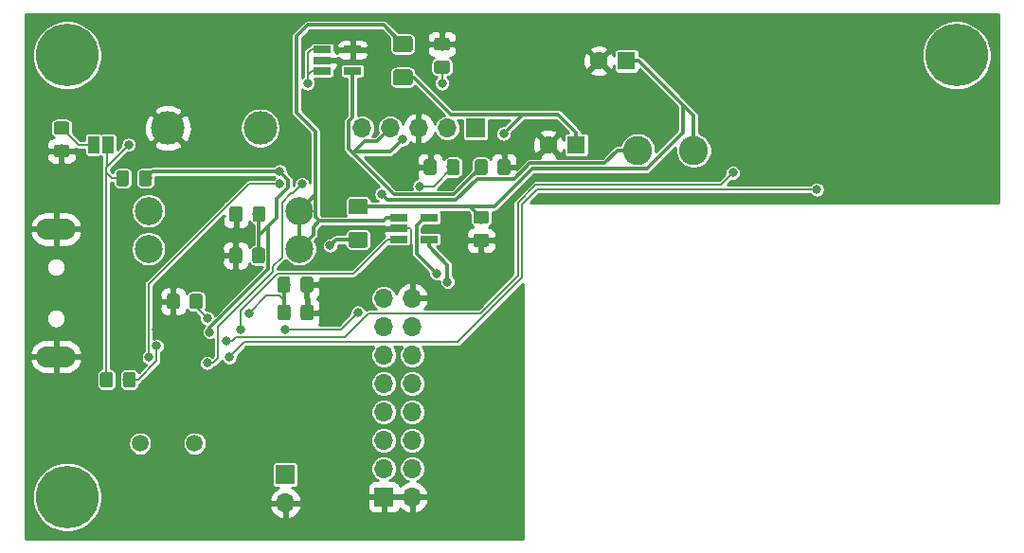
<source format=gbr>
G04 #@! TF.GenerationSoftware,KiCad,Pcbnew,(5.1.2)-1*
G04 #@! TF.CreationDate,2021-12-05T16:11:18-08:00*
G04 #@! TF.ProjectId,telemetry_receiver,74656c65-6d65-4747-9279-5f7265636569,rev?*
G04 #@! TF.SameCoordinates,Original*
G04 #@! TF.FileFunction,Copper,L2,Bot*
G04 #@! TF.FilePolarity,Positive*
%FSLAX46Y46*%
G04 Gerber Fmt 4.6, Leading zero omitted, Abs format (unit mm)*
G04 Created by KiCad (PCBNEW (5.1.2)-1) date 2021-12-05 16:11:18*
%MOMM*%
%LPD*%
G04 APERTURE LIST*
%ADD10R,1.700000X1.700000*%
%ADD11O,1.700000X1.700000*%
%ADD12C,2.600000*%
%ADD13C,5.600000*%
%ADD14C,0.100000*%
%ADD15C,1.150000*%
%ADD16C,3.000000*%
%ADD17R,1.000000X1.500000*%
%ADD18C,1.500000*%
%ADD19R,1.560000X0.650000*%
%ADD20C,1.425000*%
%ADD21O,3.500000X1.900000*%
%ADD22C,2.500000*%
%ADD23R,1.600000X1.600000*%
%ADD24C,1.600000*%
%ADD25C,0.800000*%
%ADD26C,0.203200*%
%ADD27C,0.304800*%
%ADD28C,0.254000*%
G04 APERTURE END LIST*
D10*
X121300000Y-112500000D03*
D11*
X123840000Y-112500000D03*
X121300000Y-109960000D03*
X123840000Y-109960000D03*
X121300000Y-107420000D03*
X123840000Y-107420000D03*
X121300000Y-104880000D03*
X123840000Y-104880000D03*
X121300000Y-102340000D03*
X123840000Y-102340000D03*
X121300000Y-99800000D03*
X123840000Y-99800000D03*
X121300000Y-97260000D03*
X123840000Y-97260000D03*
X121300000Y-94720000D03*
X123840000Y-94720000D03*
D12*
X144000000Y-81500000D03*
X149000000Y-81500000D03*
D13*
X172500000Y-73000000D03*
X93000000Y-112500000D03*
X93000000Y-73000000D03*
D14*
G36*
X98299505Y-83301204D02*
G01*
X98323773Y-83304804D01*
X98347572Y-83310765D01*
X98370671Y-83319030D01*
X98392850Y-83329520D01*
X98413893Y-83342132D01*
X98433599Y-83356747D01*
X98451777Y-83373223D01*
X98468253Y-83391401D01*
X98482868Y-83411107D01*
X98495480Y-83432150D01*
X98505970Y-83454329D01*
X98514235Y-83477428D01*
X98520196Y-83501227D01*
X98523796Y-83525495D01*
X98525000Y-83549999D01*
X98525000Y-84450001D01*
X98523796Y-84474505D01*
X98520196Y-84498773D01*
X98514235Y-84522572D01*
X98505970Y-84545671D01*
X98495480Y-84567850D01*
X98482868Y-84588893D01*
X98468253Y-84608599D01*
X98451777Y-84626777D01*
X98433599Y-84643253D01*
X98413893Y-84657868D01*
X98392850Y-84670480D01*
X98370671Y-84680970D01*
X98347572Y-84689235D01*
X98323773Y-84695196D01*
X98299505Y-84698796D01*
X98275001Y-84700000D01*
X97624999Y-84700000D01*
X97600495Y-84698796D01*
X97576227Y-84695196D01*
X97552428Y-84689235D01*
X97529329Y-84680970D01*
X97507150Y-84670480D01*
X97486107Y-84657868D01*
X97466401Y-84643253D01*
X97448223Y-84626777D01*
X97431747Y-84608599D01*
X97417132Y-84588893D01*
X97404520Y-84567850D01*
X97394030Y-84545671D01*
X97385765Y-84522572D01*
X97379804Y-84498773D01*
X97376204Y-84474505D01*
X97375000Y-84450001D01*
X97375000Y-83549999D01*
X97376204Y-83525495D01*
X97379804Y-83501227D01*
X97385765Y-83477428D01*
X97394030Y-83454329D01*
X97404520Y-83432150D01*
X97417132Y-83411107D01*
X97431747Y-83391401D01*
X97448223Y-83373223D01*
X97466401Y-83356747D01*
X97486107Y-83342132D01*
X97507150Y-83329520D01*
X97529329Y-83319030D01*
X97552428Y-83310765D01*
X97576227Y-83304804D01*
X97600495Y-83301204D01*
X97624999Y-83300000D01*
X98275001Y-83300000D01*
X98299505Y-83301204D01*
X98299505Y-83301204D01*
G37*
D15*
X97950000Y-84000000D03*
D14*
G36*
X100349505Y-83301204D02*
G01*
X100373773Y-83304804D01*
X100397572Y-83310765D01*
X100420671Y-83319030D01*
X100442850Y-83329520D01*
X100463893Y-83342132D01*
X100483599Y-83356747D01*
X100501777Y-83373223D01*
X100518253Y-83391401D01*
X100532868Y-83411107D01*
X100545480Y-83432150D01*
X100555970Y-83454329D01*
X100564235Y-83477428D01*
X100570196Y-83501227D01*
X100573796Y-83525495D01*
X100575000Y-83549999D01*
X100575000Y-84450001D01*
X100573796Y-84474505D01*
X100570196Y-84498773D01*
X100564235Y-84522572D01*
X100555970Y-84545671D01*
X100545480Y-84567850D01*
X100532868Y-84588893D01*
X100518253Y-84608599D01*
X100501777Y-84626777D01*
X100483599Y-84643253D01*
X100463893Y-84657868D01*
X100442850Y-84670480D01*
X100420671Y-84680970D01*
X100397572Y-84689235D01*
X100373773Y-84695196D01*
X100349505Y-84698796D01*
X100325001Y-84700000D01*
X99674999Y-84700000D01*
X99650495Y-84698796D01*
X99626227Y-84695196D01*
X99602428Y-84689235D01*
X99579329Y-84680970D01*
X99557150Y-84670480D01*
X99536107Y-84657868D01*
X99516401Y-84643253D01*
X99498223Y-84626777D01*
X99481747Y-84608599D01*
X99467132Y-84588893D01*
X99454520Y-84567850D01*
X99444030Y-84545671D01*
X99435765Y-84522572D01*
X99429804Y-84498773D01*
X99426204Y-84474505D01*
X99425000Y-84450001D01*
X99425000Y-83549999D01*
X99426204Y-83525495D01*
X99429804Y-83501227D01*
X99435765Y-83477428D01*
X99444030Y-83454329D01*
X99454520Y-83432150D01*
X99467132Y-83411107D01*
X99481747Y-83391401D01*
X99498223Y-83373223D01*
X99516401Y-83356747D01*
X99536107Y-83342132D01*
X99557150Y-83329520D01*
X99579329Y-83319030D01*
X99602428Y-83310765D01*
X99626227Y-83304804D01*
X99650495Y-83301204D01*
X99674999Y-83300000D01*
X100325001Y-83300000D01*
X100349505Y-83301204D01*
X100349505Y-83301204D01*
G37*
D15*
X100000000Y-84000000D03*
D10*
X129500000Y-79500000D03*
D11*
X126960000Y-79500000D03*
X124420000Y-79500000D03*
X121880000Y-79500000D03*
X119340000Y-79500000D03*
D16*
X102000000Y-79500000D03*
X110250000Y-79500000D03*
D17*
X95350000Y-81000000D03*
X96650000Y-81000000D03*
D18*
X99508900Y-107703280D03*
X104388900Y-107703280D03*
D19*
X115800000Y-74400000D03*
X115800000Y-73450000D03*
X115800000Y-72500000D03*
X118500000Y-72500000D03*
X118500000Y-74400000D03*
X122650000Y-89450000D03*
X122650000Y-88500000D03*
X122650000Y-87550000D03*
X125350000Y-87550000D03*
X125350000Y-89450000D03*
D14*
G36*
X96849505Y-101301204D02*
G01*
X96873773Y-101304804D01*
X96897572Y-101310765D01*
X96920671Y-101319030D01*
X96942850Y-101329520D01*
X96963893Y-101342132D01*
X96983599Y-101356747D01*
X97001777Y-101373223D01*
X97018253Y-101391401D01*
X97032868Y-101411107D01*
X97045480Y-101432150D01*
X97055970Y-101454329D01*
X97064235Y-101477428D01*
X97070196Y-101501227D01*
X97073796Y-101525495D01*
X97075000Y-101549999D01*
X97075000Y-102450001D01*
X97073796Y-102474505D01*
X97070196Y-102498773D01*
X97064235Y-102522572D01*
X97055970Y-102545671D01*
X97045480Y-102567850D01*
X97032868Y-102588893D01*
X97018253Y-102608599D01*
X97001777Y-102626777D01*
X96983599Y-102643253D01*
X96963893Y-102657868D01*
X96942850Y-102670480D01*
X96920671Y-102680970D01*
X96897572Y-102689235D01*
X96873773Y-102695196D01*
X96849505Y-102698796D01*
X96825001Y-102700000D01*
X96174999Y-102700000D01*
X96150495Y-102698796D01*
X96126227Y-102695196D01*
X96102428Y-102689235D01*
X96079329Y-102680970D01*
X96057150Y-102670480D01*
X96036107Y-102657868D01*
X96016401Y-102643253D01*
X95998223Y-102626777D01*
X95981747Y-102608599D01*
X95967132Y-102588893D01*
X95954520Y-102567850D01*
X95944030Y-102545671D01*
X95935765Y-102522572D01*
X95929804Y-102498773D01*
X95926204Y-102474505D01*
X95925000Y-102450001D01*
X95925000Y-101549999D01*
X95926204Y-101525495D01*
X95929804Y-101501227D01*
X95935765Y-101477428D01*
X95944030Y-101454329D01*
X95954520Y-101432150D01*
X95967132Y-101411107D01*
X95981747Y-101391401D01*
X95998223Y-101373223D01*
X96016401Y-101356747D01*
X96036107Y-101342132D01*
X96057150Y-101329520D01*
X96079329Y-101319030D01*
X96102428Y-101310765D01*
X96126227Y-101304804D01*
X96150495Y-101301204D01*
X96174999Y-101300000D01*
X96825001Y-101300000D01*
X96849505Y-101301204D01*
X96849505Y-101301204D01*
G37*
D15*
X96500000Y-102000000D03*
D14*
G36*
X98899505Y-101301204D02*
G01*
X98923773Y-101304804D01*
X98947572Y-101310765D01*
X98970671Y-101319030D01*
X98992850Y-101329520D01*
X99013893Y-101342132D01*
X99033599Y-101356747D01*
X99051777Y-101373223D01*
X99068253Y-101391401D01*
X99082868Y-101411107D01*
X99095480Y-101432150D01*
X99105970Y-101454329D01*
X99114235Y-101477428D01*
X99120196Y-101501227D01*
X99123796Y-101525495D01*
X99125000Y-101549999D01*
X99125000Y-102450001D01*
X99123796Y-102474505D01*
X99120196Y-102498773D01*
X99114235Y-102522572D01*
X99105970Y-102545671D01*
X99095480Y-102567850D01*
X99082868Y-102588893D01*
X99068253Y-102608599D01*
X99051777Y-102626777D01*
X99033599Y-102643253D01*
X99013893Y-102657868D01*
X98992850Y-102670480D01*
X98970671Y-102680970D01*
X98947572Y-102689235D01*
X98923773Y-102695196D01*
X98899505Y-102698796D01*
X98875001Y-102700000D01*
X98224999Y-102700000D01*
X98200495Y-102698796D01*
X98176227Y-102695196D01*
X98152428Y-102689235D01*
X98129329Y-102680970D01*
X98107150Y-102670480D01*
X98086107Y-102657868D01*
X98066401Y-102643253D01*
X98048223Y-102626777D01*
X98031747Y-102608599D01*
X98017132Y-102588893D01*
X98004520Y-102567850D01*
X97994030Y-102545671D01*
X97985765Y-102522572D01*
X97979804Y-102498773D01*
X97976204Y-102474505D01*
X97975000Y-102450001D01*
X97975000Y-101549999D01*
X97976204Y-101525495D01*
X97979804Y-101501227D01*
X97985765Y-101477428D01*
X97994030Y-101454329D01*
X98004520Y-101432150D01*
X98017132Y-101411107D01*
X98031747Y-101391401D01*
X98048223Y-101373223D01*
X98066401Y-101356747D01*
X98086107Y-101342132D01*
X98107150Y-101329520D01*
X98129329Y-101319030D01*
X98152428Y-101310765D01*
X98176227Y-101304804D01*
X98200495Y-101301204D01*
X98224999Y-101300000D01*
X98875001Y-101300000D01*
X98899505Y-101301204D01*
X98899505Y-101301204D01*
G37*
D15*
X98550000Y-102000000D03*
D14*
G36*
X123649504Y-74263704D02*
G01*
X123673773Y-74267304D01*
X123697571Y-74273265D01*
X123720671Y-74281530D01*
X123742849Y-74292020D01*
X123763893Y-74304633D01*
X123783598Y-74319247D01*
X123801777Y-74335723D01*
X123818253Y-74353902D01*
X123832867Y-74373607D01*
X123845480Y-74394651D01*
X123855970Y-74416829D01*
X123864235Y-74439929D01*
X123870196Y-74463727D01*
X123873796Y-74487996D01*
X123875000Y-74512500D01*
X123875000Y-75437500D01*
X123873796Y-75462004D01*
X123870196Y-75486273D01*
X123864235Y-75510071D01*
X123855970Y-75533171D01*
X123845480Y-75555349D01*
X123832867Y-75576393D01*
X123818253Y-75596098D01*
X123801777Y-75614277D01*
X123783598Y-75630753D01*
X123763893Y-75645367D01*
X123742849Y-75657980D01*
X123720671Y-75668470D01*
X123697571Y-75676735D01*
X123673773Y-75682696D01*
X123649504Y-75686296D01*
X123625000Y-75687500D01*
X122375000Y-75687500D01*
X122350496Y-75686296D01*
X122326227Y-75682696D01*
X122302429Y-75676735D01*
X122279329Y-75668470D01*
X122257151Y-75657980D01*
X122236107Y-75645367D01*
X122216402Y-75630753D01*
X122198223Y-75614277D01*
X122181747Y-75596098D01*
X122167133Y-75576393D01*
X122154520Y-75555349D01*
X122144030Y-75533171D01*
X122135765Y-75510071D01*
X122129804Y-75486273D01*
X122126204Y-75462004D01*
X122125000Y-75437500D01*
X122125000Y-74512500D01*
X122126204Y-74487996D01*
X122129804Y-74463727D01*
X122135765Y-74439929D01*
X122144030Y-74416829D01*
X122154520Y-74394651D01*
X122167133Y-74373607D01*
X122181747Y-74353902D01*
X122198223Y-74335723D01*
X122216402Y-74319247D01*
X122236107Y-74304633D01*
X122257151Y-74292020D01*
X122279329Y-74281530D01*
X122302429Y-74273265D01*
X122326227Y-74267304D01*
X122350496Y-74263704D01*
X122375000Y-74262500D01*
X123625000Y-74262500D01*
X123649504Y-74263704D01*
X123649504Y-74263704D01*
G37*
D20*
X123000000Y-74975000D03*
D14*
G36*
X123649504Y-71288704D02*
G01*
X123673773Y-71292304D01*
X123697571Y-71298265D01*
X123720671Y-71306530D01*
X123742849Y-71317020D01*
X123763893Y-71329633D01*
X123783598Y-71344247D01*
X123801777Y-71360723D01*
X123818253Y-71378902D01*
X123832867Y-71398607D01*
X123845480Y-71419651D01*
X123855970Y-71441829D01*
X123864235Y-71464929D01*
X123870196Y-71488727D01*
X123873796Y-71512996D01*
X123875000Y-71537500D01*
X123875000Y-72462500D01*
X123873796Y-72487004D01*
X123870196Y-72511273D01*
X123864235Y-72535071D01*
X123855970Y-72558171D01*
X123845480Y-72580349D01*
X123832867Y-72601393D01*
X123818253Y-72621098D01*
X123801777Y-72639277D01*
X123783598Y-72655753D01*
X123763893Y-72670367D01*
X123742849Y-72682980D01*
X123720671Y-72693470D01*
X123697571Y-72701735D01*
X123673773Y-72707696D01*
X123649504Y-72711296D01*
X123625000Y-72712500D01*
X122375000Y-72712500D01*
X122350496Y-72711296D01*
X122326227Y-72707696D01*
X122302429Y-72701735D01*
X122279329Y-72693470D01*
X122257151Y-72682980D01*
X122236107Y-72670367D01*
X122216402Y-72655753D01*
X122198223Y-72639277D01*
X122181747Y-72621098D01*
X122167133Y-72601393D01*
X122154520Y-72580349D01*
X122144030Y-72558171D01*
X122135765Y-72535071D01*
X122129804Y-72511273D01*
X122126204Y-72487004D01*
X122125000Y-72462500D01*
X122125000Y-71537500D01*
X122126204Y-71512996D01*
X122129804Y-71488727D01*
X122135765Y-71464929D01*
X122144030Y-71441829D01*
X122154520Y-71419651D01*
X122167133Y-71398607D01*
X122181747Y-71378902D01*
X122198223Y-71360723D01*
X122216402Y-71344247D01*
X122236107Y-71329633D01*
X122257151Y-71317020D01*
X122279329Y-71306530D01*
X122302429Y-71298265D01*
X122326227Y-71292304D01*
X122350496Y-71288704D01*
X122375000Y-71287500D01*
X123625000Y-71287500D01*
X123649504Y-71288704D01*
X123649504Y-71288704D01*
G37*
D20*
X123000000Y-72000000D03*
D21*
X92000160Y-99939080D03*
X92000160Y-88539080D03*
D10*
X112500000Y-110500000D03*
D11*
X112500000Y-113040000D03*
D22*
X113743800Y-90303960D03*
X113743800Y-86903960D03*
X100273800Y-86903960D03*
X100273800Y-90303960D03*
D14*
G36*
X119649504Y-85801204D02*
G01*
X119673773Y-85804804D01*
X119697571Y-85810765D01*
X119720671Y-85819030D01*
X119742849Y-85829520D01*
X119763893Y-85842133D01*
X119783598Y-85856747D01*
X119801777Y-85873223D01*
X119818253Y-85891402D01*
X119832867Y-85911107D01*
X119845480Y-85932151D01*
X119855970Y-85954329D01*
X119864235Y-85977429D01*
X119870196Y-86001227D01*
X119873796Y-86025496D01*
X119875000Y-86050000D01*
X119875000Y-86975000D01*
X119873796Y-86999504D01*
X119870196Y-87023773D01*
X119864235Y-87047571D01*
X119855970Y-87070671D01*
X119845480Y-87092849D01*
X119832867Y-87113893D01*
X119818253Y-87133598D01*
X119801777Y-87151777D01*
X119783598Y-87168253D01*
X119763893Y-87182867D01*
X119742849Y-87195480D01*
X119720671Y-87205970D01*
X119697571Y-87214235D01*
X119673773Y-87220196D01*
X119649504Y-87223796D01*
X119625000Y-87225000D01*
X118375000Y-87225000D01*
X118350496Y-87223796D01*
X118326227Y-87220196D01*
X118302429Y-87214235D01*
X118279329Y-87205970D01*
X118257151Y-87195480D01*
X118236107Y-87182867D01*
X118216402Y-87168253D01*
X118198223Y-87151777D01*
X118181747Y-87133598D01*
X118167133Y-87113893D01*
X118154520Y-87092849D01*
X118144030Y-87070671D01*
X118135765Y-87047571D01*
X118129804Y-87023773D01*
X118126204Y-86999504D01*
X118125000Y-86975000D01*
X118125000Y-86050000D01*
X118126204Y-86025496D01*
X118129804Y-86001227D01*
X118135765Y-85977429D01*
X118144030Y-85954329D01*
X118154520Y-85932151D01*
X118167133Y-85911107D01*
X118181747Y-85891402D01*
X118198223Y-85873223D01*
X118216402Y-85856747D01*
X118236107Y-85842133D01*
X118257151Y-85829520D01*
X118279329Y-85819030D01*
X118302429Y-85810765D01*
X118326227Y-85804804D01*
X118350496Y-85801204D01*
X118375000Y-85800000D01*
X119625000Y-85800000D01*
X119649504Y-85801204D01*
X119649504Y-85801204D01*
G37*
D20*
X119000000Y-86512500D03*
D14*
G36*
X119649504Y-88776204D02*
G01*
X119673773Y-88779804D01*
X119697571Y-88785765D01*
X119720671Y-88794030D01*
X119742849Y-88804520D01*
X119763893Y-88817133D01*
X119783598Y-88831747D01*
X119801777Y-88848223D01*
X119818253Y-88866402D01*
X119832867Y-88886107D01*
X119845480Y-88907151D01*
X119855970Y-88929329D01*
X119864235Y-88952429D01*
X119870196Y-88976227D01*
X119873796Y-89000496D01*
X119875000Y-89025000D01*
X119875000Y-89950000D01*
X119873796Y-89974504D01*
X119870196Y-89998773D01*
X119864235Y-90022571D01*
X119855970Y-90045671D01*
X119845480Y-90067849D01*
X119832867Y-90088893D01*
X119818253Y-90108598D01*
X119801777Y-90126777D01*
X119783598Y-90143253D01*
X119763893Y-90157867D01*
X119742849Y-90170480D01*
X119720671Y-90180970D01*
X119697571Y-90189235D01*
X119673773Y-90195196D01*
X119649504Y-90198796D01*
X119625000Y-90200000D01*
X118375000Y-90200000D01*
X118350496Y-90198796D01*
X118326227Y-90195196D01*
X118302429Y-90189235D01*
X118279329Y-90180970D01*
X118257151Y-90170480D01*
X118236107Y-90157867D01*
X118216402Y-90143253D01*
X118198223Y-90126777D01*
X118181747Y-90108598D01*
X118167133Y-90088893D01*
X118154520Y-90067849D01*
X118144030Y-90045671D01*
X118135765Y-90022571D01*
X118129804Y-89998773D01*
X118126204Y-89974504D01*
X118125000Y-89950000D01*
X118125000Y-89025000D01*
X118126204Y-89000496D01*
X118129804Y-88976227D01*
X118135765Y-88952429D01*
X118144030Y-88929329D01*
X118154520Y-88907151D01*
X118167133Y-88886107D01*
X118181747Y-88866402D01*
X118198223Y-88848223D01*
X118216402Y-88831747D01*
X118236107Y-88817133D01*
X118257151Y-88804520D01*
X118279329Y-88794030D01*
X118302429Y-88785765D01*
X118326227Y-88779804D01*
X118350496Y-88776204D01*
X118375000Y-88775000D01*
X119625000Y-88775000D01*
X119649504Y-88776204D01*
X119649504Y-88776204D01*
G37*
D20*
X119000000Y-89487500D03*
D14*
G36*
X110490185Y-86498844D02*
G01*
X110514453Y-86502444D01*
X110538252Y-86508405D01*
X110561351Y-86516670D01*
X110583530Y-86527160D01*
X110604573Y-86539772D01*
X110624279Y-86554387D01*
X110642457Y-86570863D01*
X110658933Y-86589041D01*
X110673548Y-86608747D01*
X110686160Y-86629790D01*
X110696650Y-86651969D01*
X110704915Y-86675068D01*
X110710876Y-86698867D01*
X110714476Y-86723135D01*
X110715680Y-86747639D01*
X110715680Y-87647641D01*
X110714476Y-87672145D01*
X110710876Y-87696413D01*
X110704915Y-87720212D01*
X110696650Y-87743311D01*
X110686160Y-87765490D01*
X110673548Y-87786533D01*
X110658933Y-87806239D01*
X110642457Y-87824417D01*
X110624279Y-87840893D01*
X110604573Y-87855508D01*
X110583530Y-87868120D01*
X110561351Y-87878610D01*
X110538252Y-87886875D01*
X110514453Y-87892836D01*
X110490185Y-87896436D01*
X110465681Y-87897640D01*
X109815679Y-87897640D01*
X109791175Y-87896436D01*
X109766907Y-87892836D01*
X109743108Y-87886875D01*
X109720009Y-87878610D01*
X109697830Y-87868120D01*
X109676787Y-87855508D01*
X109657081Y-87840893D01*
X109638903Y-87824417D01*
X109622427Y-87806239D01*
X109607812Y-87786533D01*
X109595200Y-87765490D01*
X109584710Y-87743311D01*
X109576445Y-87720212D01*
X109570484Y-87696413D01*
X109566884Y-87672145D01*
X109565680Y-87647641D01*
X109565680Y-86747639D01*
X109566884Y-86723135D01*
X109570484Y-86698867D01*
X109576445Y-86675068D01*
X109584710Y-86651969D01*
X109595200Y-86629790D01*
X109607812Y-86608747D01*
X109622427Y-86589041D01*
X109638903Y-86570863D01*
X109657081Y-86554387D01*
X109676787Y-86539772D01*
X109697830Y-86527160D01*
X109720009Y-86516670D01*
X109743108Y-86508405D01*
X109766907Y-86502444D01*
X109791175Y-86498844D01*
X109815679Y-86497640D01*
X110465681Y-86497640D01*
X110490185Y-86498844D01*
X110490185Y-86498844D01*
G37*
D15*
X110140680Y-87197640D03*
D14*
G36*
X108440185Y-86498844D02*
G01*
X108464453Y-86502444D01*
X108488252Y-86508405D01*
X108511351Y-86516670D01*
X108533530Y-86527160D01*
X108554573Y-86539772D01*
X108574279Y-86554387D01*
X108592457Y-86570863D01*
X108608933Y-86589041D01*
X108623548Y-86608747D01*
X108636160Y-86629790D01*
X108646650Y-86651969D01*
X108654915Y-86675068D01*
X108660876Y-86698867D01*
X108664476Y-86723135D01*
X108665680Y-86747639D01*
X108665680Y-87647641D01*
X108664476Y-87672145D01*
X108660876Y-87696413D01*
X108654915Y-87720212D01*
X108646650Y-87743311D01*
X108636160Y-87765490D01*
X108623548Y-87786533D01*
X108608933Y-87806239D01*
X108592457Y-87824417D01*
X108574279Y-87840893D01*
X108554573Y-87855508D01*
X108533530Y-87868120D01*
X108511351Y-87878610D01*
X108488252Y-87886875D01*
X108464453Y-87892836D01*
X108440185Y-87896436D01*
X108415681Y-87897640D01*
X107765679Y-87897640D01*
X107741175Y-87896436D01*
X107716907Y-87892836D01*
X107693108Y-87886875D01*
X107670009Y-87878610D01*
X107647830Y-87868120D01*
X107626787Y-87855508D01*
X107607081Y-87840893D01*
X107588903Y-87824417D01*
X107572427Y-87806239D01*
X107557812Y-87786533D01*
X107545200Y-87765490D01*
X107534710Y-87743311D01*
X107526445Y-87720212D01*
X107520484Y-87696413D01*
X107516884Y-87672145D01*
X107515680Y-87647641D01*
X107515680Y-86747639D01*
X107516884Y-86723135D01*
X107520484Y-86698867D01*
X107526445Y-86675068D01*
X107534710Y-86651969D01*
X107545200Y-86629790D01*
X107557812Y-86608747D01*
X107572427Y-86589041D01*
X107588903Y-86570863D01*
X107607081Y-86554387D01*
X107626787Y-86539772D01*
X107647830Y-86527160D01*
X107670009Y-86516670D01*
X107693108Y-86508405D01*
X107716907Y-86502444D01*
X107741175Y-86498844D01*
X107765679Y-86497640D01*
X108415681Y-86497640D01*
X108440185Y-86498844D01*
X108440185Y-86498844D01*
G37*
D15*
X108090680Y-87197640D03*
D14*
G36*
X110463625Y-90197084D02*
G01*
X110487893Y-90200684D01*
X110511692Y-90206645D01*
X110534791Y-90214910D01*
X110556970Y-90225400D01*
X110578013Y-90238012D01*
X110597719Y-90252627D01*
X110615897Y-90269103D01*
X110632373Y-90287281D01*
X110646988Y-90306987D01*
X110659600Y-90328030D01*
X110670090Y-90350209D01*
X110678355Y-90373308D01*
X110684316Y-90397107D01*
X110687916Y-90421375D01*
X110689120Y-90445879D01*
X110689120Y-91345881D01*
X110687916Y-91370385D01*
X110684316Y-91394653D01*
X110678355Y-91418452D01*
X110670090Y-91441551D01*
X110659600Y-91463730D01*
X110646988Y-91484773D01*
X110632373Y-91504479D01*
X110615897Y-91522657D01*
X110597719Y-91539133D01*
X110578013Y-91553748D01*
X110556970Y-91566360D01*
X110534791Y-91576850D01*
X110511692Y-91585115D01*
X110487893Y-91591076D01*
X110463625Y-91594676D01*
X110439121Y-91595880D01*
X109789119Y-91595880D01*
X109764615Y-91594676D01*
X109740347Y-91591076D01*
X109716548Y-91585115D01*
X109693449Y-91576850D01*
X109671270Y-91566360D01*
X109650227Y-91553748D01*
X109630521Y-91539133D01*
X109612343Y-91522657D01*
X109595867Y-91504479D01*
X109581252Y-91484773D01*
X109568640Y-91463730D01*
X109558150Y-91441551D01*
X109549885Y-91418452D01*
X109543924Y-91394653D01*
X109540324Y-91370385D01*
X109539120Y-91345881D01*
X109539120Y-90445879D01*
X109540324Y-90421375D01*
X109543924Y-90397107D01*
X109549885Y-90373308D01*
X109558150Y-90350209D01*
X109568640Y-90328030D01*
X109581252Y-90306987D01*
X109595867Y-90287281D01*
X109612343Y-90269103D01*
X109630521Y-90252627D01*
X109650227Y-90238012D01*
X109671270Y-90225400D01*
X109693449Y-90214910D01*
X109716548Y-90206645D01*
X109740347Y-90200684D01*
X109764615Y-90197084D01*
X109789119Y-90195880D01*
X110439121Y-90195880D01*
X110463625Y-90197084D01*
X110463625Y-90197084D01*
G37*
D15*
X110114120Y-90895880D03*
D14*
G36*
X108413625Y-90197084D02*
G01*
X108437893Y-90200684D01*
X108461692Y-90206645D01*
X108484791Y-90214910D01*
X108506970Y-90225400D01*
X108528013Y-90238012D01*
X108547719Y-90252627D01*
X108565897Y-90269103D01*
X108582373Y-90287281D01*
X108596988Y-90306987D01*
X108609600Y-90328030D01*
X108620090Y-90350209D01*
X108628355Y-90373308D01*
X108634316Y-90397107D01*
X108637916Y-90421375D01*
X108639120Y-90445879D01*
X108639120Y-91345881D01*
X108637916Y-91370385D01*
X108634316Y-91394653D01*
X108628355Y-91418452D01*
X108620090Y-91441551D01*
X108609600Y-91463730D01*
X108596988Y-91484773D01*
X108582373Y-91504479D01*
X108565897Y-91522657D01*
X108547719Y-91539133D01*
X108528013Y-91553748D01*
X108506970Y-91566360D01*
X108484791Y-91576850D01*
X108461692Y-91585115D01*
X108437893Y-91591076D01*
X108413625Y-91594676D01*
X108389121Y-91595880D01*
X107739119Y-91595880D01*
X107714615Y-91594676D01*
X107690347Y-91591076D01*
X107666548Y-91585115D01*
X107643449Y-91576850D01*
X107621270Y-91566360D01*
X107600227Y-91553748D01*
X107580521Y-91539133D01*
X107562343Y-91522657D01*
X107545867Y-91504479D01*
X107531252Y-91484773D01*
X107518640Y-91463730D01*
X107508150Y-91441551D01*
X107499885Y-91418452D01*
X107493924Y-91394653D01*
X107490324Y-91370385D01*
X107489120Y-91345881D01*
X107489120Y-90445879D01*
X107490324Y-90421375D01*
X107493924Y-90397107D01*
X107499885Y-90373308D01*
X107508150Y-90350209D01*
X107518640Y-90328030D01*
X107531252Y-90306987D01*
X107545867Y-90287281D01*
X107562343Y-90269103D01*
X107580521Y-90252627D01*
X107600227Y-90238012D01*
X107621270Y-90225400D01*
X107643449Y-90214910D01*
X107666548Y-90206645D01*
X107690347Y-90200684D01*
X107714615Y-90197084D01*
X107739119Y-90195880D01*
X108389121Y-90195880D01*
X108413625Y-90197084D01*
X108413625Y-90197084D01*
G37*
D15*
X108064120Y-90895880D03*
D14*
G36*
X114785385Y-95301204D02*
G01*
X114809653Y-95304804D01*
X114833452Y-95310765D01*
X114856551Y-95319030D01*
X114878730Y-95329520D01*
X114899773Y-95342132D01*
X114919479Y-95356747D01*
X114937657Y-95373223D01*
X114954133Y-95391401D01*
X114968748Y-95411107D01*
X114981360Y-95432150D01*
X114991850Y-95454329D01*
X115000115Y-95477428D01*
X115006076Y-95501227D01*
X115009676Y-95525495D01*
X115010880Y-95549999D01*
X115010880Y-96450001D01*
X115009676Y-96474505D01*
X115006076Y-96498773D01*
X115000115Y-96522572D01*
X114991850Y-96545671D01*
X114981360Y-96567850D01*
X114968748Y-96588893D01*
X114954133Y-96608599D01*
X114937657Y-96626777D01*
X114919479Y-96643253D01*
X114899773Y-96657868D01*
X114878730Y-96670480D01*
X114856551Y-96680970D01*
X114833452Y-96689235D01*
X114809653Y-96695196D01*
X114785385Y-96698796D01*
X114760881Y-96700000D01*
X114110879Y-96700000D01*
X114086375Y-96698796D01*
X114062107Y-96695196D01*
X114038308Y-96689235D01*
X114015209Y-96680970D01*
X113993030Y-96670480D01*
X113971987Y-96657868D01*
X113952281Y-96643253D01*
X113934103Y-96626777D01*
X113917627Y-96608599D01*
X113903012Y-96588893D01*
X113890400Y-96567850D01*
X113879910Y-96545671D01*
X113871645Y-96522572D01*
X113865684Y-96498773D01*
X113862084Y-96474505D01*
X113860880Y-96450001D01*
X113860880Y-95549999D01*
X113862084Y-95525495D01*
X113865684Y-95501227D01*
X113871645Y-95477428D01*
X113879910Y-95454329D01*
X113890400Y-95432150D01*
X113903012Y-95411107D01*
X113917627Y-95391401D01*
X113934103Y-95373223D01*
X113952281Y-95356747D01*
X113971987Y-95342132D01*
X113993030Y-95329520D01*
X114015209Y-95319030D01*
X114038308Y-95310765D01*
X114062107Y-95304804D01*
X114086375Y-95301204D01*
X114110879Y-95300000D01*
X114760881Y-95300000D01*
X114785385Y-95301204D01*
X114785385Y-95301204D01*
G37*
D15*
X114435880Y-96000000D03*
D14*
G36*
X112735385Y-95301204D02*
G01*
X112759653Y-95304804D01*
X112783452Y-95310765D01*
X112806551Y-95319030D01*
X112828730Y-95329520D01*
X112849773Y-95342132D01*
X112869479Y-95356747D01*
X112887657Y-95373223D01*
X112904133Y-95391401D01*
X112918748Y-95411107D01*
X112931360Y-95432150D01*
X112941850Y-95454329D01*
X112950115Y-95477428D01*
X112956076Y-95501227D01*
X112959676Y-95525495D01*
X112960880Y-95549999D01*
X112960880Y-96450001D01*
X112959676Y-96474505D01*
X112956076Y-96498773D01*
X112950115Y-96522572D01*
X112941850Y-96545671D01*
X112931360Y-96567850D01*
X112918748Y-96588893D01*
X112904133Y-96608599D01*
X112887657Y-96626777D01*
X112869479Y-96643253D01*
X112849773Y-96657868D01*
X112828730Y-96670480D01*
X112806551Y-96680970D01*
X112783452Y-96689235D01*
X112759653Y-96695196D01*
X112735385Y-96698796D01*
X112710881Y-96700000D01*
X112060879Y-96700000D01*
X112036375Y-96698796D01*
X112012107Y-96695196D01*
X111988308Y-96689235D01*
X111965209Y-96680970D01*
X111943030Y-96670480D01*
X111921987Y-96657868D01*
X111902281Y-96643253D01*
X111884103Y-96626777D01*
X111867627Y-96608599D01*
X111853012Y-96588893D01*
X111840400Y-96567850D01*
X111829910Y-96545671D01*
X111821645Y-96522572D01*
X111815684Y-96498773D01*
X111812084Y-96474505D01*
X111810880Y-96450001D01*
X111810880Y-95549999D01*
X111812084Y-95525495D01*
X111815684Y-95501227D01*
X111821645Y-95477428D01*
X111829910Y-95454329D01*
X111840400Y-95432150D01*
X111853012Y-95411107D01*
X111867627Y-95391401D01*
X111884103Y-95373223D01*
X111902281Y-95356747D01*
X111921987Y-95342132D01*
X111943030Y-95329520D01*
X111965209Y-95319030D01*
X111988308Y-95310765D01*
X112012107Y-95304804D01*
X112036375Y-95301204D01*
X112060879Y-95300000D01*
X112710881Y-95300000D01*
X112735385Y-95301204D01*
X112735385Y-95301204D01*
G37*
D15*
X112385880Y-96000000D03*
D14*
G36*
X114772305Y-92801204D02*
G01*
X114796573Y-92804804D01*
X114820372Y-92810765D01*
X114843471Y-92819030D01*
X114865650Y-92829520D01*
X114886693Y-92842132D01*
X114906399Y-92856747D01*
X114924577Y-92873223D01*
X114941053Y-92891401D01*
X114955668Y-92911107D01*
X114968280Y-92932150D01*
X114978770Y-92954329D01*
X114987035Y-92977428D01*
X114992996Y-93001227D01*
X114996596Y-93025495D01*
X114997800Y-93049999D01*
X114997800Y-93950001D01*
X114996596Y-93974505D01*
X114992996Y-93998773D01*
X114987035Y-94022572D01*
X114978770Y-94045671D01*
X114968280Y-94067850D01*
X114955668Y-94088893D01*
X114941053Y-94108599D01*
X114924577Y-94126777D01*
X114906399Y-94143253D01*
X114886693Y-94157868D01*
X114865650Y-94170480D01*
X114843471Y-94180970D01*
X114820372Y-94189235D01*
X114796573Y-94195196D01*
X114772305Y-94198796D01*
X114747801Y-94200000D01*
X114097799Y-94200000D01*
X114073295Y-94198796D01*
X114049027Y-94195196D01*
X114025228Y-94189235D01*
X114002129Y-94180970D01*
X113979950Y-94170480D01*
X113958907Y-94157868D01*
X113939201Y-94143253D01*
X113921023Y-94126777D01*
X113904547Y-94108599D01*
X113889932Y-94088893D01*
X113877320Y-94067850D01*
X113866830Y-94045671D01*
X113858565Y-94022572D01*
X113852604Y-93998773D01*
X113849004Y-93974505D01*
X113847800Y-93950001D01*
X113847800Y-93049999D01*
X113849004Y-93025495D01*
X113852604Y-93001227D01*
X113858565Y-92977428D01*
X113866830Y-92954329D01*
X113877320Y-92932150D01*
X113889932Y-92911107D01*
X113904547Y-92891401D01*
X113921023Y-92873223D01*
X113939201Y-92856747D01*
X113958907Y-92842132D01*
X113979950Y-92829520D01*
X114002129Y-92819030D01*
X114025228Y-92810765D01*
X114049027Y-92804804D01*
X114073295Y-92801204D01*
X114097799Y-92800000D01*
X114747801Y-92800000D01*
X114772305Y-92801204D01*
X114772305Y-92801204D01*
G37*
D15*
X114422800Y-93500000D03*
D14*
G36*
X112722305Y-92801204D02*
G01*
X112746573Y-92804804D01*
X112770372Y-92810765D01*
X112793471Y-92819030D01*
X112815650Y-92829520D01*
X112836693Y-92842132D01*
X112856399Y-92856747D01*
X112874577Y-92873223D01*
X112891053Y-92891401D01*
X112905668Y-92911107D01*
X112918280Y-92932150D01*
X112928770Y-92954329D01*
X112937035Y-92977428D01*
X112942996Y-93001227D01*
X112946596Y-93025495D01*
X112947800Y-93049999D01*
X112947800Y-93950001D01*
X112946596Y-93974505D01*
X112942996Y-93998773D01*
X112937035Y-94022572D01*
X112928770Y-94045671D01*
X112918280Y-94067850D01*
X112905668Y-94088893D01*
X112891053Y-94108599D01*
X112874577Y-94126777D01*
X112856399Y-94143253D01*
X112836693Y-94157868D01*
X112815650Y-94170480D01*
X112793471Y-94180970D01*
X112770372Y-94189235D01*
X112746573Y-94195196D01*
X112722305Y-94198796D01*
X112697801Y-94200000D01*
X112047799Y-94200000D01*
X112023295Y-94198796D01*
X111999027Y-94195196D01*
X111975228Y-94189235D01*
X111952129Y-94180970D01*
X111929950Y-94170480D01*
X111908907Y-94157868D01*
X111889201Y-94143253D01*
X111871023Y-94126777D01*
X111854547Y-94108599D01*
X111839932Y-94088893D01*
X111827320Y-94067850D01*
X111816830Y-94045671D01*
X111808565Y-94022572D01*
X111802604Y-93998773D01*
X111799004Y-93974505D01*
X111797800Y-93950001D01*
X111797800Y-93049999D01*
X111799004Y-93025495D01*
X111802604Y-93001227D01*
X111808565Y-92977428D01*
X111816830Y-92954329D01*
X111827320Y-92932150D01*
X111839932Y-92911107D01*
X111854547Y-92891401D01*
X111871023Y-92873223D01*
X111889201Y-92856747D01*
X111908907Y-92842132D01*
X111929950Y-92829520D01*
X111952129Y-92819030D01*
X111975228Y-92810765D01*
X111999027Y-92804804D01*
X112023295Y-92801204D01*
X112047799Y-92800000D01*
X112697801Y-92800000D01*
X112722305Y-92801204D01*
X112722305Y-92801204D01*
G37*
D15*
X112372800Y-93500000D03*
D14*
G36*
X132399505Y-82301204D02*
G01*
X132423773Y-82304804D01*
X132447572Y-82310765D01*
X132470671Y-82319030D01*
X132492850Y-82329520D01*
X132513893Y-82342132D01*
X132533599Y-82356747D01*
X132551777Y-82373223D01*
X132568253Y-82391401D01*
X132582868Y-82411107D01*
X132595480Y-82432150D01*
X132605970Y-82454329D01*
X132614235Y-82477428D01*
X132620196Y-82501227D01*
X132623796Y-82525495D01*
X132625000Y-82549999D01*
X132625000Y-83450001D01*
X132623796Y-83474505D01*
X132620196Y-83498773D01*
X132614235Y-83522572D01*
X132605970Y-83545671D01*
X132595480Y-83567850D01*
X132582868Y-83588893D01*
X132568253Y-83608599D01*
X132551777Y-83626777D01*
X132533599Y-83643253D01*
X132513893Y-83657868D01*
X132492850Y-83670480D01*
X132470671Y-83680970D01*
X132447572Y-83689235D01*
X132423773Y-83695196D01*
X132399505Y-83698796D01*
X132375001Y-83700000D01*
X131724999Y-83700000D01*
X131700495Y-83698796D01*
X131676227Y-83695196D01*
X131652428Y-83689235D01*
X131629329Y-83680970D01*
X131607150Y-83670480D01*
X131586107Y-83657868D01*
X131566401Y-83643253D01*
X131548223Y-83626777D01*
X131531747Y-83608599D01*
X131517132Y-83588893D01*
X131504520Y-83567850D01*
X131494030Y-83545671D01*
X131485765Y-83522572D01*
X131479804Y-83498773D01*
X131476204Y-83474505D01*
X131475000Y-83450001D01*
X131475000Y-82549999D01*
X131476204Y-82525495D01*
X131479804Y-82501227D01*
X131485765Y-82477428D01*
X131494030Y-82454329D01*
X131504520Y-82432150D01*
X131517132Y-82411107D01*
X131531747Y-82391401D01*
X131548223Y-82373223D01*
X131566401Y-82356747D01*
X131586107Y-82342132D01*
X131607150Y-82329520D01*
X131629329Y-82319030D01*
X131652428Y-82310765D01*
X131676227Y-82304804D01*
X131700495Y-82301204D01*
X131724999Y-82300000D01*
X132375001Y-82300000D01*
X132399505Y-82301204D01*
X132399505Y-82301204D01*
G37*
D15*
X132050000Y-83000000D03*
D14*
G36*
X130349505Y-82301204D02*
G01*
X130373773Y-82304804D01*
X130397572Y-82310765D01*
X130420671Y-82319030D01*
X130442850Y-82329520D01*
X130463893Y-82342132D01*
X130483599Y-82356747D01*
X130501777Y-82373223D01*
X130518253Y-82391401D01*
X130532868Y-82411107D01*
X130545480Y-82432150D01*
X130555970Y-82454329D01*
X130564235Y-82477428D01*
X130570196Y-82501227D01*
X130573796Y-82525495D01*
X130575000Y-82549999D01*
X130575000Y-83450001D01*
X130573796Y-83474505D01*
X130570196Y-83498773D01*
X130564235Y-83522572D01*
X130555970Y-83545671D01*
X130545480Y-83567850D01*
X130532868Y-83588893D01*
X130518253Y-83608599D01*
X130501777Y-83626777D01*
X130483599Y-83643253D01*
X130463893Y-83657868D01*
X130442850Y-83670480D01*
X130420671Y-83680970D01*
X130397572Y-83689235D01*
X130373773Y-83695196D01*
X130349505Y-83698796D01*
X130325001Y-83700000D01*
X129674999Y-83700000D01*
X129650495Y-83698796D01*
X129626227Y-83695196D01*
X129602428Y-83689235D01*
X129579329Y-83680970D01*
X129557150Y-83670480D01*
X129536107Y-83657868D01*
X129516401Y-83643253D01*
X129498223Y-83626777D01*
X129481747Y-83608599D01*
X129467132Y-83588893D01*
X129454520Y-83567850D01*
X129444030Y-83545671D01*
X129435765Y-83522572D01*
X129429804Y-83498773D01*
X129426204Y-83474505D01*
X129425000Y-83450001D01*
X129425000Y-82549999D01*
X129426204Y-82525495D01*
X129429804Y-82501227D01*
X129435765Y-82477428D01*
X129444030Y-82454329D01*
X129454520Y-82432150D01*
X129467132Y-82411107D01*
X129481747Y-82391401D01*
X129498223Y-82373223D01*
X129516401Y-82356747D01*
X129536107Y-82342132D01*
X129557150Y-82329520D01*
X129579329Y-82319030D01*
X129602428Y-82310765D01*
X129626227Y-82304804D01*
X129650495Y-82301204D01*
X129674999Y-82300000D01*
X130325001Y-82300000D01*
X130349505Y-82301204D01*
X130349505Y-82301204D01*
G37*
D15*
X130000000Y-83000000D03*
D14*
G36*
X127849505Y-82301204D02*
G01*
X127873773Y-82304804D01*
X127897572Y-82310765D01*
X127920671Y-82319030D01*
X127942850Y-82329520D01*
X127963893Y-82342132D01*
X127983599Y-82356747D01*
X128001777Y-82373223D01*
X128018253Y-82391401D01*
X128032868Y-82411107D01*
X128045480Y-82432150D01*
X128055970Y-82454329D01*
X128064235Y-82477428D01*
X128070196Y-82501227D01*
X128073796Y-82525495D01*
X128075000Y-82549999D01*
X128075000Y-83450001D01*
X128073796Y-83474505D01*
X128070196Y-83498773D01*
X128064235Y-83522572D01*
X128055970Y-83545671D01*
X128045480Y-83567850D01*
X128032868Y-83588893D01*
X128018253Y-83608599D01*
X128001777Y-83626777D01*
X127983599Y-83643253D01*
X127963893Y-83657868D01*
X127942850Y-83670480D01*
X127920671Y-83680970D01*
X127897572Y-83689235D01*
X127873773Y-83695196D01*
X127849505Y-83698796D01*
X127825001Y-83700000D01*
X127174999Y-83700000D01*
X127150495Y-83698796D01*
X127126227Y-83695196D01*
X127102428Y-83689235D01*
X127079329Y-83680970D01*
X127057150Y-83670480D01*
X127036107Y-83657868D01*
X127016401Y-83643253D01*
X126998223Y-83626777D01*
X126981747Y-83608599D01*
X126967132Y-83588893D01*
X126954520Y-83567850D01*
X126944030Y-83545671D01*
X126935765Y-83522572D01*
X126929804Y-83498773D01*
X126926204Y-83474505D01*
X126925000Y-83450001D01*
X126925000Y-82549999D01*
X126926204Y-82525495D01*
X126929804Y-82501227D01*
X126935765Y-82477428D01*
X126944030Y-82454329D01*
X126954520Y-82432150D01*
X126967132Y-82411107D01*
X126981747Y-82391401D01*
X126998223Y-82373223D01*
X127016401Y-82356747D01*
X127036107Y-82342132D01*
X127057150Y-82329520D01*
X127079329Y-82319030D01*
X127102428Y-82310765D01*
X127126227Y-82304804D01*
X127150495Y-82301204D01*
X127174999Y-82300000D01*
X127825001Y-82300000D01*
X127849505Y-82301204D01*
X127849505Y-82301204D01*
G37*
D15*
X127500000Y-83000000D03*
D14*
G36*
X125799505Y-82301204D02*
G01*
X125823773Y-82304804D01*
X125847572Y-82310765D01*
X125870671Y-82319030D01*
X125892850Y-82329520D01*
X125913893Y-82342132D01*
X125933599Y-82356747D01*
X125951777Y-82373223D01*
X125968253Y-82391401D01*
X125982868Y-82411107D01*
X125995480Y-82432150D01*
X126005970Y-82454329D01*
X126014235Y-82477428D01*
X126020196Y-82501227D01*
X126023796Y-82525495D01*
X126025000Y-82549999D01*
X126025000Y-83450001D01*
X126023796Y-83474505D01*
X126020196Y-83498773D01*
X126014235Y-83522572D01*
X126005970Y-83545671D01*
X125995480Y-83567850D01*
X125982868Y-83588893D01*
X125968253Y-83608599D01*
X125951777Y-83626777D01*
X125933599Y-83643253D01*
X125913893Y-83657868D01*
X125892850Y-83670480D01*
X125870671Y-83680970D01*
X125847572Y-83689235D01*
X125823773Y-83695196D01*
X125799505Y-83698796D01*
X125775001Y-83700000D01*
X125124999Y-83700000D01*
X125100495Y-83698796D01*
X125076227Y-83695196D01*
X125052428Y-83689235D01*
X125029329Y-83680970D01*
X125007150Y-83670480D01*
X124986107Y-83657868D01*
X124966401Y-83643253D01*
X124948223Y-83626777D01*
X124931747Y-83608599D01*
X124917132Y-83588893D01*
X124904520Y-83567850D01*
X124894030Y-83545671D01*
X124885765Y-83522572D01*
X124879804Y-83498773D01*
X124876204Y-83474505D01*
X124875000Y-83450001D01*
X124875000Y-82549999D01*
X124876204Y-82525495D01*
X124879804Y-82501227D01*
X124885765Y-82477428D01*
X124894030Y-82454329D01*
X124904520Y-82432150D01*
X124917132Y-82411107D01*
X124931747Y-82391401D01*
X124948223Y-82373223D01*
X124966401Y-82356747D01*
X124986107Y-82342132D01*
X125007150Y-82329520D01*
X125029329Y-82319030D01*
X125052428Y-82310765D01*
X125076227Y-82304804D01*
X125100495Y-82301204D01*
X125124999Y-82300000D01*
X125775001Y-82300000D01*
X125799505Y-82301204D01*
X125799505Y-82301204D01*
G37*
D15*
X125450000Y-83000000D03*
D14*
G36*
X126974505Y-71426204D02*
G01*
X126998773Y-71429804D01*
X127022572Y-71435765D01*
X127045671Y-71444030D01*
X127067850Y-71454520D01*
X127088893Y-71467132D01*
X127108599Y-71481747D01*
X127126777Y-71498223D01*
X127143253Y-71516401D01*
X127157868Y-71536107D01*
X127170480Y-71557150D01*
X127180970Y-71579329D01*
X127189235Y-71602428D01*
X127195196Y-71626227D01*
X127198796Y-71650495D01*
X127200000Y-71674999D01*
X127200000Y-72325001D01*
X127198796Y-72349505D01*
X127195196Y-72373773D01*
X127189235Y-72397572D01*
X127180970Y-72420671D01*
X127170480Y-72442850D01*
X127157868Y-72463893D01*
X127143253Y-72483599D01*
X127126777Y-72501777D01*
X127108599Y-72518253D01*
X127088893Y-72532868D01*
X127067850Y-72545480D01*
X127045671Y-72555970D01*
X127022572Y-72564235D01*
X126998773Y-72570196D01*
X126974505Y-72573796D01*
X126950001Y-72575000D01*
X126049999Y-72575000D01*
X126025495Y-72573796D01*
X126001227Y-72570196D01*
X125977428Y-72564235D01*
X125954329Y-72555970D01*
X125932150Y-72545480D01*
X125911107Y-72532868D01*
X125891401Y-72518253D01*
X125873223Y-72501777D01*
X125856747Y-72483599D01*
X125842132Y-72463893D01*
X125829520Y-72442850D01*
X125819030Y-72420671D01*
X125810765Y-72397572D01*
X125804804Y-72373773D01*
X125801204Y-72349505D01*
X125800000Y-72325001D01*
X125800000Y-71674999D01*
X125801204Y-71650495D01*
X125804804Y-71626227D01*
X125810765Y-71602428D01*
X125819030Y-71579329D01*
X125829520Y-71557150D01*
X125842132Y-71536107D01*
X125856747Y-71516401D01*
X125873223Y-71498223D01*
X125891401Y-71481747D01*
X125911107Y-71467132D01*
X125932150Y-71454520D01*
X125954329Y-71444030D01*
X125977428Y-71435765D01*
X126001227Y-71429804D01*
X126025495Y-71426204D01*
X126049999Y-71425000D01*
X126950001Y-71425000D01*
X126974505Y-71426204D01*
X126974505Y-71426204D01*
G37*
D15*
X126500000Y-72000000D03*
D14*
G36*
X126974505Y-73476204D02*
G01*
X126998773Y-73479804D01*
X127022572Y-73485765D01*
X127045671Y-73494030D01*
X127067850Y-73504520D01*
X127088893Y-73517132D01*
X127108599Y-73531747D01*
X127126777Y-73548223D01*
X127143253Y-73566401D01*
X127157868Y-73586107D01*
X127170480Y-73607150D01*
X127180970Y-73629329D01*
X127189235Y-73652428D01*
X127195196Y-73676227D01*
X127198796Y-73700495D01*
X127200000Y-73724999D01*
X127200000Y-74375001D01*
X127198796Y-74399505D01*
X127195196Y-74423773D01*
X127189235Y-74447572D01*
X127180970Y-74470671D01*
X127170480Y-74492850D01*
X127157868Y-74513893D01*
X127143253Y-74533599D01*
X127126777Y-74551777D01*
X127108599Y-74568253D01*
X127088893Y-74582868D01*
X127067850Y-74595480D01*
X127045671Y-74605970D01*
X127022572Y-74614235D01*
X126998773Y-74620196D01*
X126974505Y-74623796D01*
X126950001Y-74625000D01*
X126049999Y-74625000D01*
X126025495Y-74623796D01*
X126001227Y-74620196D01*
X125977428Y-74614235D01*
X125954329Y-74605970D01*
X125932150Y-74595480D01*
X125911107Y-74582868D01*
X125891401Y-74568253D01*
X125873223Y-74551777D01*
X125856747Y-74533599D01*
X125842132Y-74513893D01*
X125829520Y-74492850D01*
X125819030Y-74470671D01*
X125810765Y-74447572D01*
X125804804Y-74423773D01*
X125801204Y-74399505D01*
X125800000Y-74375001D01*
X125800000Y-73724999D01*
X125801204Y-73700495D01*
X125804804Y-73676227D01*
X125810765Y-73652428D01*
X125819030Y-73629329D01*
X125829520Y-73607150D01*
X125842132Y-73586107D01*
X125856747Y-73566401D01*
X125873223Y-73548223D01*
X125891401Y-73531747D01*
X125911107Y-73517132D01*
X125932150Y-73504520D01*
X125954329Y-73494030D01*
X125977428Y-73485765D01*
X126001227Y-73479804D01*
X126025495Y-73476204D01*
X126049999Y-73475000D01*
X126950001Y-73475000D01*
X126974505Y-73476204D01*
X126974505Y-73476204D01*
G37*
D15*
X126500000Y-74050000D03*
D14*
G36*
X130474505Y-88976204D02*
G01*
X130498773Y-88979804D01*
X130522572Y-88985765D01*
X130545671Y-88994030D01*
X130567850Y-89004520D01*
X130588893Y-89017132D01*
X130608599Y-89031747D01*
X130626777Y-89048223D01*
X130643253Y-89066401D01*
X130657868Y-89086107D01*
X130670480Y-89107150D01*
X130680970Y-89129329D01*
X130689235Y-89152428D01*
X130695196Y-89176227D01*
X130698796Y-89200495D01*
X130700000Y-89224999D01*
X130700000Y-89875001D01*
X130698796Y-89899505D01*
X130695196Y-89923773D01*
X130689235Y-89947572D01*
X130680970Y-89970671D01*
X130670480Y-89992850D01*
X130657868Y-90013893D01*
X130643253Y-90033599D01*
X130626777Y-90051777D01*
X130608599Y-90068253D01*
X130588893Y-90082868D01*
X130567850Y-90095480D01*
X130545671Y-90105970D01*
X130522572Y-90114235D01*
X130498773Y-90120196D01*
X130474505Y-90123796D01*
X130450001Y-90125000D01*
X129549999Y-90125000D01*
X129525495Y-90123796D01*
X129501227Y-90120196D01*
X129477428Y-90114235D01*
X129454329Y-90105970D01*
X129432150Y-90095480D01*
X129411107Y-90082868D01*
X129391401Y-90068253D01*
X129373223Y-90051777D01*
X129356747Y-90033599D01*
X129342132Y-90013893D01*
X129329520Y-89992850D01*
X129319030Y-89970671D01*
X129310765Y-89947572D01*
X129304804Y-89923773D01*
X129301204Y-89899505D01*
X129300000Y-89875001D01*
X129300000Y-89224999D01*
X129301204Y-89200495D01*
X129304804Y-89176227D01*
X129310765Y-89152428D01*
X129319030Y-89129329D01*
X129329520Y-89107150D01*
X129342132Y-89086107D01*
X129356747Y-89066401D01*
X129373223Y-89048223D01*
X129391401Y-89031747D01*
X129411107Y-89017132D01*
X129432150Y-89004520D01*
X129454329Y-88994030D01*
X129477428Y-88985765D01*
X129501227Y-88979804D01*
X129525495Y-88976204D01*
X129549999Y-88975000D01*
X130450001Y-88975000D01*
X130474505Y-88976204D01*
X130474505Y-88976204D01*
G37*
D15*
X130000000Y-89550000D03*
D14*
G36*
X130474505Y-86926204D02*
G01*
X130498773Y-86929804D01*
X130522572Y-86935765D01*
X130545671Y-86944030D01*
X130567850Y-86954520D01*
X130588893Y-86967132D01*
X130608599Y-86981747D01*
X130626777Y-86998223D01*
X130643253Y-87016401D01*
X130657868Y-87036107D01*
X130670480Y-87057150D01*
X130680970Y-87079329D01*
X130689235Y-87102428D01*
X130695196Y-87126227D01*
X130698796Y-87150495D01*
X130700000Y-87174999D01*
X130700000Y-87825001D01*
X130698796Y-87849505D01*
X130695196Y-87873773D01*
X130689235Y-87897572D01*
X130680970Y-87920671D01*
X130670480Y-87942850D01*
X130657868Y-87963893D01*
X130643253Y-87983599D01*
X130626777Y-88001777D01*
X130608599Y-88018253D01*
X130588893Y-88032868D01*
X130567850Y-88045480D01*
X130545671Y-88055970D01*
X130522572Y-88064235D01*
X130498773Y-88070196D01*
X130474505Y-88073796D01*
X130450001Y-88075000D01*
X129549999Y-88075000D01*
X129525495Y-88073796D01*
X129501227Y-88070196D01*
X129477428Y-88064235D01*
X129454329Y-88055970D01*
X129432150Y-88045480D01*
X129411107Y-88032868D01*
X129391401Y-88018253D01*
X129373223Y-88001777D01*
X129356747Y-87983599D01*
X129342132Y-87963893D01*
X129329520Y-87942850D01*
X129319030Y-87920671D01*
X129310765Y-87897572D01*
X129304804Y-87873773D01*
X129301204Y-87849505D01*
X129300000Y-87825001D01*
X129300000Y-87174999D01*
X129301204Y-87150495D01*
X129304804Y-87126227D01*
X129310765Y-87102428D01*
X129319030Y-87079329D01*
X129329520Y-87057150D01*
X129342132Y-87036107D01*
X129356747Y-87016401D01*
X129373223Y-86998223D01*
X129391401Y-86981747D01*
X129411107Y-86967132D01*
X129432150Y-86954520D01*
X129454329Y-86944030D01*
X129477428Y-86935765D01*
X129501227Y-86929804D01*
X129525495Y-86926204D01*
X129549999Y-86925000D01*
X130450001Y-86925000D01*
X130474505Y-86926204D01*
X130474505Y-86926204D01*
G37*
D15*
X130000000Y-87500000D03*
D23*
X143000000Y-73500000D03*
D24*
X140500000Y-73500000D03*
D23*
X138500000Y-81000000D03*
D24*
X136000000Y-81000000D03*
D14*
G36*
X104874505Y-94301204D02*
G01*
X104898773Y-94304804D01*
X104922572Y-94310765D01*
X104945671Y-94319030D01*
X104967850Y-94329520D01*
X104988893Y-94342132D01*
X105008599Y-94356747D01*
X105026777Y-94373223D01*
X105043253Y-94391401D01*
X105057868Y-94411107D01*
X105070480Y-94432150D01*
X105080970Y-94454329D01*
X105089235Y-94477428D01*
X105095196Y-94501227D01*
X105098796Y-94525495D01*
X105100000Y-94549999D01*
X105100000Y-95450001D01*
X105098796Y-95474505D01*
X105095196Y-95498773D01*
X105089235Y-95522572D01*
X105080970Y-95545671D01*
X105070480Y-95567850D01*
X105057868Y-95588893D01*
X105043253Y-95608599D01*
X105026777Y-95626777D01*
X105008599Y-95643253D01*
X104988893Y-95657868D01*
X104967850Y-95670480D01*
X104945671Y-95680970D01*
X104922572Y-95689235D01*
X104898773Y-95695196D01*
X104874505Y-95698796D01*
X104850001Y-95700000D01*
X104199999Y-95700000D01*
X104175495Y-95698796D01*
X104151227Y-95695196D01*
X104127428Y-95689235D01*
X104104329Y-95680970D01*
X104082150Y-95670480D01*
X104061107Y-95657868D01*
X104041401Y-95643253D01*
X104023223Y-95626777D01*
X104006747Y-95608599D01*
X103992132Y-95588893D01*
X103979520Y-95567850D01*
X103969030Y-95545671D01*
X103960765Y-95522572D01*
X103954804Y-95498773D01*
X103951204Y-95474505D01*
X103950000Y-95450001D01*
X103950000Y-94549999D01*
X103951204Y-94525495D01*
X103954804Y-94501227D01*
X103960765Y-94477428D01*
X103969030Y-94454329D01*
X103979520Y-94432150D01*
X103992132Y-94411107D01*
X104006747Y-94391401D01*
X104023223Y-94373223D01*
X104041401Y-94356747D01*
X104061107Y-94342132D01*
X104082150Y-94329520D01*
X104104329Y-94319030D01*
X104127428Y-94310765D01*
X104151227Y-94304804D01*
X104175495Y-94301204D01*
X104199999Y-94300000D01*
X104850001Y-94300000D01*
X104874505Y-94301204D01*
X104874505Y-94301204D01*
G37*
D15*
X104525000Y-95000000D03*
D14*
G36*
X102824505Y-94301204D02*
G01*
X102848773Y-94304804D01*
X102872572Y-94310765D01*
X102895671Y-94319030D01*
X102917850Y-94329520D01*
X102938893Y-94342132D01*
X102958599Y-94356747D01*
X102976777Y-94373223D01*
X102993253Y-94391401D01*
X103007868Y-94411107D01*
X103020480Y-94432150D01*
X103030970Y-94454329D01*
X103039235Y-94477428D01*
X103045196Y-94501227D01*
X103048796Y-94525495D01*
X103050000Y-94549999D01*
X103050000Y-95450001D01*
X103048796Y-95474505D01*
X103045196Y-95498773D01*
X103039235Y-95522572D01*
X103030970Y-95545671D01*
X103020480Y-95567850D01*
X103007868Y-95588893D01*
X102993253Y-95608599D01*
X102976777Y-95626777D01*
X102958599Y-95643253D01*
X102938893Y-95657868D01*
X102917850Y-95670480D01*
X102895671Y-95680970D01*
X102872572Y-95689235D01*
X102848773Y-95695196D01*
X102824505Y-95698796D01*
X102800001Y-95700000D01*
X102149999Y-95700000D01*
X102125495Y-95698796D01*
X102101227Y-95695196D01*
X102077428Y-95689235D01*
X102054329Y-95680970D01*
X102032150Y-95670480D01*
X102011107Y-95657868D01*
X101991401Y-95643253D01*
X101973223Y-95626777D01*
X101956747Y-95608599D01*
X101942132Y-95588893D01*
X101929520Y-95567850D01*
X101919030Y-95545671D01*
X101910765Y-95522572D01*
X101904804Y-95498773D01*
X101901204Y-95474505D01*
X101900000Y-95450001D01*
X101900000Y-94549999D01*
X101901204Y-94525495D01*
X101904804Y-94501227D01*
X101910765Y-94477428D01*
X101919030Y-94454329D01*
X101929520Y-94432150D01*
X101942132Y-94411107D01*
X101956747Y-94391401D01*
X101973223Y-94373223D01*
X101991401Y-94356747D01*
X102011107Y-94342132D01*
X102032150Y-94329520D01*
X102054329Y-94319030D01*
X102077428Y-94310765D01*
X102101227Y-94304804D01*
X102125495Y-94301204D01*
X102149999Y-94300000D01*
X102800001Y-94300000D01*
X102824505Y-94301204D01*
X102824505Y-94301204D01*
G37*
D15*
X102475000Y-95000000D03*
D14*
G36*
X92974505Y-78926204D02*
G01*
X92998773Y-78929804D01*
X93022572Y-78935765D01*
X93045671Y-78944030D01*
X93067850Y-78954520D01*
X93088893Y-78967132D01*
X93108599Y-78981747D01*
X93126777Y-78998223D01*
X93143253Y-79016401D01*
X93157868Y-79036107D01*
X93170480Y-79057150D01*
X93180970Y-79079329D01*
X93189235Y-79102428D01*
X93195196Y-79126227D01*
X93198796Y-79150495D01*
X93200000Y-79174999D01*
X93200000Y-79825001D01*
X93198796Y-79849505D01*
X93195196Y-79873773D01*
X93189235Y-79897572D01*
X93180970Y-79920671D01*
X93170480Y-79942850D01*
X93157868Y-79963893D01*
X93143253Y-79983599D01*
X93126777Y-80001777D01*
X93108599Y-80018253D01*
X93088893Y-80032868D01*
X93067850Y-80045480D01*
X93045671Y-80055970D01*
X93022572Y-80064235D01*
X92998773Y-80070196D01*
X92974505Y-80073796D01*
X92950001Y-80075000D01*
X92049999Y-80075000D01*
X92025495Y-80073796D01*
X92001227Y-80070196D01*
X91977428Y-80064235D01*
X91954329Y-80055970D01*
X91932150Y-80045480D01*
X91911107Y-80032868D01*
X91891401Y-80018253D01*
X91873223Y-80001777D01*
X91856747Y-79983599D01*
X91842132Y-79963893D01*
X91829520Y-79942850D01*
X91819030Y-79920671D01*
X91810765Y-79897572D01*
X91804804Y-79873773D01*
X91801204Y-79849505D01*
X91800000Y-79825001D01*
X91800000Y-79174999D01*
X91801204Y-79150495D01*
X91804804Y-79126227D01*
X91810765Y-79102428D01*
X91819030Y-79079329D01*
X91829520Y-79057150D01*
X91842132Y-79036107D01*
X91856747Y-79016401D01*
X91873223Y-78998223D01*
X91891401Y-78981747D01*
X91911107Y-78967132D01*
X91932150Y-78954520D01*
X91954329Y-78944030D01*
X91977428Y-78935765D01*
X92001227Y-78929804D01*
X92025495Y-78926204D01*
X92049999Y-78925000D01*
X92950001Y-78925000D01*
X92974505Y-78926204D01*
X92974505Y-78926204D01*
G37*
D15*
X92500000Y-79500000D03*
D14*
G36*
X92974505Y-80976204D02*
G01*
X92998773Y-80979804D01*
X93022572Y-80985765D01*
X93045671Y-80994030D01*
X93067850Y-81004520D01*
X93088893Y-81017132D01*
X93108599Y-81031747D01*
X93126777Y-81048223D01*
X93143253Y-81066401D01*
X93157868Y-81086107D01*
X93170480Y-81107150D01*
X93180970Y-81129329D01*
X93189235Y-81152428D01*
X93195196Y-81176227D01*
X93198796Y-81200495D01*
X93200000Y-81224999D01*
X93200000Y-81875001D01*
X93198796Y-81899505D01*
X93195196Y-81923773D01*
X93189235Y-81947572D01*
X93180970Y-81970671D01*
X93170480Y-81992850D01*
X93157868Y-82013893D01*
X93143253Y-82033599D01*
X93126777Y-82051777D01*
X93108599Y-82068253D01*
X93088893Y-82082868D01*
X93067850Y-82095480D01*
X93045671Y-82105970D01*
X93022572Y-82114235D01*
X92998773Y-82120196D01*
X92974505Y-82123796D01*
X92950001Y-82125000D01*
X92049999Y-82125000D01*
X92025495Y-82123796D01*
X92001227Y-82120196D01*
X91977428Y-82114235D01*
X91954329Y-82105970D01*
X91932150Y-82095480D01*
X91911107Y-82082868D01*
X91891401Y-82068253D01*
X91873223Y-82051777D01*
X91856747Y-82033599D01*
X91842132Y-82013893D01*
X91829520Y-81992850D01*
X91819030Y-81970671D01*
X91810765Y-81947572D01*
X91804804Y-81923773D01*
X91801204Y-81899505D01*
X91800000Y-81875001D01*
X91800000Y-81224999D01*
X91801204Y-81200495D01*
X91804804Y-81176227D01*
X91810765Y-81152428D01*
X91819030Y-81129329D01*
X91829520Y-81107150D01*
X91842132Y-81086107D01*
X91856747Y-81066401D01*
X91873223Y-81048223D01*
X91891401Y-81031747D01*
X91911107Y-81017132D01*
X91932150Y-81004520D01*
X91954329Y-80994030D01*
X91977428Y-80985765D01*
X92001227Y-80979804D01*
X92025495Y-80976204D01*
X92049999Y-80975000D01*
X92950001Y-80975000D01*
X92974505Y-80976204D01*
X92974505Y-80976204D01*
G37*
D15*
X92500000Y-81550000D03*
D25*
X96000000Y-115500000D03*
X96000000Y-105000000D03*
X96000000Y-106000000D03*
X96000000Y-107000000D03*
X96000000Y-108000000D03*
X96000000Y-109000000D03*
X96000000Y-110000000D03*
X108000000Y-110000000D03*
X108000000Y-109000000D03*
X108000000Y-108000000D03*
X108000000Y-107000000D03*
X108000000Y-106000000D03*
X97500000Y-105000000D03*
X99000000Y-105000000D03*
X100500000Y-105000000D03*
X102000000Y-105000000D03*
X103500000Y-105000000D03*
X96000000Y-114500000D03*
X108000000Y-111000000D03*
X108000000Y-112000000D03*
X108000000Y-113000000D03*
X97000000Y-115500000D03*
X124967972Y-92532028D03*
X117500000Y-91000000D03*
X132500000Y-88500000D03*
X106807251Y-92307251D03*
X97500000Y-90500000D03*
X101000000Y-97500000D03*
X106000000Y-103500000D03*
X112000000Y-99349999D03*
X109255758Y-96054158D03*
X123000000Y-80500000D03*
X111990182Y-83376628D03*
X105750000Y-97750000D03*
X116500000Y-90000000D03*
X126500000Y-75500000D03*
X114500000Y-75500000D03*
X127000000Y-93252400D03*
X124500000Y-84695189D03*
X119000000Y-96000000D03*
X112500000Y-97500000D03*
X160000000Y-85000000D03*
X107500000Y-100000000D03*
X152500000Y-83500000D03*
X107201600Y-98500000D03*
X98500000Y-81000000D03*
X100298400Y-100000000D03*
X112000000Y-84500000D03*
X114000000Y-84500000D03*
X105500000Y-100500000D03*
X105500000Y-96500000D03*
X126000000Y-92500000D03*
X132000000Y-80000000D03*
X121100000Y-85400000D03*
X101000000Y-99000000D03*
X108500000Y-97500000D03*
D26*
X122650000Y-88500000D02*
X123347882Y-88500000D01*
X123633200Y-88500000D02*
X123763589Y-88630389D01*
X122650000Y-88500000D02*
X123633200Y-88500000D01*
X123763589Y-88630389D02*
X123763589Y-91170726D01*
D27*
X110140680Y-90869320D02*
X110114120Y-90895880D01*
X112372800Y-95986920D02*
X112385880Y-96000000D01*
D26*
X109255758Y-96054158D02*
X110809916Y-94500000D01*
X112000000Y-94500000D02*
X112372800Y-94872800D01*
X110809916Y-94500000D02*
X112000000Y-94500000D01*
D27*
X112372800Y-93500000D02*
X112372800Y-94872800D01*
X112372800Y-94872800D02*
X112372800Y-95986920D01*
X129376628Y-83623372D02*
X130000000Y-83000000D01*
X118500000Y-78560446D02*
X118137599Y-78922847D01*
X118500000Y-74400000D02*
X118500000Y-78560446D01*
X120677599Y-80702401D02*
X119572797Y-80702401D01*
X121880000Y-79500000D02*
X120677599Y-80702401D01*
X110140680Y-89359320D02*
X110140680Y-90869320D01*
X121862401Y-81637599D02*
X118637599Y-81637599D01*
X123000000Y-80500000D02*
X121862401Y-81637599D01*
X119572797Y-80702401D02*
X118637599Y-81637599D01*
X111738189Y-87543171D02*
X110140680Y-89140680D01*
X111738189Y-85875365D02*
X111738189Y-87543171D01*
X112752401Y-84861153D02*
X111738189Y-85875365D01*
X100000000Y-84000000D02*
X100623372Y-83376628D01*
X110140680Y-87197640D02*
X110140680Y-89140680D01*
X100623372Y-83376628D02*
X111990182Y-83376628D01*
X111990182Y-83376628D02*
X112752401Y-84138847D01*
X112752401Y-84138847D02*
X112752401Y-84861153D01*
X111738189Y-87543171D02*
X110962092Y-88319268D01*
X110962092Y-88319268D02*
X110962092Y-92143320D01*
X110962092Y-92143320D02*
X105750000Y-97355412D01*
X105750000Y-97355412D02*
X105750000Y-97750000D01*
X118637599Y-81859677D02*
X118637599Y-81637599D01*
X122225512Y-85447590D02*
X118637599Y-81859677D01*
X127552410Y-85447590D02*
X122225512Y-85447590D01*
X130000000Y-83000000D02*
X127552410Y-85447590D01*
X118137599Y-81359677D02*
X118637599Y-81859677D01*
X118137599Y-78922847D02*
X118137599Y-81359677D01*
X110140680Y-89140680D02*
X110140680Y-89359320D01*
X119000000Y-89487500D02*
X117012500Y-89487500D01*
X117012500Y-89487500D02*
X116500000Y-90000000D01*
X115800000Y-72500000D02*
X116255000Y-72500000D01*
D26*
X126500000Y-74050000D02*
X126500000Y-75500000D01*
X115800000Y-72500000D02*
X114816800Y-72500000D01*
X114816800Y-72500000D02*
X114500000Y-72816800D01*
X114500000Y-74716800D02*
X114500000Y-75000000D01*
X114816800Y-74400000D02*
X114500000Y-74716800D01*
X115800000Y-74400000D02*
X114816800Y-74400000D01*
X114500000Y-72816800D02*
X114500000Y-75000000D01*
X114500000Y-75000000D02*
X114500000Y-75500000D01*
D27*
X127000000Y-91729800D02*
X127000000Y-93252400D01*
X125350000Y-89450000D02*
X125350000Y-90079800D01*
X125350000Y-90079800D02*
X127000000Y-91729800D01*
D26*
X127500000Y-83000000D02*
X125804811Y-84695189D01*
X125804811Y-84695189D02*
X124500000Y-84695189D01*
X119000000Y-96000000D02*
X117500000Y-97500000D01*
X117500000Y-97500000D02*
X112500000Y-97500000D01*
X108851601Y-98648399D02*
X107500000Y-100000000D01*
X127921826Y-98648399D02*
X108851601Y-98648399D01*
X133673390Y-92896835D02*
X127921826Y-98648399D01*
X133673390Y-86364714D02*
X133673390Y-92896835D01*
X135038104Y-85000000D02*
X133673390Y-86364714D01*
X160000000Y-85000000D02*
X135038104Y-85000000D01*
X108065684Y-98201601D02*
X107767285Y-98500000D01*
X117836769Y-98201601D02*
X108065684Y-98201601D01*
X119929971Y-96108399D02*
X117836769Y-98201601D01*
X151403210Y-84596790D02*
X134871089Y-84596790D01*
X152500000Y-83500000D02*
X151403210Y-84596790D01*
X134871089Y-84596790D02*
X133270180Y-86197699D01*
X107767285Y-98500000D02*
X107201600Y-98500000D01*
X133270180Y-86197699D02*
X133270180Y-92729820D01*
X133270180Y-92729820D02*
X129891601Y-96108399D01*
X129891601Y-96108399D02*
X119929971Y-96108399D01*
X96525000Y-81125000D02*
X96650000Y-81000000D01*
X96525000Y-101975000D02*
X96500000Y-102000000D01*
X96525000Y-82525000D02*
X96525000Y-81125000D01*
X98500000Y-81000000D02*
X96525000Y-82975000D01*
X96525000Y-82975000D02*
X96525000Y-82525000D01*
X96475000Y-101975000D02*
X96500000Y-102000000D01*
X96525000Y-82975000D02*
X96500000Y-83000000D01*
X97000000Y-84000000D02*
X96500000Y-83500000D01*
X97950000Y-84000000D02*
X97000000Y-84000000D01*
X96500000Y-83000000D02*
X96500000Y-83500000D01*
X96500000Y-83500000D02*
X96500000Y-102000000D01*
X109233222Y-84500000D02*
X112000000Y-84500000D01*
X100298400Y-100000000D02*
X100298400Y-93434822D01*
X100298400Y-93434822D02*
X109233222Y-84500000D01*
X112192199Y-86159191D02*
X112192199Y-91048729D01*
X112999031Y-85352359D02*
X112192199Y-86159191D01*
X114000000Y-84500000D02*
X113147641Y-85352359D01*
X113147641Y-85352359D02*
X112999031Y-85352359D01*
X111416102Y-92331376D02*
X110873739Y-92873739D01*
X111416102Y-91824826D02*
X111416102Y-92331376D01*
X112192199Y-91048729D02*
X111416102Y-91824826D01*
X111017290Y-92730188D02*
X110873739Y-92873739D01*
X110873739Y-92873739D02*
X106500000Y-97247478D01*
X106500000Y-100065685D02*
X106500000Y-97247478D01*
X106065685Y-100500000D02*
X106500000Y-100065685D01*
X105500000Y-100500000D02*
X106065685Y-100500000D01*
X94000000Y-81000000D02*
X95350000Y-81000000D01*
X92500000Y-79500000D02*
X94000000Y-81000000D01*
X104525000Y-95000000D02*
X104525000Y-95525000D01*
X104525000Y-95525000D02*
X105500000Y-96500000D01*
D27*
X138500000Y-79895200D02*
X138500000Y-81000000D01*
X136902399Y-78297599D02*
X138500000Y-79895200D01*
X123975000Y-74975000D02*
X127297599Y-78297599D01*
X123000000Y-74975000D02*
X123975000Y-74975000D01*
X124217599Y-90717599D02*
X126000000Y-92500000D01*
X124217599Y-88227401D02*
X124217599Y-90717599D01*
X125350000Y-87550000D02*
X124895000Y-87550000D01*
X124895000Y-87550000D02*
X124217599Y-88227401D01*
X133702401Y-78297599D02*
X133797599Y-78297599D01*
X132000000Y-80000000D02*
X133702401Y-78297599D01*
X127297599Y-78297599D02*
X133797599Y-78297599D01*
X133797599Y-78297599D02*
X136902399Y-78297599D01*
X144104800Y-73500000D02*
X143000000Y-73500000D01*
X149000000Y-81500000D02*
X149000000Y-78395200D01*
X149000000Y-78395200D02*
X148052400Y-77447600D01*
X148052400Y-77447600D02*
X144104800Y-73500000D01*
X130000000Y-87500000D02*
X129012500Y-86512500D01*
X128687500Y-86512500D02*
X119000000Y-86512500D01*
X129012500Y-86512500D02*
X128687500Y-86512500D01*
X131201408Y-86512500D02*
X131012500Y-86512500D01*
X134551887Y-83162021D02*
X131201408Y-86512500D01*
X141213411Y-83162021D02*
X134551887Y-83162021D01*
X131012500Y-86512500D02*
X128687500Y-86512500D01*
X148052400Y-77447600D02*
X148052400Y-79893154D01*
X148052400Y-79893154D02*
X144793153Y-83152401D01*
X144793153Y-83152401D02*
X141223031Y-83152401D01*
X141223031Y-83152401D02*
X141213411Y-83162021D01*
X142161523Y-81500000D02*
X141004312Y-82657211D01*
X144000000Y-81500000D02*
X142161523Y-81500000D01*
X141004312Y-82657211D02*
X134342789Y-82657211D01*
X134342789Y-82657211D02*
X132947590Y-84052410D01*
X132947590Y-84052410D02*
X129661498Y-84052410D01*
X121652400Y-85952400D02*
X121100000Y-85400000D01*
X127761509Y-85952400D02*
X121652400Y-85952400D01*
X129661498Y-84052410D02*
X127761509Y-85952400D01*
X113743800Y-86903960D02*
X115200170Y-85447590D01*
X113743800Y-88536194D02*
X113743800Y-86903960D01*
X113743800Y-90303960D02*
X113743800Y-88536194D01*
X114993799Y-89053961D02*
X114993799Y-88401381D01*
X113743800Y-90303960D02*
X114993799Y-89053961D01*
X122195000Y-87550000D02*
X122650000Y-87550000D01*
X121565200Y-87550000D02*
X122650000Y-87550000D01*
X121292601Y-87822599D02*
X121565200Y-87550000D01*
X115572581Y-87822599D02*
X121292601Y-87822599D01*
X114993799Y-88401381D02*
X115572581Y-87822599D01*
X115200170Y-87450188D02*
X115572581Y-87822599D01*
X115200170Y-85447590D02*
X115200170Y-87450188D01*
X115200170Y-79799830D02*
X113500000Y-78099660D01*
X115200170Y-85447590D02*
X115200170Y-79799830D01*
X123000000Y-72000000D02*
X121300000Y-70300000D01*
X121300000Y-70300000D02*
X114500000Y-70300000D01*
X114500000Y-70300000D02*
X113500000Y-71300000D01*
X113500000Y-71300000D02*
X113500000Y-73100000D01*
X113500000Y-78099660D02*
X113500000Y-73100000D01*
X113500000Y-73100000D02*
X113500000Y-73060678D01*
D26*
X101000000Y-100336770D02*
X101000000Y-99000000D01*
X98550000Y-102000000D02*
X99336770Y-102000000D01*
X99336770Y-102000000D02*
X101000000Y-100336770D01*
X108500000Y-97500000D02*
X108500000Y-95817702D01*
X108500000Y-95817702D02*
X111819312Y-92498390D01*
X121666800Y-89450000D02*
X122650000Y-89450000D01*
X118618410Y-92498390D02*
X121666800Y-89450000D01*
X111819312Y-92498390D02*
X118618410Y-92498390D01*
D28*
G36*
X176195600Y-86195600D02*
G01*
X134448635Y-86195600D01*
X135215636Y-85428600D01*
X159412025Y-85428600D01*
X159435302Y-85463436D01*
X159536564Y-85564698D01*
X159655636Y-85644259D01*
X159787942Y-85699062D01*
X159928397Y-85727000D01*
X160071603Y-85727000D01*
X160212058Y-85699062D01*
X160344364Y-85644259D01*
X160463436Y-85564698D01*
X160564698Y-85463436D01*
X160644259Y-85344364D01*
X160699062Y-85212058D01*
X160727000Y-85071603D01*
X160727000Y-84928397D01*
X160699062Y-84787942D01*
X160644259Y-84655636D01*
X160564698Y-84536564D01*
X160463436Y-84435302D01*
X160344364Y-84355741D01*
X160212058Y-84300938D01*
X160071603Y-84273000D01*
X159928397Y-84273000D01*
X159787942Y-84300938D01*
X159655636Y-84355741D01*
X159536564Y-84435302D01*
X159435302Y-84536564D01*
X159412025Y-84571400D01*
X152034731Y-84571400D01*
X152387305Y-84218826D01*
X152428397Y-84227000D01*
X152571603Y-84227000D01*
X152712058Y-84199062D01*
X152844364Y-84144259D01*
X152963436Y-84064698D01*
X153064698Y-83963436D01*
X153144259Y-83844364D01*
X153199062Y-83712058D01*
X153227000Y-83571603D01*
X153227000Y-83428397D01*
X153199062Y-83287942D01*
X153144259Y-83155636D01*
X153064698Y-83036564D01*
X152963436Y-82935302D01*
X152844364Y-82855741D01*
X152712058Y-82800938D01*
X152571603Y-82773000D01*
X152428397Y-82773000D01*
X152287942Y-82800938D01*
X152155636Y-82855741D01*
X152036564Y-82935302D01*
X151935302Y-83036564D01*
X151855741Y-83155636D01*
X151800938Y-83287942D01*
X151773000Y-83428397D01*
X151773000Y-83571603D01*
X151781174Y-83612695D01*
X151225679Y-84168190D01*
X134892134Y-84168190D01*
X134871088Y-84166117D01*
X134850042Y-84168190D01*
X134850041Y-84168190D01*
X134787069Y-84174392D01*
X134706278Y-84198900D01*
X134631820Y-84238698D01*
X134566557Y-84292258D01*
X134553134Y-84308614D01*
X132982004Y-85879744D01*
X132965648Y-85893167D01*
X132912088Y-85958431D01*
X132872290Y-86032889D01*
X132859051Y-86076532D01*
X132847782Y-86113679D01*
X132839507Y-86197699D01*
X132841580Y-86218747D01*
X132841581Y-92552288D01*
X129714070Y-95679799D01*
X124967774Y-95679799D01*
X125111641Y-95486920D01*
X125236825Y-95224099D01*
X125281476Y-95076890D01*
X125160155Y-94847000D01*
X123967000Y-94847000D01*
X123967000Y-94867000D01*
X123713000Y-94867000D01*
X123713000Y-94847000D01*
X123693000Y-94847000D01*
X123693000Y-94593000D01*
X123713000Y-94593000D01*
X123713000Y-93399186D01*
X123967000Y-93399186D01*
X123967000Y-94593000D01*
X125160155Y-94593000D01*
X125281476Y-94363110D01*
X125236825Y-94215901D01*
X125111641Y-93953080D01*
X124937588Y-93719731D01*
X124721355Y-93524822D01*
X124471252Y-93375843D01*
X124196891Y-93278519D01*
X123967000Y-93399186D01*
X123713000Y-93399186D01*
X123483109Y-93278519D01*
X123208748Y-93375843D01*
X122958645Y-93524822D01*
X122742412Y-93719731D01*
X122568359Y-93953080D01*
X122443175Y-94215901D01*
X122410111Y-94324909D01*
X122392667Y-94267403D01*
X122283374Y-94062930D01*
X122136291Y-93883709D01*
X121957070Y-93736626D01*
X121752597Y-93627333D01*
X121530732Y-93560031D01*
X121357812Y-93543000D01*
X121242188Y-93543000D01*
X121069268Y-93560031D01*
X120847403Y-93627333D01*
X120642930Y-93736626D01*
X120463709Y-93883709D01*
X120316626Y-94062930D01*
X120207333Y-94267403D01*
X120140031Y-94489268D01*
X120117306Y-94720000D01*
X120140031Y-94950732D01*
X120207333Y-95172597D01*
X120316626Y-95377070D01*
X120463709Y-95556291D01*
X120614204Y-95679799D01*
X119951019Y-95679799D01*
X119929971Y-95677726D01*
X119845950Y-95686001D01*
X119833391Y-95689811D01*
X119765160Y-95710509D01*
X119690702Y-95750307D01*
X119685307Y-95754735D01*
X119644259Y-95655636D01*
X119564698Y-95536564D01*
X119463436Y-95435302D01*
X119344364Y-95355741D01*
X119212058Y-95300938D01*
X119071603Y-95273000D01*
X118928397Y-95273000D01*
X118787942Y-95300938D01*
X118655636Y-95355741D01*
X118536564Y-95435302D01*
X118435302Y-95536564D01*
X118355741Y-95655636D01*
X118300938Y-95787942D01*
X118273000Y-95928397D01*
X118273000Y-96071603D01*
X118281174Y-96112695D01*
X117322469Y-97071400D01*
X115527543Y-97071400D01*
X115541417Y-97054494D01*
X115600382Y-96944180D01*
X115636692Y-96824482D01*
X115648952Y-96700000D01*
X115645880Y-96285750D01*
X115487130Y-96127000D01*
X114562880Y-96127000D01*
X114562880Y-96147000D01*
X114308880Y-96147000D01*
X114308880Y-96127000D01*
X114288880Y-96127000D01*
X114288880Y-95873000D01*
X114308880Y-95873000D01*
X114308880Y-94823750D01*
X114228590Y-94743460D01*
X114295800Y-94676250D01*
X114295800Y-93627000D01*
X114549800Y-93627000D01*
X114549800Y-94676250D01*
X114630090Y-94756540D01*
X114562880Y-94823750D01*
X114562880Y-95873000D01*
X115487130Y-95873000D01*
X115645880Y-95714250D01*
X115648952Y-95300000D01*
X115636692Y-95175518D01*
X115600382Y-95055820D01*
X115541417Y-94945506D01*
X115462065Y-94848815D01*
X115365374Y-94769463D01*
X115322422Y-94746504D01*
X115352294Y-94730537D01*
X115448985Y-94651185D01*
X115528337Y-94554494D01*
X115587302Y-94444180D01*
X115623612Y-94324482D01*
X115635872Y-94200000D01*
X115632800Y-93785750D01*
X115474050Y-93627000D01*
X114549800Y-93627000D01*
X114295800Y-93627000D01*
X114275800Y-93627000D01*
X114275800Y-93373000D01*
X114295800Y-93373000D01*
X114295800Y-93353000D01*
X114549800Y-93353000D01*
X114549800Y-93373000D01*
X115474050Y-93373000D01*
X115632800Y-93214250D01*
X115634930Y-92926990D01*
X118597362Y-92926990D01*
X118618410Y-92929063D01*
X118639458Y-92926990D01*
X118702430Y-92920788D01*
X118783221Y-92896280D01*
X118857679Y-92856482D01*
X118922942Y-92802922D01*
X118936365Y-92786566D01*
X121680461Y-90042471D01*
X121687450Y-90048206D01*
X121744257Y-90078570D01*
X121805897Y-90097268D01*
X121870000Y-90103582D01*
X123430000Y-90103582D01*
X123494103Y-90097268D01*
X123555743Y-90078570D01*
X123612550Y-90048206D01*
X123662343Y-90007343D01*
X123703206Y-89957550D01*
X123733570Y-89900743D01*
X123738200Y-89885481D01*
X123738200Y-90694044D01*
X123735880Y-90717599D01*
X123745136Y-90811577D01*
X123772549Y-90901944D01*
X123772550Y-90901945D01*
X123817065Y-90985228D01*
X123876973Y-91058226D01*
X123895264Y-91073237D01*
X125273000Y-92450974D01*
X125273000Y-92571603D01*
X125300938Y-92712058D01*
X125355741Y-92844364D01*
X125435302Y-92963436D01*
X125536564Y-93064698D01*
X125655636Y-93144259D01*
X125787942Y-93199062D01*
X125928397Y-93227000D01*
X126071603Y-93227000D01*
X126212058Y-93199062D01*
X126274513Y-93173192D01*
X126273000Y-93180797D01*
X126273000Y-93324003D01*
X126300938Y-93464458D01*
X126355741Y-93596764D01*
X126435302Y-93715836D01*
X126536564Y-93817098D01*
X126655636Y-93896659D01*
X126787942Y-93951462D01*
X126928397Y-93979400D01*
X127071603Y-93979400D01*
X127212058Y-93951462D01*
X127344364Y-93896659D01*
X127463436Y-93817098D01*
X127564698Y-93715836D01*
X127644259Y-93596764D01*
X127699062Y-93464458D01*
X127727000Y-93324003D01*
X127727000Y-93180797D01*
X127699062Y-93040342D01*
X127644259Y-92908036D01*
X127564698Y-92788964D01*
X127479400Y-92703666D01*
X127479400Y-91753345D01*
X127481719Y-91729799D01*
X127472463Y-91635820D01*
X127460347Y-91595880D01*
X127445050Y-91545454D01*
X127400535Y-91462171D01*
X127340627Y-91389173D01*
X127322336Y-91374162D01*
X126073174Y-90125000D01*
X128661928Y-90125000D01*
X128674188Y-90249482D01*
X128710498Y-90369180D01*
X128769463Y-90479494D01*
X128848815Y-90576185D01*
X128945506Y-90655537D01*
X129055820Y-90714502D01*
X129175518Y-90750812D01*
X129300000Y-90763072D01*
X129714250Y-90760000D01*
X129873000Y-90601250D01*
X129873000Y-89677000D01*
X130127000Y-89677000D01*
X130127000Y-90601250D01*
X130285750Y-90760000D01*
X130700000Y-90763072D01*
X130824482Y-90750812D01*
X130944180Y-90714502D01*
X131054494Y-90655537D01*
X131151185Y-90576185D01*
X131230537Y-90479494D01*
X131289502Y-90369180D01*
X131325812Y-90249482D01*
X131338072Y-90125000D01*
X131335000Y-89835750D01*
X131176250Y-89677000D01*
X130127000Y-89677000D01*
X129873000Y-89677000D01*
X128823750Y-89677000D01*
X128665000Y-89835750D01*
X128661928Y-90125000D01*
X126073174Y-90125000D01*
X126051755Y-90103582D01*
X126130000Y-90103582D01*
X126194103Y-90097268D01*
X126255743Y-90078570D01*
X126312550Y-90048206D01*
X126362343Y-90007343D01*
X126403206Y-89957550D01*
X126433570Y-89900743D01*
X126452268Y-89839103D01*
X126458582Y-89775000D01*
X126458582Y-89125000D01*
X126452268Y-89060897D01*
X126433570Y-88999257D01*
X126403206Y-88942450D01*
X126362343Y-88892657D01*
X126312550Y-88851794D01*
X126255743Y-88821430D01*
X126194103Y-88802732D01*
X126130000Y-88796418D01*
X124696999Y-88796418D01*
X124696999Y-88425974D01*
X124919392Y-88203582D01*
X126130000Y-88203582D01*
X126194103Y-88197268D01*
X126255743Y-88178570D01*
X126312550Y-88148206D01*
X126362343Y-88107343D01*
X126403206Y-88057550D01*
X126433570Y-88000743D01*
X126452268Y-87939103D01*
X126458582Y-87875000D01*
X126458582Y-87225000D01*
X126452268Y-87160897D01*
X126433570Y-87099257D01*
X126403206Y-87042450D01*
X126362343Y-86992657D01*
X126361421Y-86991900D01*
X128813927Y-86991900D01*
X128973714Y-87151687D01*
X128971418Y-87174999D01*
X128971418Y-87825001D01*
X128982535Y-87937877D01*
X129015460Y-88046414D01*
X129068926Y-88146443D01*
X129140880Y-88234120D01*
X129228557Y-88306074D01*
X129288416Y-88338069D01*
X129175518Y-88349188D01*
X129055820Y-88385498D01*
X128945506Y-88444463D01*
X128848815Y-88523815D01*
X128769463Y-88620506D01*
X128710498Y-88730820D01*
X128674188Y-88850518D01*
X128661928Y-88975000D01*
X128665000Y-89264250D01*
X128823750Y-89423000D01*
X129873000Y-89423000D01*
X129873000Y-89403000D01*
X130127000Y-89403000D01*
X130127000Y-89423000D01*
X131176250Y-89423000D01*
X131335000Y-89264250D01*
X131338072Y-88975000D01*
X131325812Y-88850518D01*
X131289502Y-88730820D01*
X131230537Y-88620506D01*
X131151185Y-88523815D01*
X131054494Y-88444463D01*
X130944180Y-88385498D01*
X130824482Y-88349188D01*
X130711584Y-88338069D01*
X130771443Y-88306074D01*
X130859120Y-88234120D01*
X130931074Y-88146443D01*
X130984540Y-88046414D01*
X131017465Y-87937877D01*
X131028582Y-87825001D01*
X131028582Y-87174999D01*
X131017465Y-87062123D01*
X130996163Y-86991900D01*
X131177863Y-86991900D01*
X131201408Y-86994219D01*
X131224953Y-86991900D01*
X131224954Y-86991900D01*
X131295387Y-86984963D01*
X131385754Y-86957550D01*
X131469037Y-86913035D01*
X131542035Y-86853127D01*
X131557051Y-86834830D01*
X134750461Y-83641421D01*
X141189866Y-83641421D01*
X141213411Y-83643740D01*
X141236956Y-83641421D01*
X141236957Y-83641421D01*
X141307390Y-83634484D01*
X141316235Y-83631801D01*
X144769608Y-83631801D01*
X144793153Y-83634120D01*
X144816698Y-83631801D01*
X144816699Y-83631801D01*
X144887132Y-83624864D01*
X144977499Y-83597451D01*
X145060782Y-83552936D01*
X145133780Y-83493028D01*
X145148796Y-83474731D01*
X147395156Y-81228372D01*
X147373000Y-81339755D01*
X147373000Y-81660245D01*
X147435525Y-81974578D01*
X147558172Y-82270673D01*
X147736227Y-82537152D01*
X147962848Y-82763773D01*
X148229327Y-82941828D01*
X148525422Y-83064475D01*
X148839755Y-83127000D01*
X149160245Y-83127000D01*
X149474578Y-83064475D01*
X149770673Y-82941828D01*
X150037152Y-82763773D01*
X150263773Y-82537152D01*
X150441828Y-82270673D01*
X150564475Y-81974578D01*
X150627000Y-81660245D01*
X150627000Y-81339755D01*
X150564475Y-81025422D01*
X150441828Y-80729327D01*
X150263773Y-80462848D01*
X150037152Y-80236227D01*
X149770673Y-80058172D01*
X149479400Y-79937522D01*
X149479400Y-78418745D01*
X149481719Y-78395200D01*
X149472463Y-78301221D01*
X149445050Y-78210854D01*
X149400535Y-78127571D01*
X149388785Y-78113254D01*
X149340627Y-78054573D01*
X149322335Y-78039562D01*
X148408043Y-77125270D01*
X148393027Y-77106973D01*
X148374736Y-77091962D01*
X144460443Y-73177670D01*
X144445427Y-73159373D01*
X144372429Y-73099465D01*
X144289146Y-73054950D01*
X144198779Y-73027537D01*
X144128582Y-73020623D01*
X144128582Y-72700000D01*
X144127796Y-72692017D01*
X169373000Y-72692017D01*
X169373000Y-73307983D01*
X169493169Y-73912112D01*
X169728889Y-74481190D01*
X170071101Y-74993346D01*
X170506654Y-75428899D01*
X171018810Y-75771111D01*
X171587888Y-76006831D01*
X172192017Y-76127000D01*
X172807983Y-76127000D01*
X173412112Y-76006831D01*
X173981190Y-75771111D01*
X174493346Y-75428899D01*
X174928899Y-74993346D01*
X175271111Y-74481190D01*
X175506831Y-73912112D01*
X175627000Y-73307983D01*
X175627000Y-72692017D01*
X175506831Y-72087888D01*
X175271111Y-71518810D01*
X174928899Y-71006654D01*
X174493346Y-70571101D01*
X173981190Y-70228889D01*
X173412112Y-69993169D01*
X172807983Y-69873000D01*
X172192017Y-69873000D01*
X171587888Y-69993169D01*
X171018810Y-70228889D01*
X170506654Y-70571101D01*
X170071101Y-71006654D01*
X169728889Y-71518810D01*
X169493169Y-72087888D01*
X169373000Y-72692017D01*
X144127796Y-72692017D01*
X144122268Y-72635897D01*
X144103570Y-72574257D01*
X144073206Y-72517450D01*
X144032343Y-72467657D01*
X143982550Y-72426794D01*
X143925743Y-72396430D01*
X143864103Y-72377732D01*
X143800000Y-72371418D01*
X142200000Y-72371418D01*
X142135897Y-72377732D01*
X142074257Y-72396430D01*
X142017450Y-72426794D01*
X141967657Y-72467657D01*
X141926794Y-72517450D01*
X141896430Y-72574257D01*
X141877732Y-72635897D01*
X141871418Y-72700000D01*
X141871418Y-73073338D01*
X141803603Y-72883708D01*
X141736671Y-72758486D01*
X141492702Y-72686903D01*
X140679605Y-73500000D01*
X141492702Y-74313097D01*
X141736671Y-74241514D01*
X141857571Y-73986004D01*
X141871418Y-73930763D01*
X141871418Y-74300000D01*
X141877732Y-74364103D01*
X141896430Y-74425743D01*
X141926794Y-74482550D01*
X141967657Y-74532343D01*
X142017450Y-74573206D01*
X142074257Y-74603570D01*
X142135897Y-74622268D01*
X142200000Y-74628582D01*
X143800000Y-74628582D01*
X143864103Y-74622268D01*
X143925743Y-74603570D01*
X143982550Y-74573206D01*
X144032343Y-74532343D01*
X144073206Y-74482550D01*
X144103570Y-74425743D01*
X144122268Y-74364103D01*
X144128582Y-74300000D01*
X144128582Y-74201755D01*
X147573000Y-77646174D01*
X147573001Y-79694579D01*
X145627000Y-81640581D01*
X145627000Y-81339755D01*
X145564475Y-81025422D01*
X145441828Y-80729327D01*
X145263773Y-80462848D01*
X145037152Y-80236227D01*
X144770673Y-80058172D01*
X144474578Y-79935525D01*
X144160245Y-79873000D01*
X143839755Y-79873000D01*
X143525422Y-79935525D01*
X143229327Y-80058172D01*
X142962848Y-80236227D01*
X142736227Y-80462848D01*
X142558172Y-80729327D01*
X142437522Y-81020600D01*
X142185057Y-81020600D01*
X142161522Y-81018282D01*
X142137987Y-81020600D01*
X142137977Y-81020600D01*
X142067544Y-81027537D01*
X141977177Y-81054950D01*
X141893894Y-81099465D01*
X141820896Y-81159373D01*
X141805885Y-81177664D01*
X140805739Y-82177811D01*
X136758784Y-82177811D01*
X136813097Y-81992702D01*
X136000000Y-81179605D01*
X135186903Y-81992702D01*
X135241216Y-82177811D01*
X134366334Y-82177811D01*
X134342788Y-82175492D01*
X134319243Y-82177811D01*
X134248810Y-82184748D01*
X134158443Y-82212161D01*
X134075160Y-82256676D01*
X134002162Y-82316584D01*
X133987152Y-82334874D01*
X133148138Y-83173888D01*
X133101250Y-83127000D01*
X132177000Y-83127000D01*
X132177000Y-83147000D01*
X131923000Y-83147000D01*
X131923000Y-83127000D01*
X131903000Y-83127000D01*
X131903000Y-82873000D01*
X131923000Y-82873000D01*
X131923000Y-81823750D01*
X132177000Y-81823750D01*
X132177000Y-82873000D01*
X133101250Y-82873000D01*
X133260000Y-82714250D01*
X133263072Y-82300000D01*
X133250812Y-82175518D01*
X133214502Y-82055820D01*
X133155537Y-81945506D01*
X133076185Y-81848815D01*
X132979494Y-81769463D01*
X132869180Y-81710498D01*
X132749482Y-81674188D01*
X132625000Y-81661928D01*
X132335750Y-81665000D01*
X132177000Y-81823750D01*
X131923000Y-81823750D01*
X131764250Y-81665000D01*
X131475000Y-81661928D01*
X131350518Y-81674188D01*
X131230820Y-81710498D01*
X131120506Y-81769463D01*
X131023815Y-81848815D01*
X130944463Y-81945506D01*
X130885498Y-82055820D01*
X130849188Y-82175518D01*
X130838069Y-82288416D01*
X130806074Y-82228557D01*
X130734120Y-82140880D01*
X130646443Y-82068926D01*
X130546414Y-82015460D01*
X130437877Y-81982535D01*
X130325001Y-81971418D01*
X129674999Y-81971418D01*
X129562123Y-81982535D01*
X129453586Y-82015460D01*
X129353557Y-82068926D01*
X129265880Y-82140880D01*
X129193926Y-82228557D01*
X129140460Y-82328586D01*
X129107535Y-82437123D01*
X129096418Y-82549999D01*
X129096418Y-83225608D01*
X127353837Y-84968190D01*
X126137941Y-84968190D01*
X127086286Y-84019845D01*
X127174999Y-84028582D01*
X127825001Y-84028582D01*
X127937877Y-84017465D01*
X128046414Y-83984540D01*
X128146443Y-83931074D01*
X128234120Y-83859120D01*
X128306074Y-83771443D01*
X128359540Y-83671414D01*
X128392465Y-83562877D01*
X128403582Y-83450001D01*
X128403582Y-82549999D01*
X128392465Y-82437123D01*
X128359540Y-82328586D01*
X128306074Y-82228557D01*
X128234120Y-82140880D01*
X128146443Y-82068926D01*
X128046414Y-82015460D01*
X127937877Y-81982535D01*
X127825001Y-81971418D01*
X127174999Y-81971418D01*
X127062123Y-81982535D01*
X126953586Y-82015460D01*
X126853557Y-82068926D01*
X126765880Y-82140880D01*
X126693926Y-82228557D01*
X126661931Y-82288416D01*
X126650812Y-82175518D01*
X126614502Y-82055820D01*
X126555537Y-81945506D01*
X126476185Y-81848815D01*
X126379494Y-81769463D01*
X126269180Y-81710498D01*
X126149482Y-81674188D01*
X126025000Y-81661928D01*
X125735750Y-81665000D01*
X125577000Y-81823750D01*
X125577000Y-82873000D01*
X125597000Y-82873000D01*
X125597000Y-83127000D01*
X125577000Y-83127000D01*
X125577000Y-83147000D01*
X125323000Y-83147000D01*
X125323000Y-83127000D01*
X124398750Y-83127000D01*
X124240000Y-83285750D01*
X124236928Y-83700000D01*
X124249188Y-83824482D01*
X124285498Y-83944180D01*
X124310831Y-83991574D01*
X124287942Y-83996127D01*
X124155636Y-84050930D01*
X124036564Y-84130491D01*
X123935302Y-84231753D01*
X123855741Y-84350825D01*
X123800938Y-84483131D01*
X123773000Y-84623586D01*
X123773000Y-84766792D01*
X123800938Y-84907247D01*
X123826181Y-84968190D01*
X122424086Y-84968190D01*
X119755896Y-82300000D01*
X124236928Y-82300000D01*
X124240000Y-82714250D01*
X124398750Y-82873000D01*
X125323000Y-82873000D01*
X125323000Y-81823750D01*
X125164250Y-81665000D01*
X124875000Y-81661928D01*
X124750518Y-81674188D01*
X124630820Y-81710498D01*
X124520506Y-81769463D01*
X124423815Y-81848815D01*
X124344463Y-81945506D01*
X124285498Y-82055820D01*
X124249188Y-82175518D01*
X124236928Y-82300000D01*
X119755896Y-82300000D01*
X119572894Y-82116999D01*
X121838856Y-82116999D01*
X121862401Y-82119318D01*
X121885946Y-82116999D01*
X121885947Y-82116999D01*
X121956380Y-82110062D01*
X122046747Y-82082649D01*
X122130030Y-82038134D01*
X122203028Y-81978226D01*
X122218044Y-81959929D01*
X122950974Y-81227000D01*
X123071603Y-81227000D01*
X123212058Y-81199062D01*
X123344364Y-81144259D01*
X123454734Y-81070512D01*
X134559783Y-81070512D01*
X134601213Y-81350130D01*
X134696397Y-81616292D01*
X134763329Y-81741514D01*
X135007298Y-81813097D01*
X135820395Y-81000000D01*
X135007298Y-80186903D01*
X134763329Y-80258486D01*
X134642429Y-80513996D01*
X134573700Y-80788184D01*
X134559783Y-81070512D01*
X123454734Y-81070512D01*
X123463436Y-81064698D01*
X123564698Y-80963436D01*
X123644259Y-80844364D01*
X123670872Y-80780115D01*
X123915901Y-80896825D01*
X124063110Y-80941476D01*
X124293000Y-80820155D01*
X124293000Y-79627000D01*
X124273000Y-79627000D01*
X124273000Y-79373000D01*
X124293000Y-79373000D01*
X124293000Y-78179845D01*
X124063110Y-78058524D01*
X123915901Y-78103175D01*
X123653080Y-78228359D01*
X123419731Y-78402412D01*
X123224822Y-78618645D01*
X123075843Y-78868748D01*
X122991014Y-79107885D01*
X122972667Y-79047403D01*
X122863374Y-78842930D01*
X122716291Y-78663709D01*
X122537070Y-78516626D01*
X122332597Y-78407333D01*
X122110732Y-78340031D01*
X121937812Y-78323000D01*
X121822188Y-78323000D01*
X121649268Y-78340031D01*
X121427403Y-78407333D01*
X121222930Y-78516626D01*
X121043709Y-78663709D01*
X120896626Y-78842930D01*
X120787333Y-79047403D01*
X120720031Y-79269268D01*
X120697306Y-79500000D01*
X120720031Y-79730732D01*
X120778511Y-79923515D01*
X120479026Y-80223001D01*
X120269266Y-80223001D01*
X120323374Y-80157070D01*
X120432667Y-79952597D01*
X120499969Y-79730732D01*
X120522694Y-79500000D01*
X120499969Y-79269268D01*
X120432667Y-79047403D01*
X120323374Y-78842930D01*
X120176291Y-78663709D01*
X119997070Y-78516626D01*
X119792597Y-78407333D01*
X119570732Y-78340031D01*
X119397812Y-78323000D01*
X119282188Y-78323000D01*
X119109268Y-78340031D01*
X118979400Y-78379426D01*
X118979400Y-75053582D01*
X119280000Y-75053582D01*
X119344103Y-75047268D01*
X119405743Y-75028570D01*
X119462550Y-74998206D01*
X119512343Y-74957343D01*
X119553206Y-74907550D01*
X119583570Y-74850743D01*
X119602268Y-74789103D01*
X119608582Y-74725000D01*
X119608582Y-74512500D01*
X121796418Y-74512500D01*
X121796418Y-75437500D01*
X121807535Y-75550376D01*
X121840460Y-75658914D01*
X121893927Y-75758943D01*
X121965881Y-75846619D01*
X122053557Y-75918573D01*
X122153586Y-75972040D01*
X122262124Y-76004965D01*
X122375000Y-76016082D01*
X123625000Y-76016082D01*
X123737876Y-76004965D01*
X123846414Y-75972040D01*
X123946443Y-75918573D01*
X124034119Y-75846619D01*
X124094758Y-75772731D01*
X126677700Y-78355674D01*
X126507403Y-78407333D01*
X126302930Y-78516626D01*
X126123709Y-78663709D01*
X125976626Y-78842930D01*
X125867333Y-79047403D01*
X125848986Y-79107885D01*
X125764157Y-78868748D01*
X125615178Y-78618645D01*
X125420269Y-78402412D01*
X125186920Y-78228359D01*
X124924099Y-78103175D01*
X124776890Y-78058524D01*
X124547000Y-78179845D01*
X124547000Y-79373000D01*
X124567000Y-79373000D01*
X124567000Y-79627000D01*
X124547000Y-79627000D01*
X124547000Y-80820155D01*
X124776890Y-80941476D01*
X124924099Y-80896825D01*
X125186920Y-80771641D01*
X125420269Y-80597588D01*
X125615178Y-80381355D01*
X125764157Y-80131252D01*
X125848986Y-79892115D01*
X125867333Y-79952597D01*
X125976626Y-80157070D01*
X126123709Y-80336291D01*
X126302930Y-80483374D01*
X126507403Y-80592667D01*
X126729268Y-80659969D01*
X126902188Y-80677000D01*
X127017812Y-80677000D01*
X127190732Y-80659969D01*
X127412597Y-80592667D01*
X127617070Y-80483374D01*
X127796291Y-80336291D01*
X127943374Y-80157070D01*
X128052667Y-79952597D01*
X128119969Y-79730732D01*
X128142694Y-79500000D01*
X128119969Y-79269268D01*
X128052667Y-79047403D01*
X127943374Y-78842930D01*
X127889266Y-78776999D01*
X128321418Y-78776999D01*
X128321418Y-80350000D01*
X128327732Y-80414103D01*
X128346430Y-80475743D01*
X128376794Y-80532550D01*
X128417657Y-80582343D01*
X128467450Y-80623206D01*
X128524257Y-80653570D01*
X128585897Y-80672268D01*
X128650000Y-80678582D01*
X130350000Y-80678582D01*
X130414103Y-80672268D01*
X130475743Y-80653570D01*
X130532550Y-80623206D01*
X130582343Y-80582343D01*
X130623206Y-80532550D01*
X130653570Y-80475743D01*
X130672268Y-80414103D01*
X130678582Y-80350000D01*
X130678582Y-78776999D01*
X132545027Y-78776999D01*
X132049027Y-79273000D01*
X131928397Y-79273000D01*
X131787942Y-79300938D01*
X131655636Y-79355741D01*
X131536564Y-79435302D01*
X131435302Y-79536564D01*
X131355741Y-79655636D01*
X131300938Y-79787942D01*
X131273000Y-79928397D01*
X131273000Y-80071603D01*
X131300938Y-80212058D01*
X131355741Y-80344364D01*
X131435302Y-80463436D01*
X131536564Y-80564698D01*
X131655636Y-80644259D01*
X131787942Y-80699062D01*
X131928397Y-80727000D01*
X132071603Y-80727000D01*
X132212058Y-80699062D01*
X132344364Y-80644259D01*
X132463436Y-80564698D01*
X132564698Y-80463436D01*
X132644259Y-80344364D01*
X132699062Y-80212058D01*
X132727000Y-80071603D01*
X132727000Y-80007298D01*
X135186903Y-80007298D01*
X136000000Y-80820395D01*
X136813097Y-80007298D01*
X136741514Y-79763329D01*
X136486004Y-79642429D01*
X136211816Y-79573700D01*
X135929488Y-79559783D01*
X135649870Y-79601213D01*
X135383708Y-79696397D01*
X135258486Y-79763329D01*
X135186903Y-80007298D01*
X132727000Y-80007298D01*
X132727000Y-79950973D01*
X133900975Y-78776999D01*
X136703826Y-78776999D01*
X137798244Y-79871418D01*
X137700000Y-79871418D01*
X137635897Y-79877732D01*
X137574257Y-79896430D01*
X137517450Y-79926794D01*
X137467657Y-79967657D01*
X137426794Y-80017450D01*
X137396430Y-80074257D01*
X137377732Y-80135897D01*
X137371418Y-80200000D01*
X137371418Y-80573338D01*
X137303603Y-80383708D01*
X137236671Y-80258486D01*
X136992702Y-80186903D01*
X136179605Y-81000000D01*
X136992702Y-81813097D01*
X137236671Y-81741514D01*
X137357571Y-81486004D01*
X137371418Y-81430763D01*
X137371418Y-81800000D01*
X137377732Y-81864103D01*
X137396430Y-81925743D01*
X137426794Y-81982550D01*
X137467657Y-82032343D01*
X137517450Y-82073206D01*
X137574257Y-82103570D01*
X137635897Y-82122268D01*
X137700000Y-82128582D01*
X139300000Y-82128582D01*
X139364103Y-82122268D01*
X139425743Y-82103570D01*
X139482550Y-82073206D01*
X139532343Y-82032343D01*
X139573206Y-81982550D01*
X139603570Y-81925743D01*
X139622268Y-81864103D01*
X139628582Y-81800000D01*
X139628582Y-80200000D01*
X139622268Y-80135897D01*
X139603570Y-80074257D01*
X139573206Y-80017450D01*
X139532343Y-79967657D01*
X139482550Y-79926794D01*
X139425743Y-79896430D01*
X139364103Y-79877732D01*
X139300000Y-79871418D01*
X138979377Y-79871418D01*
X138972463Y-79801221D01*
X138945050Y-79710854D01*
X138930881Y-79684346D01*
X138900535Y-79627571D01*
X138840627Y-79554573D01*
X138822336Y-79539562D01*
X137258042Y-77975269D01*
X137243026Y-77956972D01*
X137170028Y-77897064D01*
X137086745Y-77852549D01*
X136996378Y-77825136D01*
X136925945Y-77818199D01*
X136925944Y-77818199D01*
X136902399Y-77815880D01*
X136878854Y-77818199D01*
X133725947Y-77818199D01*
X133702401Y-77815880D01*
X133678855Y-77818199D01*
X127496173Y-77818199D01*
X124330643Y-74652670D01*
X124315627Y-74634373D01*
X124242629Y-74574465D01*
X124203582Y-74553594D01*
X124203582Y-74512500D01*
X124192465Y-74399624D01*
X124159540Y-74291086D01*
X124106073Y-74191057D01*
X124034119Y-74103381D01*
X123946443Y-74031427D01*
X123846414Y-73977960D01*
X123737876Y-73945035D01*
X123625000Y-73933918D01*
X122375000Y-73933918D01*
X122262124Y-73945035D01*
X122153586Y-73977960D01*
X122053557Y-74031427D01*
X121965881Y-74103381D01*
X121893927Y-74191057D01*
X121840460Y-74291086D01*
X121807535Y-74399624D01*
X121796418Y-74512500D01*
X119608582Y-74512500D01*
X119608582Y-74075000D01*
X119602268Y-74010897D01*
X119583570Y-73949257D01*
X119553206Y-73892450D01*
X119512343Y-73842657D01*
X119462550Y-73801794D01*
X119405743Y-73771430D01*
X119344103Y-73752732D01*
X119280000Y-73746418D01*
X117720000Y-73746418D01*
X117655897Y-73752732D01*
X117594257Y-73771430D01*
X117537450Y-73801794D01*
X117487657Y-73842657D01*
X117446794Y-73892450D01*
X117416430Y-73949257D01*
X117397732Y-74010897D01*
X117391418Y-74075000D01*
X117391418Y-74725000D01*
X117397732Y-74789103D01*
X117416430Y-74850743D01*
X117446794Y-74907550D01*
X117487657Y-74957343D01*
X117537450Y-74998206D01*
X117594257Y-75028570D01*
X117655897Y-75047268D01*
X117720000Y-75053582D01*
X118020600Y-75053582D01*
X118020601Y-78361871D01*
X117815268Y-78567204D01*
X117796972Y-78582220D01*
X117737064Y-78655218D01*
X117714126Y-78698134D01*
X117692549Y-78738502D01*
X117665136Y-78828869D01*
X117655880Y-78922847D01*
X117658199Y-78946392D01*
X117658200Y-81336122D01*
X117655880Y-81359677D01*
X117665136Y-81453655D01*
X117692549Y-81544022D01*
X117692550Y-81544023D01*
X117737065Y-81627306D01*
X117796973Y-81700304D01*
X117815264Y-81715315D01*
X118281960Y-82182012D01*
X118296972Y-82200304D01*
X118315269Y-82215320D01*
X120826384Y-84726436D01*
X120755636Y-84755741D01*
X120636564Y-84835302D01*
X120535302Y-84936564D01*
X120455741Y-85055636D01*
X120400938Y-85187942D01*
X120373000Y-85328397D01*
X120373000Y-85471603D01*
X120400938Y-85612058D01*
X120455741Y-85744364D01*
X120535302Y-85863436D01*
X120636564Y-85964698D01*
X120738935Y-86033100D01*
X120201918Y-86033100D01*
X120192465Y-85937124D01*
X120159540Y-85828586D01*
X120106073Y-85728557D01*
X120034119Y-85640881D01*
X119946443Y-85568927D01*
X119846414Y-85515460D01*
X119737876Y-85482535D01*
X119625000Y-85471418D01*
X118375000Y-85471418D01*
X118262124Y-85482535D01*
X118153586Y-85515460D01*
X118053557Y-85568927D01*
X117965881Y-85640881D01*
X117893927Y-85728557D01*
X117840460Y-85828586D01*
X117807535Y-85937124D01*
X117796418Y-86050000D01*
X117796418Y-86975000D01*
X117807535Y-87087876D01*
X117840460Y-87196414D01*
X117893927Y-87296443D01*
X117932299Y-87343199D01*
X115771155Y-87343199D01*
X115679570Y-87251615D01*
X115679570Y-85471135D01*
X115681889Y-85447591D01*
X115679570Y-85424044D01*
X115679570Y-79823364D01*
X115681888Y-79799829D01*
X115679570Y-79776294D01*
X115679570Y-79776284D01*
X115672633Y-79705851D01*
X115645220Y-79615484D01*
X115600705Y-79532201D01*
X115540797Y-79459203D01*
X115522506Y-79444192D01*
X113979400Y-77901087D01*
X113979400Y-76007534D01*
X114036564Y-76064698D01*
X114155636Y-76144259D01*
X114287942Y-76199062D01*
X114428397Y-76227000D01*
X114571603Y-76227000D01*
X114712058Y-76199062D01*
X114844364Y-76144259D01*
X114963436Y-76064698D01*
X115064698Y-75963436D01*
X115144259Y-75844364D01*
X115199062Y-75712058D01*
X115227000Y-75571603D01*
X115227000Y-75428397D01*
X115199062Y-75287942D01*
X115144259Y-75155636D01*
X115076069Y-75053582D01*
X116580000Y-75053582D01*
X116644103Y-75047268D01*
X116705743Y-75028570D01*
X116762550Y-74998206D01*
X116812343Y-74957343D01*
X116853206Y-74907550D01*
X116883570Y-74850743D01*
X116902268Y-74789103D01*
X116908582Y-74725000D01*
X116908582Y-74319387D01*
X116934494Y-74305537D01*
X117031185Y-74226185D01*
X117110537Y-74129494D01*
X117169502Y-74019180D01*
X117205812Y-73899482D01*
X117218072Y-73775000D01*
X117215000Y-73735750D01*
X117056250Y-73577000D01*
X115927000Y-73577000D01*
X115927000Y-73597000D01*
X115673000Y-73597000D01*
X115673000Y-73577000D01*
X115653000Y-73577000D01*
X115653000Y-73323000D01*
X115673000Y-73323000D01*
X115673000Y-73303000D01*
X115927000Y-73303000D01*
X115927000Y-73323000D01*
X117056250Y-73323000D01*
X117194103Y-73185147D01*
X117268815Y-73276185D01*
X117365506Y-73355537D01*
X117475820Y-73414502D01*
X117595518Y-73450812D01*
X117720000Y-73463072D01*
X118214250Y-73460000D01*
X118373000Y-73301250D01*
X118373000Y-72627000D01*
X118627000Y-72627000D01*
X118627000Y-73301250D01*
X118785750Y-73460000D01*
X119280000Y-73463072D01*
X119404482Y-73450812D01*
X119524180Y-73414502D01*
X119634494Y-73355537D01*
X119731185Y-73276185D01*
X119810537Y-73179494D01*
X119869502Y-73069180D01*
X119905812Y-72949482D01*
X119918072Y-72825000D01*
X119915000Y-72785750D01*
X119756250Y-72627000D01*
X118627000Y-72627000D01*
X118373000Y-72627000D01*
X117243750Y-72627000D01*
X117105897Y-72764853D01*
X117031185Y-72673815D01*
X116934494Y-72594463D01*
X116908582Y-72580613D01*
X116908582Y-72175000D01*
X117081928Y-72175000D01*
X117085000Y-72214250D01*
X117243750Y-72373000D01*
X118373000Y-72373000D01*
X118373000Y-71698750D01*
X118627000Y-71698750D01*
X118627000Y-72373000D01*
X119756250Y-72373000D01*
X119915000Y-72214250D01*
X119918072Y-72175000D01*
X119905812Y-72050518D01*
X119869502Y-71930820D01*
X119810537Y-71820506D01*
X119731185Y-71723815D01*
X119634494Y-71644463D01*
X119524180Y-71585498D01*
X119404482Y-71549188D01*
X119280000Y-71536928D01*
X118785750Y-71540000D01*
X118627000Y-71698750D01*
X118373000Y-71698750D01*
X118214250Y-71540000D01*
X117720000Y-71536928D01*
X117595518Y-71549188D01*
X117475820Y-71585498D01*
X117365506Y-71644463D01*
X117268815Y-71723815D01*
X117189463Y-71820506D01*
X117130498Y-71930820D01*
X117094188Y-72050518D01*
X117081928Y-72175000D01*
X116908582Y-72175000D01*
X116902268Y-72110897D01*
X116883570Y-72049257D01*
X116853206Y-71992450D01*
X116812343Y-71942657D01*
X116762550Y-71901794D01*
X116705743Y-71871430D01*
X116644103Y-71852732D01*
X116580000Y-71846418D01*
X115020000Y-71846418D01*
X114955897Y-71852732D01*
X114894257Y-71871430D01*
X114837450Y-71901794D01*
X114787657Y-71942657D01*
X114746794Y-71992450D01*
X114716430Y-72049257D01*
X114705303Y-72085937D01*
X114651989Y-72102110D01*
X114577531Y-72141908D01*
X114512268Y-72195468D01*
X114498849Y-72211819D01*
X114211824Y-72498845D01*
X114195468Y-72512268D01*
X114141908Y-72577532D01*
X114102110Y-72651990D01*
X114087703Y-72699482D01*
X114077602Y-72732780D01*
X114069327Y-72816800D01*
X114071400Y-72837848D01*
X114071401Y-74695743D01*
X114069327Y-74716800D01*
X114071400Y-74737848D01*
X114071400Y-74912025D01*
X114036564Y-74935302D01*
X113979400Y-74992466D01*
X113979400Y-71498573D01*
X114698574Y-70779400D01*
X121101427Y-70779400D01*
X121802076Y-71480050D01*
X121796418Y-71537500D01*
X121796418Y-72462500D01*
X121807535Y-72575376D01*
X121840460Y-72683914D01*
X121893927Y-72783943D01*
X121965881Y-72871619D01*
X122053557Y-72943573D01*
X122153586Y-72997040D01*
X122262124Y-73029965D01*
X122375000Y-73041082D01*
X123625000Y-73041082D01*
X123737876Y-73029965D01*
X123846414Y-72997040D01*
X123946443Y-72943573D01*
X124034119Y-72871619D01*
X124106073Y-72783943D01*
X124159540Y-72683914D01*
X124192465Y-72575376D01*
X124192502Y-72575000D01*
X125161928Y-72575000D01*
X125174188Y-72699482D01*
X125210498Y-72819180D01*
X125269463Y-72929494D01*
X125348815Y-73026185D01*
X125445506Y-73105537D01*
X125555820Y-73164502D01*
X125675518Y-73200812D01*
X125788416Y-73211931D01*
X125728557Y-73243926D01*
X125640880Y-73315880D01*
X125568926Y-73403557D01*
X125515460Y-73503586D01*
X125482535Y-73612123D01*
X125471418Y-73724999D01*
X125471418Y-74375001D01*
X125482535Y-74487877D01*
X125515460Y-74596414D01*
X125568926Y-74696443D01*
X125640880Y-74784120D01*
X125728557Y-74856074D01*
X125828586Y-74909540D01*
X125937123Y-74942465D01*
X126021128Y-74950738D01*
X125935302Y-75036564D01*
X125855741Y-75155636D01*
X125800938Y-75287942D01*
X125773000Y-75428397D01*
X125773000Y-75571603D01*
X125800938Y-75712058D01*
X125855741Y-75844364D01*
X125935302Y-75963436D01*
X126036564Y-76064698D01*
X126155636Y-76144259D01*
X126287942Y-76199062D01*
X126428397Y-76227000D01*
X126571603Y-76227000D01*
X126712058Y-76199062D01*
X126844364Y-76144259D01*
X126963436Y-76064698D01*
X127064698Y-75963436D01*
X127144259Y-75844364D01*
X127199062Y-75712058D01*
X127227000Y-75571603D01*
X127227000Y-75428397D01*
X127199062Y-75287942D01*
X127144259Y-75155636D01*
X127064698Y-75036564D01*
X126978872Y-74950738D01*
X127062877Y-74942465D01*
X127171414Y-74909540D01*
X127271443Y-74856074D01*
X127359120Y-74784120D01*
X127431074Y-74696443D01*
X127484540Y-74596414D01*
X127516001Y-74492702D01*
X139686903Y-74492702D01*
X139758486Y-74736671D01*
X140013996Y-74857571D01*
X140288184Y-74926300D01*
X140570512Y-74940217D01*
X140850130Y-74898787D01*
X141116292Y-74803603D01*
X141241514Y-74736671D01*
X141313097Y-74492702D01*
X140500000Y-73679605D01*
X139686903Y-74492702D01*
X127516001Y-74492702D01*
X127517465Y-74487877D01*
X127528582Y-74375001D01*
X127528582Y-73724999D01*
X127517465Y-73612123D01*
X127504843Y-73570512D01*
X139059783Y-73570512D01*
X139101213Y-73850130D01*
X139196397Y-74116292D01*
X139263329Y-74241514D01*
X139507298Y-74313097D01*
X140320395Y-73500000D01*
X139507298Y-72686903D01*
X139263329Y-72758486D01*
X139142429Y-73013996D01*
X139073700Y-73288184D01*
X139059783Y-73570512D01*
X127504843Y-73570512D01*
X127484540Y-73503586D01*
X127431074Y-73403557D01*
X127359120Y-73315880D01*
X127271443Y-73243926D01*
X127211584Y-73211931D01*
X127324482Y-73200812D01*
X127444180Y-73164502D01*
X127554494Y-73105537D01*
X127651185Y-73026185D01*
X127730537Y-72929494D01*
X127789502Y-72819180D01*
X127825812Y-72699482D01*
X127838072Y-72575000D01*
X127837353Y-72507298D01*
X139686903Y-72507298D01*
X140500000Y-73320395D01*
X141313097Y-72507298D01*
X141241514Y-72263329D01*
X140986004Y-72142429D01*
X140711816Y-72073700D01*
X140429488Y-72059783D01*
X140149870Y-72101213D01*
X139883708Y-72196397D01*
X139758486Y-72263329D01*
X139686903Y-72507298D01*
X127837353Y-72507298D01*
X127835000Y-72285750D01*
X127676250Y-72127000D01*
X126627000Y-72127000D01*
X126627000Y-72147000D01*
X126373000Y-72147000D01*
X126373000Y-72127000D01*
X125323750Y-72127000D01*
X125165000Y-72285750D01*
X125161928Y-72575000D01*
X124192502Y-72575000D01*
X124203582Y-72462500D01*
X124203582Y-71537500D01*
X124192503Y-71425000D01*
X125161928Y-71425000D01*
X125165000Y-71714250D01*
X125323750Y-71873000D01*
X126373000Y-71873000D01*
X126373000Y-70948750D01*
X126627000Y-70948750D01*
X126627000Y-71873000D01*
X127676250Y-71873000D01*
X127835000Y-71714250D01*
X127838072Y-71425000D01*
X127825812Y-71300518D01*
X127789502Y-71180820D01*
X127730537Y-71070506D01*
X127651185Y-70973815D01*
X127554494Y-70894463D01*
X127444180Y-70835498D01*
X127324482Y-70799188D01*
X127200000Y-70786928D01*
X126785750Y-70790000D01*
X126627000Y-70948750D01*
X126373000Y-70948750D01*
X126214250Y-70790000D01*
X125800000Y-70786928D01*
X125675518Y-70799188D01*
X125555820Y-70835498D01*
X125445506Y-70894463D01*
X125348815Y-70973815D01*
X125269463Y-71070506D01*
X125210498Y-71180820D01*
X125174188Y-71300518D01*
X125161928Y-71425000D01*
X124192503Y-71425000D01*
X124192465Y-71424624D01*
X124159540Y-71316086D01*
X124106073Y-71216057D01*
X124034119Y-71128381D01*
X123946443Y-71056427D01*
X123846414Y-71002960D01*
X123737876Y-70970035D01*
X123625000Y-70958918D01*
X122636892Y-70958918D01*
X121655643Y-69977670D01*
X121640627Y-69959373D01*
X121567629Y-69899465D01*
X121484346Y-69854950D01*
X121393979Y-69827537D01*
X121323546Y-69820600D01*
X121323545Y-69820600D01*
X121300000Y-69818281D01*
X121276455Y-69820600D01*
X114523546Y-69820600D01*
X114500000Y-69818281D01*
X114476454Y-69820600D01*
X114406021Y-69827537D01*
X114315654Y-69854950D01*
X114232371Y-69899465D01*
X114159373Y-69959373D01*
X114144362Y-69977665D01*
X113177670Y-70944357D01*
X113159373Y-70959373D01*
X113099465Y-71032371D01*
X113054951Y-71115654D01*
X113054950Y-71115655D01*
X113027537Y-71206022D01*
X113018281Y-71300000D01*
X113020600Y-71323546D01*
X113020601Y-73037122D01*
X113020600Y-73037132D01*
X113020600Y-73123545D01*
X113020601Y-73123555D01*
X113020600Y-78076115D01*
X113018281Y-78099660D01*
X113020600Y-78123205D01*
X113027537Y-78193638D01*
X113054950Y-78284005D01*
X113099465Y-78367289D01*
X113159373Y-78440287D01*
X113177670Y-78455303D01*
X114720771Y-79998405D01*
X114720770Y-84397077D01*
X114699062Y-84287942D01*
X114644259Y-84155636D01*
X114564698Y-84036564D01*
X114463436Y-83935302D01*
X114344364Y-83855741D01*
X114212058Y-83800938D01*
X114071603Y-83773000D01*
X113928397Y-83773000D01*
X113787942Y-83800938D01*
X113655636Y-83855741D01*
X113536564Y-83935302D01*
X113435302Y-84036564D01*
X113355741Y-84155636D01*
X113300938Y-84287942D01*
X113273000Y-84428397D01*
X113273000Y-84571603D01*
X113281174Y-84612695D01*
X113231801Y-84662068D01*
X113231801Y-84162389D01*
X113234120Y-84138846D01*
X113230502Y-84102111D01*
X113224864Y-84044868D01*
X113197451Y-83954501D01*
X113152936Y-83871218D01*
X113093028Y-83798220D01*
X113074736Y-83783208D01*
X112717182Y-83425654D01*
X112717182Y-83305025D01*
X112689244Y-83164570D01*
X112634441Y-83032264D01*
X112554880Y-82913192D01*
X112453618Y-82811930D01*
X112334546Y-82732369D01*
X112202240Y-82677566D01*
X112061785Y-82649628D01*
X111918579Y-82649628D01*
X111778124Y-82677566D01*
X111645818Y-82732369D01*
X111526746Y-82811930D01*
X111441448Y-82897228D01*
X100646917Y-82897228D01*
X100623371Y-82894909D01*
X100599826Y-82897228D01*
X100529393Y-82904165D01*
X100439026Y-82931578D01*
X100358345Y-82974702D01*
X100325001Y-82971418D01*
X99674999Y-82971418D01*
X99562123Y-82982535D01*
X99453586Y-83015460D01*
X99353557Y-83068926D01*
X99265880Y-83140880D01*
X99193926Y-83228557D01*
X99140460Y-83328586D01*
X99107535Y-83437123D01*
X99096418Y-83549999D01*
X99096418Y-84450001D01*
X99107535Y-84562877D01*
X99140460Y-84671414D01*
X99193926Y-84771443D01*
X99265880Y-84859120D01*
X99353557Y-84931074D01*
X99453586Y-84984540D01*
X99562123Y-85017465D01*
X99674999Y-85028582D01*
X100325001Y-85028582D01*
X100437877Y-85017465D01*
X100546414Y-84984540D01*
X100646443Y-84931074D01*
X100734120Y-84859120D01*
X100806074Y-84771443D01*
X100859540Y-84671414D01*
X100892465Y-84562877D01*
X100903582Y-84450001D01*
X100903582Y-83856028D01*
X111441448Y-83856028D01*
X111526746Y-83941326D01*
X111529020Y-83942846D01*
X111435302Y-84036564D01*
X111412025Y-84071400D01*
X109254259Y-84071400D01*
X109233221Y-84069328D01*
X109212183Y-84071400D01*
X109212174Y-84071400D01*
X109149202Y-84077602D01*
X109068411Y-84102110D01*
X108993953Y-84141908D01*
X108928690Y-84195468D01*
X108915271Y-84211819D01*
X107154501Y-85972589D01*
X107064495Y-86046455D01*
X106990629Y-86136461D01*
X100010220Y-93116871D01*
X99993869Y-93130290D01*
X99980451Y-93146640D01*
X99940309Y-93195553D01*
X99900511Y-93270011D01*
X99876002Y-93350802D01*
X99867727Y-93434822D01*
X99869801Y-93455880D01*
X99869800Y-99412025D01*
X99834964Y-99435302D01*
X99733702Y-99536564D01*
X99654141Y-99655636D01*
X99599338Y-99787942D01*
X99571400Y-99928397D01*
X99571400Y-100071603D01*
X99599338Y-100212058D01*
X99654141Y-100344364D01*
X99733702Y-100463436D01*
X99834964Y-100564698D01*
X99954036Y-100644259D01*
X100047617Y-100683022D01*
X99406932Y-101323707D01*
X99356074Y-101228557D01*
X99284120Y-101140880D01*
X99196443Y-101068926D01*
X99096414Y-101015460D01*
X98987877Y-100982535D01*
X98875001Y-100971418D01*
X98224999Y-100971418D01*
X98112123Y-100982535D01*
X98003586Y-101015460D01*
X97903557Y-101068926D01*
X97815880Y-101140880D01*
X97743926Y-101228557D01*
X97690460Y-101328586D01*
X97657535Y-101437123D01*
X97646418Y-101549999D01*
X97646418Y-102450001D01*
X97657535Y-102562877D01*
X97690460Y-102671414D01*
X97743926Y-102771443D01*
X97815880Y-102859120D01*
X97903557Y-102931074D01*
X98003586Y-102984540D01*
X98112123Y-103017465D01*
X98224999Y-103028582D01*
X98875001Y-103028582D01*
X98987877Y-103017465D01*
X99096414Y-102984540D01*
X99196443Y-102931074D01*
X99284120Y-102859120D01*
X99356074Y-102771443D01*
X99409540Y-102671414D01*
X99442465Y-102562877D01*
X99453582Y-102450001D01*
X99453582Y-102412451D01*
X99501581Y-102397890D01*
X99576039Y-102358092D01*
X99598084Y-102340000D01*
X120117306Y-102340000D01*
X120140031Y-102570732D01*
X120207333Y-102792597D01*
X120316626Y-102997070D01*
X120463709Y-103176291D01*
X120642930Y-103323374D01*
X120847403Y-103432667D01*
X121069268Y-103499969D01*
X121242188Y-103517000D01*
X121357812Y-103517000D01*
X121530732Y-103499969D01*
X121752597Y-103432667D01*
X121957070Y-103323374D01*
X122136291Y-103176291D01*
X122283374Y-102997070D01*
X122392667Y-102792597D01*
X122459969Y-102570732D01*
X122482694Y-102340000D01*
X122657306Y-102340000D01*
X122680031Y-102570732D01*
X122747333Y-102792597D01*
X122856626Y-102997070D01*
X123003709Y-103176291D01*
X123182930Y-103323374D01*
X123387403Y-103432667D01*
X123609268Y-103499969D01*
X123782188Y-103517000D01*
X123897812Y-103517000D01*
X124070732Y-103499969D01*
X124292597Y-103432667D01*
X124497070Y-103323374D01*
X124676291Y-103176291D01*
X124823374Y-102997070D01*
X124932667Y-102792597D01*
X124999969Y-102570732D01*
X125022694Y-102340000D01*
X124999969Y-102109268D01*
X124932667Y-101887403D01*
X124823374Y-101682930D01*
X124676291Y-101503709D01*
X124497070Y-101356626D01*
X124292597Y-101247333D01*
X124070732Y-101180031D01*
X123897812Y-101163000D01*
X123782188Y-101163000D01*
X123609268Y-101180031D01*
X123387403Y-101247333D01*
X123182930Y-101356626D01*
X123003709Y-101503709D01*
X122856626Y-101682930D01*
X122747333Y-101887403D01*
X122680031Y-102109268D01*
X122657306Y-102340000D01*
X122482694Y-102340000D01*
X122459969Y-102109268D01*
X122392667Y-101887403D01*
X122283374Y-101682930D01*
X122136291Y-101503709D01*
X121957070Y-101356626D01*
X121752597Y-101247333D01*
X121530732Y-101180031D01*
X121357812Y-101163000D01*
X121242188Y-101163000D01*
X121069268Y-101180031D01*
X120847403Y-101247333D01*
X120642930Y-101356626D01*
X120463709Y-101503709D01*
X120316626Y-101682930D01*
X120207333Y-101887403D01*
X120140031Y-102109268D01*
X120117306Y-102340000D01*
X99598084Y-102340000D01*
X99641302Y-102304532D01*
X99654725Y-102288176D01*
X101288182Y-100654720D01*
X101304532Y-100641302D01*
X101358092Y-100576039D01*
X101397890Y-100501581D01*
X101422398Y-100420790D01*
X101428600Y-100357818D01*
X101428600Y-100357809D01*
X101430672Y-100336771D01*
X101428600Y-100315733D01*
X101428600Y-99587975D01*
X101463436Y-99564698D01*
X101564698Y-99463436D01*
X101644259Y-99344364D01*
X101699062Y-99212058D01*
X101727000Y-99071603D01*
X101727000Y-98928397D01*
X101699062Y-98787942D01*
X101644259Y-98655636D01*
X101564698Y-98536564D01*
X101463436Y-98435302D01*
X101344364Y-98355741D01*
X101212058Y-98300938D01*
X101071603Y-98273000D01*
X100928397Y-98273000D01*
X100787942Y-98300938D01*
X100727000Y-98326181D01*
X100727000Y-95700000D01*
X101261928Y-95700000D01*
X101274188Y-95824482D01*
X101310498Y-95944180D01*
X101369463Y-96054494D01*
X101448815Y-96151185D01*
X101545506Y-96230537D01*
X101655820Y-96289502D01*
X101775518Y-96325812D01*
X101900000Y-96338072D01*
X102189250Y-96335000D01*
X102348000Y-96176250D01*
X102348000Y-95127000D01*
X101423750Y-95127000D01*
X101265000Y-95285750D01*
X101261928Y-95700000D01*
X100727000Y-95700000D01*
X100727000Y-94300000D01*
X101261928Y-94300000D01*
X101265000Y-94714250D01*
X101423750Y-94873000D01*
X102348000Y-94873000D01*
X102348000Y-93823750D01*
X102189250Y-93665000D01*
X101900000Y-93661928D01*
X101775518Y-93674188D01*
X101655820Y-93710498D01*
X101545506Y-93769463D01*
X101448815Y-93848815D01*
X101369463Y-93945506D01*
X101310498Y-94055820D01*
X101274188Y-94175518D01*
X101261928Y-94300000D01*
X100727000Y-94300000D01*
X100727000Y-93612353D01*
X102743473Y-91595880D01*
X106851048Y-91595880D01*
X106863308Y-91720362D01*
X106899618Y-91840060D01*
X106958583Y-91950374D01*
X107037935Y-92047065D01*
X107134626Y-92126417D01*
X107244940Y-92185382D01*
X107364638Y-92221692D01*
X107489120Y-92233952D01*
X107778370Y-92230880D01*
X107937120Y-92072130D01*
X107937120Y-91022880D01*
X107012870Y-91022880D01*
X106854120Y-91181630D01*
X106851048Y-91595880D01*
X102743473Y-91595880D01*
X104143473Y-90195880D01*
X106851048Y-90195880D01*
X106854120Y-90610130D01*
X107012870Y-90768880D01*
X107937120Y-90768880D01*
X107937120Y-89719630D01*
X107778370Y-89560880D01*
X107489120Y-89557808D01*
X107364638Y-89570068D01*
X107244940Y-89606378D01*
X107134626Y-89665343D01*
X107037935Y-89744695D01*
X106958583Y-89841386D01*
X106899618Y-89951700D01*
X106863308Y-90071398D01*
X106851048Y-90195880D01*
X104143473Y-90195880D01*
X107014712Y-87324642D01*
X107039428Y-87324642D01*
X106880680Y-87483390D01*
X106877608Y-87897640D01*
X106889868Y-88022122D01*
X106926178Y-88141820D01*
X106985143Y-88252134D01*
X107064495Y-88348825D01*
X107161186Y-88428177D01*
X107271500Y-88487142D01*
X107391198Y-88523452D01*
X107515680Y-88535712D01*
X107804930Y-88532640D01*
X107963680Y-88373890D01*
X107963680Y-87324640D01*
X107943680Y-87324640D01*
X107943680Y-87070640D01*
X107963680Y-87070640D01*
X107963680Y-87050640D01*
X108217680Y-87050640D01*
X108217680Y-87070640D01*
X108237680Y-87070640D01*
X108237680Y-87324640D01*
X108217680Y-87324640D01*
X108217680Y-88373890D01*
X108376430Y-88532640D01*
X108665680Y-88535712D01*
X108790162Y-88523452D01*
X108909860Y-88487142D01*
X109020174Y-88428177D01*
X109116865Y-88348825D01*
X109196217Y-88252134D01*
X109255182Y-88141820D01*
X109291492Y-88022122D01*
X109302611Y-87909224D01*
X109334606Y-87969083D01*
X109406560Y-88056760D01*
X109494237Y-88128714D01*
X109594266Y-88182180D01*
X109661281Y-88202509D01*
X109661281Y-89117125D01*
X109658961Y-89140680D01*
X109661280Y-89164225D01*
X109661280Y-89882954D01*
X109567706Y-89911340D01*
X109467677Y-89964806D01*
X109380000Y-90036760D01*
X109308046Y-90124437D01*
X109276051Y-90184296D01*
X109264932Y-90071398D01*
X109228622Y-89951700D01*
X109169657Y-89841386D01*
X109090305Y-89744695D01*
X108993614Y-89665343D01*
X108883300Y-89606378D01*
X108763602Y-89570068D01*
X108639120Y-89557808D01*
X108349870Y-89560880D01*
X108191120Y-89719630D01*
X108191120Y-90768880D01*
X108211120Y-90768880D01*
X108211120Y-91022880D01*
X108191120Y-91022880D01*
X108191120Y-92072130D01*
X108349870Y-92230880D01*
X108639120Y-92233952D01*
X108763602Y-92221692D01*
X108883300Y-92185382D01*
X108993614Y-92126417D01*
X109090305Y-92047065D01*
X109169657Y-91950374D01*
X109228622Y-91840060D01*
X109264932Y-91720362D01*
X109276051Y-91607464D01*
X109308046Y-91667323D01*
X109380000Y-91755000D01*
X109467677Y-91826954D01*
X109567706Y-91880420D01*
X109676243Y-91913345D01*
X109789119Y-91924462D01*
X110439121Y-91924462D01*
X110482693Y-91920171D01*
X110482693Y-91944745D01*
X106181616Y-96245823D01*
X106144259Y-96155636D01*
X106064698Y-96036564D01*
X105963436Y-95935302D01*
X105844364Y-95855741D01*
X105712058Y-95800938D01*
X105571603Y-95773000D01*
X105428397Y-95773000D01*
X105387305Y-95781174D01*
X105347271Y-95741140D01*
X105384540Y-95671414D01*
X105417465Y-95562877D01*
X105428582Y-95450001D01*
X105428582Y-94549999D01*
X105417465Y-94437123D01*
X105384540Y-94328586D01*
X105331074Y-94228557D01*
X105259120Y-94140880D01*
X105171443Y-94068926D01*
X105071414Y-94015460D01*
X104962877Y-93982535D01*
X104850001Y-93971418D01*
X104199999Y-93971418D01*
X104087123Y-93982535D01*
X103978586Y-94015460D01*
X103878557Y-94068926D01*
X103790880Y-94140880D01*
X103718926Y-94228557D01*
X103686931Y-94288416D01*
X103675812Y-94175518D01*
X103639502Y-94055820D01*
X103580537Y-93945506D01*
X103501185Y-93848815D01*
X103404494Y-93769463D01*
X103294180Y-93710498D01*
X103174482Y-93674188D01*
X103050000Y-93661928D01*
X102760750Y-93665000D01*
X102602000Y-93823750D01*
X102602000Y-94873000D01*
X102622000Y-94873000D01*
X102622000Y-95127000D01*
X102602000Y-95127000D01*
X102602000Y-96176250D01*
X102760750Y-96335000D01*
X103050000Y-96338072D01*
X103174482Y-96325812D01*
X103294180Y-96289502D01*
X103404494Y-96230537D01*
X103501185Y-96151185D01*
X103580537Y-96054494D01*
X103639502Y-95944180D01*
X103675812Y-95824482D01*
X103686931Y-95711584D01*
X103718926Y-95771443D01*
X103790880Y-95859120D01*
X103878557Y-95931074D01*
X103978586Y-95984540D01*
X104087123Y-96017465D01*
X104199999Y-96028582D01*
X104422451Y-96028582D01*
X104781174Y-96387305D01*
X104773000Y-96428397D01*
X104773000Y-96571603D01*
X104800938Y-96712058D01*
X104855741Y-96844364D01*
X104935302Y-96963436D01*
X105036564Y-97064698D01*
X105155636Y-97144259D01*
X105277238Y-97194628D01*
X105185302Y-97286564D01*
X105105741Y-97405636D01*
X105050938Y-97537942D01*
X105023000Y-97678397D01*
X105023000Y-97821603D01*
X105050938Y-97962058D01*
X105105741Y-98094364D01*
X105185302Y-98213436D01*
X105286564Y-98314698D01*
X105405636Y-98394259D01*
X105537942Y-98449062D01*
X105678397Y-98477000D01*
X105821603Y-98477000D01*
X105962058Y-98449062D01*
X106071401Y-98403771D01*
X106071400Y-99888153D01*
X105993844Y-99965710D01*
X105963436Y-99935302D01*
X105844364Y-99855741D01*
X105712058Y-99800938D01*
X105571603Y-99773000D01*
X105428397Y-99773000D01*
X105287942Y-99800938D01*
X105155636Y-99855741D01*
X105036564Y-99935302D01*
X104935302Y-100036564D01*
X104855741Y-100155636D01*
X104800938Y-100287942D01*
X104773000Y-100428397D01*
X104773000Y-100571603D01*
X104800938Y-100712058D01*
X104855741Y-100844364D01*
X104935302Y-100963436D01*
X105036564Y-101064698D01*
X105155636Y-101144259D01*
X105287942Y-101199062D01*
X105428397Y-101227000D01*
X105571603Y-101227000D01*
X105712058Y-101199062D01*
X105844364Y-101144259D01*
X105963436Y-101064698D01*
X106064698Y-100963436D01*
X106088062Y-100928469D01*
X106149705Y-100922398D01*
X106230496Y-100897890D01*
X106304954Y-100858092D01*
X106370217Y-100804532D01*
X106383640Y-100788176D01*
X106788182Y-100383635D01*
X106804532Y-100370217D01*
X106845681Y-100320077D01*
X106855741Y-100344364D01*
X106935302Y-100463436D01*
X107036564Y-100564698D01*
X107155636Y-100644259D01*
X107287942Y-100699062D01*
X107428397Y-100727000D01*
X107571603Y-100727000D01*
X107712058Y-100699062D01*
X107844364Y-100644259D01*
X107963436Y-100564698D01*
X108064698Y-100463436D01*
X108144259Y-100344364D01*
X108199062Y-100212058D01*
X108227000Y-100071603D01*
X108227000Y-99928397D01*
X108218826Y-99887305D01*
X109029133Y-99076999D01*
X120370734Y-99076999D01*
X120316626Y-99142930D01*
X120207333Y-99347403D01*
X120140031Y-99569268D01*
X120117306Y-99800000D01*
X120140031Y-100030732D01*
X120207333Y-100252597D01*
X120316626Y-100457070D01*
X120463709Y-100636291D01*
X120642930Y-100783374D01*
X120847403Y-100892667D01*
X121069268Y-100959969D01*
X121242188Y-100977000D01*
X121357812Y-100977000D01*
X121530732Y-100959969D01*
X121752597Y-100892667D01*
X121957070Y-100783374D01*
X122136291Y-100636291D01*
X122283374Y-100457070D01*
X122392667Y-100252597D01*
X122459969Y-100030732D01*
X122482694Y-99800000D01*
X122459969Y-99569268D01*
X122392667Y-99347403D01*
X122283374Y-99142930D01*
X122229266Y-99076999D01*
X122910734Y-99076999D01*
X122856626Y-99142930D01*
X122747333Y-99347403D01*
X122680031Y-99569268D01*
X122657306Y-99800000D01*
X122680031Y-100030732D01*
X122747333Y-100252597D01*
X122856626Y-100457070D01*
X123003709Y-100636291D01*
X123182930Y-100783374D01*
X123387403Y-100892667D01*
X123609268Y-100959969D01*
X123782188Y-100977000D01*
X123897812Y-100977000D01*
X124070732Y-100959969D01*
X124292597Y-100892667D01*
X124497070Y-100783374D01*
X124676291Y-100636291D01*
X124823374Y-100457070D01*
X124932667Y-100252597D01*
X124999969Y-100030732D01*
X125022694Y-99800000D01*
X124999969Y-99569268D01*
X124932667Y-99347403D01*
X124823374Y-99142930D01*
X124769266Y-99076999D01*
X127900778Y-99076999D01*
X127921826Y-99079072D01*
X127942874Y-99076999D01*
X128005846Y-99070797D01*
X128086637Y-99046289D01*
X128161095Y-99006491D01*
X128226358Y-98952931D01*
X128239781Y-98936575D01*
X133695600Y-93480757D01*
X133695601Y-116195600D01*
X89304400Y-116195600D01*
X89304400Y-112192017D01*
X89873000Y-112192017D01*
X89873000Y-112807983D01*
X89993169Y-113412112D01*
X90228889Y-113981190D01*
X90571101Y-114493346D01*
X91006654Y-114928899D01*
X91518810Y-115271111D01*
X92087888Y-115506831D01*
X92692017Y-115627000D01*
X93307983Y-115627000D01*
X93912112Y-115506831D01*
X94481190Y-115271111D01*
X94993346Y-114928899D01*
X95428899Y-114493346D01*
X95771111Y-113981190D01*
X96006831Y-113412112D01*
X96009858Y-113396890D01*
X111058524Y-113396890D01*
X111103175Y-113544099D01*
X111228359Y-113806920D01*
X111402412Y-114040269D01*
X111618645Y-114235178D01*
X111868748Y-114384157D01*
X112143109Y-114481481D01*
X112373000Y-114360814D01*
X112373000Y-113167000D01*
X112627000Y-113167000D01*
X112627000Y-114360814D01*
X112856891Y-114481481D01*
X113131252Y-114384157D01*
X113381355Y-114235178D01*
X113597588Y-114040269D01*
X113771641Y-113806920D01*
X113896825Y-113544099D01*
X113941476Y-113396890D01*
X113916731Y-113350000D01*
X119811928Y-113350000D01*
X119824188Y-113474482D01*
X119860498Y-113594180D01*
X119919463Y-113704494D01*
X119998815Y-113801185D01*
X120095506Y-113880537D01*
X120205820Y-113939502D01*
X120325518Y-113975812D01*
X120450000Y-113988072D01*
X121014250Y-113985000D01*
X121173000Y-113826250D01*
X121173000Y-112627000D01*
X121427000Y-112627000D01*
X121427000Y-113826250D01*
X121585750Y-113985000D01*
X122150000Y-113988072D01*
X122274482Y-113975812D01*
X122394180Y-113939502D01*
X122504494Y-113880537D01*
X122601185Y-113801185D01*
X122680537Y-113704494D01*
X122739502Y-113594180D01*
X122762498Y-113518374D01*
X122958645Y-113695178D01*
X123208748Y-113844157D01*
X123483109Y-113941481D01*
X123713000Y-113820814D01*
X123713000Y-112627000D01*
X123967000Y-112627000D01*
X123967000Y-113820814D01*
X124196891Y-113941481D01*
X124471252Y-113844157D01*
X124721355Y-113695178D01*
X124937588Y-113500269D01*
X125111641Y-113266920D01*
X125236825Y-113004099D01*
X125281476Y-112856890D01*
X125160155Y-112627000D01*
X123967000Y-112627000D01*
X123713000Y-112627000D01*
X121427000Y-112627000D01*
X121173000Y-112627000D01*
X119973750Y-112627000D01*
X119815000Y-112785750D01*
X119811928Y-113350000D01*
X113916731Y-113350000D01*
X113820155Y-113167000D01*
X112627000Y-113167000D01*
X112373000Y-113167000D01*
X111179845Y-113167000D01*
X111058524Y-113396890D01*
X96009858Y-113396890D01*
X96127000Y-112807983D01*
X96127000Y-112683110D01*
X111058524Y-112683110D01*
X111179845Y-112913000D01*
X112373000Y-112913000D01*
X112373000Y-112893000D01*
X112627000Y-112893000D01*
X112627000Y-112913000D01*
X113820155Y-112913000D01*
X113941476Y-112683110D01*
X113896825Y-112535901D01*
X113771641Y-112273080D01*
X113597588Y-112039731D01*
X113381355Y-111844822D01*
X113131252Y-111695843D01*
X113082592Y-111678582D01*
X113350000Y-111678582D01*
X113414103Y-111672268D01*
X113475743Y-111653570D01*
X113482421Y-111650000D01*
X119811928Y-111650000D01*
X119815000Y-112214250D01*
X119973750Y-112373000D01*
X121173000Y-112373000D01*
X121173000Y-112353000D01*
X121427000Y-112353000D01*
X121427000Y-112373000D01*
X123713000Y-112373000D01*
X123713000Y-112353000D01*
X123967000Y-112353000D01*
X123967000Y-112373000D01*
X125160155Y-112373000D01*
X125281476Y-112143110D01*
X125236825Y-111995901D01*
X125111641Y-111733080D01*
X124937588Y-111499731D01*
X124721355Y-111304822D01*
X124471252Y-111155843D01*
X124232115Y-111071014D01*
X124292597Y-111052667D01*
X124497070Y-110943374D01*
X124676291Y-110796291D01*
X124823374Y-110617070D01*
X124932667Y-110412597D01*
X124999969Y-110190732D01*
X125022694Y-109960000D01*
X124999969Y-109729268D01*
X124932667Y-109507403D01*
X124823374Y-109302930D01*
X124676291Y-109123709D01*
X124497070Y-108976626D01*
X124292597Y-108867333D01*
X124070732Y-108800031D01*
X123897812Y-108783000D01*
X123782188Y-108783000D01*
X123609268Y-108800031D01*
X123387403Y-108867333D01*
X123182930Y-108976626D01*
X123003709Y-109123709D01*
X122856626Y-109302930D01*
X122747333Y-109507403D01*
X122680031Y-109729268D01*
X122657306Y-109960000D01*
X122680031Y-110190732D01*
X122747333Y-110412597D01*
X122856626Y-110617070D01*
X123003709Y-110796291D01*
X123182930Y-110943374D01*
X123387403Y-111052667D01*
X123447885Y-111071014D01*
X123208748Y-111155843D01*
X122958645Y-111304822D01*
X122762498Y-111481626D01*
X122739502Y-111405820D01*
X122680537Y-111295506D01*
X122601185Y-111198815D01*
X122504494Y-111119463D01*
X122394180Y-111060498D01*
X122274482Y-111024188D01*
X122150000Y-111011928D01*
X121825509Y-111013695D01*
X121957070Y-110943374D01*
X122136291Y-110796291D01*
X122283374Y-110617070D01*
X122392667Y-110412597D01*
X122459969Y-110190732D01*
X122482694Y-109960000D01*
X122459969Y-109729268D01*
X122392667Y-109507403D01*
X122283374Y-109302930D01*
X122136291Y-109123709D01*
X121957070Y-108976626D01*
X121752597Y-108867333D01*
X121530732Y-108800031D01*
X121357812Y-108783000D01*
X121242188Y-108783000D01*
X121069268Y-108800031D01*
X120847403Y-108867333D01*
X120642930Y-108976626D01*
X120463709Y-109123709D01*
X120316626Y-109302930D01*
X120207333Y-109507403D01*
X120140031Y-109729268D01*
X120117306Y-109960000D01*
X120140031Y-110190732D01*
X120207333Y-110412597D01*
X120316626Y-110617070D01*
X120463709Y-110796291D01*
X120642930Y-110943374D01*
X120774491Y-111013695D01*
X120450000Y-111011928D01*
X120325518Y-111024188D01*
X120205820Y-111060498D01*
X120095506Y-111119463D01*
X119998815Y-111198815D01*
X119919463Y-111295506D01*
X119860498Y-111405820D01*
X119824188Y-111525518D01*
X119811928Y-111650000D01*
X113482421Y-111650000D01*
X113532550Y-111623206D01*
X113582343Y-111582343D01*
X113623206Y-111532550D01*
X113653570Y-111475743D01*
X113672268Y-111414103D01*
X113678582Y-111350000D01*
X113678582Y-109650000D01*
X113672268Y-109585897D01*
X113653570Y-109524257D01*
X113623206Y-109467450D01*
X113582343Y-109417657D01*
X113532550Y-109376794D01*
X113475743Y-109346430D01*
X113414103Y-109327732D01*
X113350000Y-109321418D01*
X111650000Y-109321418D01*
X111585897Y-109327732D01*
X111524257Y-109346430D01*
X111467450Y-109376794D01*
X111417657Y-109417657D01*
X111376794Y-109467450D01*
X111346430Y-109524257D01*
X111327732Y-109585897D01*
X111321418Y-109650000D01*
X111321418Y-111350000D01*
X111327732Y-111414103D01*
X111346430Y-111475743D01*
X111376794Y-111532550D01*
X111417657Y-111582343D01*
X111467450Y-111623206D01*
X111524257Y-111653570D01*
X111585897Y-111672268D01*
X111650000Y-111678582D01*
X111917408Y-111678582D01*
X111868748Y-111695843D01*
X111618645Y-111844822D01*
X111402412Y-112039731D01*
X111228359Y-112273080D01*
X111103175Y-112535901D01*
X111058524Y-112683110D01*
X96127000Y-112683110D01*
X96127000Y-112192017D01*
X96006831Y-111587888D01*
X95771111Y-111018810D01*
X95428899Y-110506654D01*
X94993346Y-110071101D01*
X94481190Y-109728889D01*
X93912112Y-109493169D01*
X93307983Y-109373000D01*
X92692017Y-109373000D01*
X92087888Y-109493169D01*
X91518810Y-109728889D01*
X91006654Y-110071101D01*
X90571101Y-110506654D01*
X90228889Y-111018810D01*
X89993169Y-111587888D01*
X89873000Y-112192017D01*
X89304400Y-112192017D01*
X89304400Y-107597205D01*
X98431900Y-107597205D01*
X98431900Y-107809355D01*
X98473289Y-108017429D01*
X98554475Y-108213431D01*
X98672340Y-108389827D01*
X98822353Y-108539840D01*
X98998749Y-108657705D01*
X99194751Y-108738891D01*
X99402825Y-108780280D01*
X99614975Y-108780280D01*
X99823049Y-108738891D01*
X100019051Y-108657705D01*
X100195447Y-108539840D01*
X100345460Y-108389827D01*
X100463325Y-108213431D01*
X100544511Y-108017429D01*
X100585900Y-107809355D01*
X100585900Y-107597205D01*
X103311900Y-107597205D01*
X103311900Y-107809355D01*
X103353289Y-108017429D01*
X103434475Y-108213431D01*
X103552340Y-108389827D01*
X103702353Y-108539840D01*
X103878749Y-108657705D01*
X104074751Y-108738891D01*
X104282825Y-108780280D01*
X104494975Y-108780280D01*
X104703049Y-108738891D01*
X104899051Y-108657705D01*
X105075447Y-108539840D01*
X105225460Y-108389827D01*
X105343325Y-108213431D01*
X105424511Y-108017429D01*
X105465900Y-107809355D01*
X105465900Y-107597205D01*
X105430652Y-107420000D01*
X120117306Y-107420000D01*
X120140031Y-107650732D01*
X120207333Y-107872597D01*
X120316626Y-108077070D01*
X120463709Y-108256291D01*
X120642930Y-108403374D01*
X120847403Y-108512667D01*
X121069268Y-108579969D01*
X121242188Y-108597000D01*
X121357812Y-108597000D01*
X121530732Y-108579969D01*
X121752597Y-108512667D01*
X121957070Y-108403374D01*
X122136291Y-108256291D01*
X122283374Y-108077070D01*
X122392667Y-107872597D01*
X122459969Y-107650732D01*
X122482694Y-107420000D01*
X122657306Y-107420000D01*
X122680031Y-107650732D01*
X122747333Y-107872597D01*
X122856626Y-108077070D01*
X123003709Y-108256291D01*
X123182930Y-108403374D01*
X123387403Y-108512667D01*
X123609268Y-108579969D01*
X123782188Y-108597000D01*
X123897812Y-108597000D01*
X124070732Y-108579969D01*
X124292597Y-108512667D01*
X124497070Y-108403374D01*
X124676291Y-108256291D01*
X124823374Y-108077070D01*
X124932667Y-107872597D01*
X124999969Y-107650732D01*
X125022694Y-107420000D01*
X124999969Y-107189268D01*
X124932667Y-106967403D01*
X124823374Y-106762930D01*
X124676291Y-106583709D01*
X124497070Y-106436626D01*
X124292597Y-106327333D01*
X124070732Y-106260031D01*
X123897812Y-106243000D01*
X123782188Y-106243000D01*
X123609268Y-106260031D01*
X123387403Y-106327333D01*
X123182930Y-106436626D01*
X123003709Y-106583709D01*
X122856626Y-106762930D01*
X122747333Y-106967403D01*
X122680031Y-107189268D01*
X122657306Y-107420000D01*
X122482694Y-107420000D01*
X122459969Y-107189268D01*
X122392667Y-106967403D01*
X122283374Y-106762930D01*
X122136291Y-106583709D01*
X121957070Y-106436626D01*
X121752597Y-106327333D01*
X121530732Y-106260031D01*
X121357812Y-106243000D01*
X121242188Y-106243000D01*
X121069268Y-106260031D01*
X120847403Y-106327333D01*
X120642930Y-106436626D01*
X120463709Y-106583709D01*
X120316626Y-106762930D01*
X120207333Y-106967403D01*
X120140031Y-107189268D01*
X120117306Y-107420000D01*
X105430652Y-107420000D01*
X105424511Y-107389131D01*
X105343325Y-107193129D01*
X105225460Y-107016733D01*
X105075447Y-106866720D01*
X104899051Y-106748855D01*
X104703049Y-106667669D01*
X104494975Y-106626280D01*
X104282825Y-106626280D01*
X104074751Y-106667669D01*
X103878749Y-106748855D01*
X103702353Y-106866720D01*
X103552340Y-107016733D01*
X103434475Y-107193129D01*
X103353289Y-107389131D01*
X103311900Y-107597205D01*
X100585900Y-107597205D01*
X100544511Y-107389131D01*
X100463325Y-107193129D01*
X100345460Y-107016733D01*
X100195447Y-106866720D01*
X100019051Y-106748855D01*
X99823049Y-106667669D01*
X99614975Y-106626280D01*
X99402825Y-106626280D01*
X99194751Y-106667669D01*
X98998749Y-106748855D01*
X98822353Y-106866720D01*
X98672340Y-107016733D01*
X98554475Y-107193129D01*
X98473289Y-107389131D01*
X98431900Y-107597205D01*
X89304400Y-107597205D01*
X89304400Y-104880000D01*
X120117306Y-104880000D01*
X120140031Y-105110732D01*
X120207333Y-105332597D01*
X120316626Y-105537070D01*
X120463709Y-105716291D01*
X120642930Y-105863374D01*
X120847403Y-105972667D01*
X121069268Y-106039969D01*
X121242188Y-106057000D01*
X121357812Y-106057000D01*
X121530732Y-106039969D01*
X121752597Y-105972667D01*
X121957070Y-105863374D01*
X122136291Y-105716291D01*
X122283374Y-105537070D01*
X122392667Y-105332597D01*
X122459969Y-105110732D01*
X122482694Y-104880000D01*
X122657306Y-104880000D01*
X122680031Y-105110732D01*
X122747333Y-105332597D01*
X122856626Y-105537070D01*
X123003709Y-105716291D01*
X123182930Y-105863374D01*
X123387403Y-105972667D01*
X123609268Y-106039969D01*
X123782188Y-106057000D01*
X123897812Y-106057000D01*
X124070732Y-106039969D01*
X124292597Y-105972667D01*
X124497070Y-105863374D01*
X124676291Y-105716291D01*
X124823374Y-105537070D01*
X124932667Y-105332597D01*
X124999969Y-105110732D01*
X125022694Y-104880000D01*
X124999969Y-104649268D01*
X124932667Y-104427403D01*
X124823374Y-104222930D01*
X124676291Y-104043709D01*
X124497070Y-103896626D01*
X124292597Y-103787333D01*
X124070732Y-103720031D01*
X123897812Y-103703000D01*
X123782188Y-103703000D01*
X123609268Y-103720031D01*
X123387403Y-103787333D01*
X123182930Y-103896626D01*
X123003709Y-104043709D01*
X122856626Y-104222930D01*
X122747333Y-104427403D01*
X122680031Y-104649268D01*
X122657306Y-104880000D01*
X122482694Y-104880000D01*
X122459969Y-104649268D01*
X122392667Y-104427403D01*
X122283374Y-104222930D01*
X122136291Y-104043709D01*
X121957070Y-103896626D01*
X121752597Y-103787333D01*
X121530732Y-103720031D01*
X121357812Y-103703000D01*
X121242188Y-103703000D01*
X121069268Y-103720031D01*
X120847403Y-103787333D01*
X120642930Y-103896626D01*
X120463709Y-104043709D01*
X120316626Y-104222930D01*
X120207333Y-104427403D01*
X120140031Y-104649268D01*
X120117306Y-104880000D01*
X89304400Y-104880000D01*
X89304400Y-100311668D01*
X89659574Y-100311668D01*
X89687211Y-100428301D01*
X89811724Y-100714063D01*
X89989594Y-100970042D01*
X90213985Y-101186402D01*
X90476274Y-101354828D01*
X90766382Y-101468848D01*
X91073160Y-101524080D01*
X91873160Y-101524080D01*
X91873160Y-100066080D01*
X92127160Y-100066080D01*
X92127160Y-101524080D01*
X92927160Y-101524080D01*
X93233938Y-101468848D01*
X93524046Y-101354828D01*
X93786335Y-101186402D01*
X94010726Y-100970042D01*
X94188596Y-100714063D01*
X94313109Y-100428301D01*
X94340746Y-100311668D01*
X94220744Y-100066080D01*
X92127160Y-100066080D01*
X91873160Y-100066080D01*
X89779576Y-100066080D01*
X89659574Y-100311668D01*
X89304400Y-100311668D01*
X89304400Y-99566492D01*
X89659574Y-99566492D01*
X89779576Y-99812080D01*
X91873160Y-99812080D01*
X91873160Y-98354080D01*
X92127160Y-98354080D01*
X92127160Y-99812080D01*
X94220744Y-99812080D01*
X94340746Y-99566492D01*
X94313109Y-99449859D01*
X94188596Y-99164097D01*
X94010726Y-98908118D01*
X93786335Y-98691758D01*
X93524046Y-98523332D01*
X93233938Y-98409312D01*
X92927160Y-98354080D01*
X92127160Y-98354080D01*
X91873160Y-98354080D01*
X91073160Y-98354080D01*
X90766382Y-98409312D01*
X90476274Y-98523332D01*
X90213985Y-98691758D01*
X89989594Y-98908118D01*
X89811724Y-99164097D01*
X89687211Y-99449859D01*
X89659574Y-99566492D01*
X89304400Y-99566492D01*
X89304400Y-96452703D01*
X91123160Y-96452703D01*
X91123160Y-96625457D01*
X91156863Y-96794891D01*
X91222973Y-96954495D01*
X91318950Y-97098135D01*
X91441105Y-97220290D01*
X91584745Y-97316267D01*
X91744349Y-97382377D01*
X91913783Y-97416080D01*
X92086537Y-97416080D01*
X92255971Y-97382377D01*
X92415575Y-97316267D01*
X92559215Y-97220290D01*
X92681370Y-97098135D01*
X92777347Y-96954495D01*
X92843457Y-96794891D01*
X92877160Y-96625457D01*
X92877160Y-96452703D01*
X92843457Y-96283269D01*
X92777347Y-96123665D01*
X92681370Y-95980025D01*
X92559215Y-95857870D01*
X92415575Y-95761893D01*
X92255971Y-95695783D01*
X92086537Y-95662080D01*
X91913783Y-95662080D01*
X91744349Y-95695783D01*
X91584745Y-95761893D01*
X91441105Y-95857870D01*
X91318950Y-95980025D01*
X91222973Y-96123665D01*
X91156863Y-96283269D01*
X91123160Y-96452703D01*
X89304400Y-96452703D01*
X89304400Y-91852703D01*
X91123160Y-91852703D01*
X91123160Y-92025457D01*
X91156863Y-92194891D01*
X91222973Y-92354495D01*
X91318950Y-92498135D01*
X91441105Y-92620290D01*
X91584745Y-92716267D01*
X91744349Y-92782377D01*
X91913783Y-92816080D01*
X92086537Y-92816080D01*
X92255971Y-92782377D01*
X92415575Y-92716267D01*
X92559215Y-92620290D01*
X92681370Y-92498135D01*
X92777347Y-92354495D01*
X92843457Y-92194891D01*
X92877160Y-92025457D01*
X92877160Y-91852703D01*
X92843457Y-91683269D01*
X92777347Y-91523665D01*
X92681370Y-91380025D01*
X92559215Y-91257870D01*
X92415575Y-91161893D01*
X92255971Y-91095783D01*
X92086537Y-91062080D01*
X91913783Y-91062080D01*
X91744349Y-91095783D01*
X91584745Y-91161893D01*
X91441105Y-91257870D01*
X91318950Y-91380025D01*
X91222973Y-91523665D01*
X91156863Y-91683269D01*
X91123160Y-91852703D01*
X89304400Y-91852703D01*
X89304400Y-88911668D01*
X89659574Y-88911668D01*
X89687211Y-89028301D01*
X89811724Y-89314063D01*
X89989594Y-89570042D01*
X90213985Y-89786402D01*
X90476274Y-89954828D01*
X90766382Y-90068848D01*
X91073160Y-90124080D01*
X91873160Y-90124080D01*
X91873160Y-88666080D01*
X92127160Y-88666080D01*
X92127160Y-90124080D01*
X92927160Y-90124080D01*
X93233938Y-90068848D01*
X93524046Y-89954828D01*
X93786335Y-89786402D01*
X94010726Y-89570042D01*
X94188596Y-89314063D01*
X94313109Y-89028301D01*
X94340746Y-88911668D01*
X94220744Y-88666080D01*
X92127160Y-88666080D01*
X91873160Y-88666080D01*
X89779576Y-88666080D01*
X89659574Y-88911668D01*
X89304400Y-88911668D01*
X89304400Y-88166492D01*
X89659574Y-88166492D01*
X89779576Y-88412080D01*
X91873160Y-88412080D01*
X91873160Y-86954080D01*
X92127160Y-86954080D01*
X92127160Y-88412080D01*
X94220744Y-88412080D01*
X94340746Y-88166492D01*
X94313109Y-88049859D01*
X94188596Y-87764097D01*
X94010726Y-87508118D01*
X93786335Y-87291758D01*
X93524046Y-87123332D01*
X93233938Y-87009312D01*
X92927160Y-86954080D01*
X92127160Y-86954080D01*
X91873160Y-86954080D01*
X91073160Y-86954080D01*
X90766382Y-87009312D01*
X90476274Y-87123332D01*
X90213985Y-87291758D01*
X89989594Y-87508118D01*
X89811724Y-87764097D01*
X89687211Y-88049859D01*
X89659574Y-88166492D01*
X89304400Y-88166492D01*
X89304400Y-82125000D01*
X91161928Y-82125000D01*
X91174188Y-82249482D01*
X91210498Y-82369180D01*
X91269463Y-82479494D01*
X91348815Y-82576185D01*
X91445506Y-82655537D01*
X91555820Y-82714502D01*
X91675518Y-82750812D01*
X91800000Y-82763072D01*
X92214250Y-82760000D01*
X92373000Y-82601250D01*
X92373000Y-81677000D01*
X92627000Y-81677000D01*
X92627000Y-82601250D01*
X92785750Y-82760000D01*
X93200000Y-82763072D01*
X93324482Y-82750812D01*
X93444180Y-82714502D01*
X93554494Y-82655537D01*
X93651185Y-82576185D01*
X93730537Y-82479494D01*
X93789502Y-82369180D01*
X93825812Y-82249482D01*
X93838072Y-82125000D01*
X93835000Y-81835750D01*
X93676250Y-81677000D01*
X92627000Y-81677000D01*
X92373000Y-81677000D01*
X91323750Y-81677000D01*
X91165000Y-81835750D01*
X91161928Y-82125000D01*
X89304400Y-82125000D01*
X89304400Y-80975000D01*
X91161928Y-80975000D01*
X91165000Y-81264250D01*
X91323750Y-81423000D01*
X92373000Y-81423000D01*
X92373000Y-81403000D01*
X92627000Y-81403000D01*
X92627000Y-81423000D01*
X93676250Y-81423000D01*
X93749981Y-81349269D01*
X93760731Y-81358092D01*
X93835189Y-81397890D01*
X93915980Y-81422398D01*
X93978952Y-81428600D01*
X93978953Y-81428600D01*
X93999999Y-81430673D01*
X94021045Y-81428600D01*
X94521418Y-81428600D01*
X94521418Y-81750000D01*
X94527732Y-81814103D01*
X94546430Y-81875743D01*
X94576794Y-81932550D01*
X94617657Y-81982343D01*
X94667450Y-82023206D01*
X94724257Y-82053570D01*
X94785897Y-82072268D01*
X94850000Y-82078582D01*
X95850000Y-82078582D01*
X95914103Y-82072268D01*
X95975743Y-82053570D01*
X96000000Y-82040604D01*
X96024257Y-82053570D01*
X96085897Y-82072268D01*
X96096400Y-82073303D01*
X96096400Y-82854013D01*
X96087579Y-82883092D01*
X96077602Y-82915980D01*
X96069327Y-83000000D01*
X96071400Y-83021049D01*
X96071401Y-83478942D01*
X96069327Y-83500000D01*
X96071400Y-83521048D01*
X96071401Y-100981621D01*
X96062123Y-100982535D01*
X95953586Y-101015460D01*
X95853557Y-101068926D01*
X95765880Y-101140880D01*
X95693926Y-101228557D01*
X95640460Y-101328586D01*
X95607535Y-101437123D01*
X95596418Y-101549999D01*
X95596418Y-102450001D01*
X95607535Y-102562877D01*
X95640460Y-102671414D01*
X95693926Y-102771443D01*
X95765880Y-102859120D01*
X95853557Y-102931074D01*
X95953586Y-102984540D01*
X96062123Y-103017465D01*
X96174999Y-103028582D01*
X96825001Y-103028582D01*
X96937877Y-103017465D01*
X97046414Y-102984540D01*
X97146443Y-102931074D01*
X97234120Y-102859120D01*
X97306074Y-102771443D01*
X97359540Y-102671414D01*
X97392465Y-102562877D01*
X97403582Y-102450001D01*
X97403582Y-101549999D01*
X97392465Y-101437123D01*
X97359540Y-101328586D01*
X97306074Y-101228557D01*
X97234120Y-101140880D01*
X97146443Y-101068926D01*
X97046414Y-101015460D01*
X96937877Y-100982535D01*
X96928600Y-100981621D01*
X96928600Y-90148639D01*
X98696800Y-90148639D01*
X98696800Y-90459281D01*
X98757404Y-90763954D01*
X98876281Y-91050949D01*
X99048864Y-91309239D01*
X99268521Y-91528896D01*
X99526811Y-91701479D01*
X99813806Y-91820356D01*
X100118479Y-91880960D01*
X100429121Y-91880960D01*
X100733794Y-91820356D01*
X101020789Y-91701479D01*
X101279079Y-91528896D01*
X101498736Y-91309239D01*
X101671319Y-91050949D01*
X101790196Y-90763954D01*
X101850800Y-90459281D01*
X101850800Y-90148639D01*
X101790196Y-89843966D01*
X101671319Y-89556971D01*
X101498736Y-89298681D01*
X101279079Y-89079024D01*
X101020789Y-88906441D01*
X100733794Y-88787564D01*
X100429121Y-88726960D01*
X100118479Y-88726960D01*
X99813806Y-88787564D01*
X99526811Y-88906441D01*
X99268521Y-89079024D01*
X99048864Y-89298681D01*
X98876281Y-89556971D01*
X98757404Y-89843966D01*
X98696800Y-90148639D01*
X96928600Y-90148639D01*
X96928600Y-86748639D01*
X98696800Y-86748639D01*
X98696800Y-87059281D01*
X98757404Y-87363954D01*
X98876281Y-87650949D01*
X99048864Y-87909239D01*
X99268521Y-88128896D01*
X99526811Y-88301479D01*
X99813806Y-88420356D01*
X100118479Y-88480960D01*
X100429121Y-88480960D01*
X100733794Y-88420356D01*
X101020789Y-88301479D01*
X101279079Y-88128896D01*
X101498736Y-87909239D01*
X101671319Y-87650949D01*
X101790196Y-87363954D01*
X101850800Y-87059281D01*
X101850800Y-86748639D01*
X101790196Y-86443966D01*
X101671319Y-86156971D01*
X101498736Y-85898681D01*
X101279079Y-85679024D01*
X101020789Y-85506441D01*
X100733794Y-85387564D01*
X100429121Y-85326960D01*
X100118479Y-85326960D01*
X99813806Y-85387564D01*
X99526811Y-85506441D01*
X99268521Y-85679024D01*
X99048864Y-85898681D01*
X98876281Y-86156971D01*
X98757404Y-86443966D01*
X98696800Y-86748639D01*
X96928600Y-86748639D01*
X96928600Y-84423641D01*
X97000000Y-84430673D01*
X97021048Y-84428600D01*
X97046418Y-84428600D01*
X97046418Y-84450001D01*
X97057535Y-84562877D01*
X97090460Y-84671414D01*
X97143926Y-84771443D01*
X97215880Y-84859120D01*
X97303557Y-84931074D01*
X97403586Y-84984540D01*
X97512123Y-85017465D01*
X97624999Y-85028582D01*
X98275001Y-85028582D01*
X98387877Y-85017465D01*
X98496414Y-84984540D01*
X98596443Y-84931074D01*
X98684120Y-84859120D01*
X98756074Y-84771443D01*
X98809540Y-84671414D01*
X98842465Y-84562877D01*
X98853582Y-84450001D01*
X98853582Y-83549999D01*
X98842465Y-83437123D01*
X98809540Y-83328586D01*
X98756074Y-83228557D01*
X98684120Y-83140880D01*
X98596443Y-83068926D01*
X98496414Y-83015460D01*
X98387877Y-82982535D01*
X98275001Y-82971418D01*
X97624999Y-82971418D01*
X97512123Y-82982535D01*
X97403586Y-83015460D01*
X97303557Y-83068926D01*
X97215880Y-83140880D01*
X97143926Y-83228557D01*
X97090460Y-83328586D01*
X97057535Y-83437123D01*
X97056255Y-83450123D01*
X96928600Y-83322469D01*
X96928600Y-83177531D01*
X98387305Y-81718826D01*
X98428397Y-81727000D01*
X98571603Y-81727000D01*
X98712058Y-81699062D01*
X98844364Y-81644259D01*
X98963436Y-81564698D01*
X99064698Y-81463436D01*
X99144259Y-81344364D01*
X99199062Y-81212058D01*
X99227000Y-81071603D01*
X99227000Y-80991653D01*
X100687952Y-80991653D01*
X100843962Y-81307214D01*
X101218745Y-81498020D01*
X101623551Y-81612044D01*
X102042824Y-81644902D01*
X102460451Y-81595334D01*
X102860383Y-81465243D01*
X103156038Y-81307214D01*
X103312048Y-80991653D01*
X102000000Y-79679605D01*
X100687952Y-80991653D01*
X99227000Y-80991653D01*
X99227000Y-80928397D01*
X99199062Y-80787942D01*
X99144259Y-80655636D01*
X99064698Y-80536564D01*
X98963436Y-80435302D01*
X98844364Y-80355741D01*
X98712058Y-80300938D01*
X98571603Y-80273000D01*
X98428397Y-80273000D01*
X98287942Y-80300938D01*
X98155636Y-80355741D01*
X98036564Y-80435302D01*
X97935302Y-80536564D01*
X97855741Y-80655636D01*
X97800938Y-80787942D01*
X97773000Y-80928397D01*
X97773000Y-81071603D01*
X97781174Y-81112695D01*
X97478582Y-81415286D01*
X97478582Y-80250000D01*
X97472268Y-80185897D01*
X97453570Y-80124257D01*
X97423206Y-80067450D01*
X97382343Y-80017657D01*
X97332550Y-79976794D01*
X97275743Y-79946430D01*
X97214103Y-79927732D01*
X97150000Y-79921418D01*
X96150000Y-79921418D01*
X96085897Y-79927732D01*
X96024257Y-79946430D01*
X96000000Y-79959396D01*
X95975743Y-79946430D01*
X95914103Y-79927732D01*
X95850000Y-79921418D01*
X94850000Y-79921418D01*
X94785897Y-79927732D01*
X94724257Y-79946430D01*
X94667450Y-79976794D01*
X94617657Y-80017657D01*
X94576794Y-80067450D01*
X94546430Y-80124257D01*
X94527732Y-80185897D01*
X94521418Y-80250000D01*
X94521418Y-80571400D01*
X94177532Y-80571400D01*
X93519845Y-79913713D01*
X93528582Y-79825001D01*
X93528582Y-79542824D01*
X99855098Y-79542824D01*
X99904666Y-79960451D01*
X100034757Y-80360383D01*
X100192786Y-80656038D01*
X100508347Y-80812048D01*
X101820395Y-79500000D01*
X102179605Y-79500000D01*
X103491653Y-80812048D01*
X103807214Y-80656038D01*
X103998020Y-80281255D01*
X104112044Y-79876449D01*
X104144902Y-79457176D01*
X104128628Y-79320056D01*
X108423000Y-79320056D01*
X108423000Y-79679944D01*
X108493211Y-80032916D01*
X108630934Y-80365409D01*
X108830876Y-80664645D01*
X109085355Y-80919124D01*
X109384591Y-81119066D01*
X109717084Y-81256789D01*
X110070056Y-81327000D01*
X110429944Y-81327000D01*
X110782916Y-81256789D01*
X111115409Y-81119066D01*
X111414645Y-80919124D01*
X111669124Y-80664645D01*
X111869066Y-80365409D01*
X112006789Y-80032916D01*
X112077000Y-79679944D01*
X112077000Y-79320056D01*
X112006789Y-78967084D01*
X111869066Y-78634591D01*
X111669124Y-78335355D01*
X111414645Y-78080876D01*
X111115409Y-77880934D01*
X110782916Y-77743211D01*
X110429944Y-77673000D01*
X110070056Y-77673000D01*
X109717084Y-77743211D01*
X109384591Y-77880934D01*
X109085355Y-78080876D01*
X108830876Y-78335355D01*
X108630934Y-78634591D01*
X108493211Y-78967084D01*
X108423000Y-79320056D01*
X104128628Y-79320056D01*
X104095334Y-79039549D01*
X103965243Y-78639617D01*
X103807214Y-78343962D01*
X103491653Y-78187952D01*
X102179605Y-79500000D01*
X101820395Y-79500000D01*
X100508347Y-78187952D01*
X100192786Y-78343962D01*
X100001980Y-78718745D01*
X99887956Y-79123551D01*
X99855098Y-79542824D01*
X93528582Y-79542824D01*
X93528582Y-79174999D01*
X93517465Y-79062123D01*
X93484540Y-78953586D01*
X93431074Y-78853557D01*
X93359120Y-78765880D01*
X93271443Y-78693926D01*
X93171414Y-78640460D01*
X93062877Y-78607535D01*
X92950001Y-78596418D01*
X92049999Y-78596418D01*
X91937123Y-78607535D01*
X91828586Y-78640460D01*
X91728557Y-78693926D01*
X91640880Y-78765880D01*
X91568926Y-78853557D01*
X91515460Y-78953586D01*
X91482535Y-79062123D01*
X91471418Y-79174999D01*
X91471418Y-79825001D01*
X91482535Y-79937877D01*
X91515460Y-80046414D01*
X91568926Y-80146443D01*
X91640880Y-80234120D01*
X91728557Y-80306074D01*
X91788416Y-80338069D01*
X91675518Y-80349188D01*
X91555820Y-80385498D01*
X91445506Y-80444463D01*
X91348815Y-80523815D01*
X91269463Y-80620506D01*
X91210498Y-80730820D01*
X91174188Y-80850518D01*
X91161928Y-80975000D01*
X89304400Y-80975000D01*
X89304400Y-78008347D01*
X100687952Y-78008347D01*
X102000000Y-79320395D01*
X103312048Y-78008347D01*
X103156038Y-77692786D01*
X102781255Y-77501980D01*
X102376449Y-77387956D01*
X101957176Y-77355098D01*
X101539549Y-77404666D01*
X101139617Y-77534757D01*
X100843962Y-77692786D01*
X100687952Y-78008347D01*
X89304400Y-78008347D01*
X89304400Y-72692017D01*
X89873000Y-72692017D01*
X89873000Y-73307983D01*
X89993169Y-73912112D01*
X90228889Y-74481190D01*
X90571101Y-74993346D01*
X91006654Y-75428899D01*
X91518810Y-75771111D01*
X92087888Y-76006831D01*
X92692017Y-76127000D01*
X93307983Y-76127000D01*
X93912112Y-76006831D01*
X94481190Y-75771111D01*
X94993346Y-75428899D01*
X95428899Y-74993346D01*
X95771111Y-74481190D01*
X96006831Y-73912112D01*
X96127000Y-73307983D01*
X96127000Y-72692017D01*
X96006831Y-72087888D01*
X95771111Y-71518810D01*
X95428899Y-71006654D01*
X94993346Y-70571101D01*
X94481190Y-70228889D01*
X93912112Y-69993169D01*
X93307983Y-69873000D01*
X92692017Y-69873000D01*
X92087888Y-69993169D01*
X91518810Y-70228889D01*
X91006654Y-70571101D01*
X90571101Y-71006654D01*
X90228889Y-71518810D01*
X89993169Y-72087888D01*
X89873000Y-72692017D01*
X89304400Y-72692017D01*
X89304400Y-69304400D01*
X176195601Y-69304400D01*
X176195600Y-86195600D01*
X176195600Y-86195600D01*
G37*
X176195600Y-86195600D02*
X134448635Y-86195600D01*
X135215636Y-85428600D01*
X159412025Y-85428600D01*
X159435302Y-85463436D01*
X159536564Y-85564698D01*
X159655636Y-85644259D01*
X159787942Y-85699062D01*
X159928397Y-85727000D01*
X160071603Y-85727000D01*
X160212058Y-85699062D01*
X160344364Y-85644259D01*
X160463436Y-85564698D01*
X160564698Y-85463436D01*
X160644259Y-85344364D01*
X160699062Y-85212058D01*
X160727000Y-85071603D01*
X160727000Y-84928397D01*
X160699062Y-84787942D01*
X160644259Y-84655636D01*
X160564698Y-84536564D01*
X160463436Y-84435302D01*
X160344364Y-84355741D01*
X160212058Y-84300938D01*
X160071603Y-84273000D01*
X159928397Y-84273000D01*
X159787942Y-84300938D01*
X159655636Y-84355741D01*
X159536564Y-84435302D01*
X159435302Y-84536564D01*
X159412025Y-84571400D01*
X152034731Y-84571400D01*
X152387305Y-84218826D01*
X152428397Y-84227000D01*
X152571603Y-84227000D01*
X152712058Y-84199062D01*
X152844364Y-84144259D01*
X152963436Y-84064698D01*
X153064698Y-83963436D01*
X153144259Y-83844364D01*
X153199062Y-83712058D01*
X153227000Y-83571603D01*
X153227000Y-83428397D01*
X153199062Y-83287942D01*
X153144259Y-83155636D01*
X153064698Y-83036564D01*
X152963436Y-82935302D01*
X152844364Y-82855741D01*
X152712058Y-82800938D01*
X152571603Y-82773000D01*
X152428397Y-82773000D01*
X152287942Y-82800938D01*
X152155636Y-82855741D01*
X152036564Y-82935302D01*
X151935302Y-83036564D01*
X151855741Y-83155636D01*
X151800938Y-83287942D01*
X151773000Y-83428397D01*
X151773000Y-83571603D01*
X151781174Y-83612695D01*
X151225679Y-84168190D01*
X134892134Y-84168190D01*
X134871088Y-84166117D01*
X134850042Y-84168190D01*
X134850041Y-84168190D01*
X134787069Y-84174392D01*
X134706278Y-84198900D01*
X134631820Y-84238698D01*
X134566557Y-84292258D01*
X134553134Y-84308614D01*
X132982004Y-85879744D01*
X132965648Y-85893167D01*
X132912088Y-85958431D01*
X132872290Y-86032889D01*
X132859051Y-86076532D01*
X132847782Y-86113679D01*
X132839507Y-86197699D01*
X132841580Y-86218747D01*
X132841581Y-92552288D01*
X129714070Y-95679799D01*
X124967774Y-95679799D01*
X125111641Y-95486920D01*
X125236825Y-95224099D01*
X125281476Y-95076890D01*
X125160155Y-94847000D01*
X123967000Y-94847000D01*
X123967000Y-94867000D01*
X123713000Y-94867000D01*
X123713000Y-94847000D01*
X123693000Y-94847000D01*
X123693000Y-94593000D01*
X123713000Y-94593000D01*
X123713000Y-93399186D01*
X123967000Y-93399186D01*
X123967000Y-94593000D01*
X125160155Y-94593000D01*
X125281476Y-94363110D01*
X125236825Y-94215901D01*
X125111641Y-93953080D01*
X124937588Y-93719731D01*
X124721355Y-93524822D01*
X124471252Y-93375843D01*
X124196891Y-93278519D01*
X123967000Y-93399186D01*
X123713000Y-93399186D01*
X123483109Y-93278519D01*
X123208748Y-93375843D01*
X122958645Y-93524822D01*
X122742412Y-93719731D01*
X122568359Y-93953080D01*
X122443175Y-94215901D01*
X122410111Y-94324909D01*
X122392667Y-94267403D01*
X122283374Y-94062930D01*
X122136291Y-93883709D01*
X121957070Y-93736626D01*
X121752597Y-93627333D01*
X121530732Y-93560031D01*
X121357812Y-93543000D01*
X121242188Y-93543000D01*
X121069268Y-93560031D01*
X120847403Y-93627333D01*
X120642930Y-93736626D01*
X120463709Y-93883709D01*
X120316626Y-94062930D01*
X120207333Y-94267403D01*
X120140031Y-94489268D01*
X120117306Y-94720000D01*
X120140031Y-94950732D01*
X120207333Y-95172597D01*
X120316626Y-95377070D01*
X120463709Y-95556291D01*
X120614204Y-95679799D01*
X119951019Y-95679799D01*
X119929971Y-95677726D01*
X119845950Y-95686001D01*
X119833391Y-95689811D01*
X119765160Y-95710509D01*
X119690702Y-95750307D01*
X119685307Y-95754735D01*
X119644259Y-95655636D01*
X119564698Y-95536564D01*
X119463436Y-95435302D01*
X119344364Y-95355741D01*
X119212058Y-95300938D01*
X119071603Y-95273000D01*
X118928397Y-95273000D01*
X118787942Y-95300938D01*
X118655636Y-95355741D01*
X118536564Y-95435302D01*
X118435302Y-95536564D01*
X118355741Y-95655636D01*
X118300938Y-95787942D01*
X118273000Y-95928397D01*
X118273000Y-96071603D01*
X118281174Y-96112695D01*
X117322469Y-97071400D01*
X115527543Y-97071400D01*
X115541417Y-97054494D01*
X115600382Y-96944180D01*
X115636692Y-96824482D01*
X115648952Y-96700000D01*
X115645880Y-96285750D01*
X115487130Y-96127000D01*
X114562880Y-96127000D01*
X114562880Y-96147000D01*
X114308880Y-96147000D01*
X114308880Y-96127000D01*
X114288880Y-96127000D01*
X114288880Y-95873000D01*
X114308880Y-95873000D01*
X114308880Y-94823750D01*
X114228590Y-94743460D01*
X114295800Y-94676250D01*
X114295800Y-93627000D01*
X114549800Y-93627000D01*
X114549800Y-94676250D01*
X114630090Y-94756540D01*
X114562880Y-94823750D01*
X114562880Y-95873000D01*
X115487130Y-95873000D01*
X115645880Y-95714250D01*
X115648952Y-95300000D01*
X115636692Y-95175518D01*
X115600382Y-95055820D01*
X115541417Y-94945506D01*
X115462065Y-94848815D01*
X115365374Y-94769463D01*
X115322422Y-94746504D01*
X115352294Y-94730537D01*
X115448985Y-94651185D01*
X115528337Y-94554494D01*
X115587302Y-94444180D01*
X115623612Y-94324482D01*
X115635872Y-94200000D01*
X115632800Y-93785750D01*
X115474050Y-93627000D01*
X114549800Y-93627000D01*
X114295800Y-93627000D01*
X114275800Y-93627000D01*
X114275800Y-93373000D01*
X114295800Y-93373000D01*
X114295800Y-93353000D01*
X114549800Y-93353000D01*
X114549800Y-93373000D01*
X115474050Y-93373000D01*
X115632800Y-93214250D01*
X115634930Y-92926990D01*
X118597362Y-92926990D01*
X118618410Y-92929063D01*
X118639458Y-92926990D01*
X118702430Y-92920788D01*
X118783221Y-92896280D01*
X118857679Y-92856482D01*
X118922942Y-92802922D01*
X118936365Y-92786566D01*
X121680461Y-90042471D01*
X121687450Y-90048206D01*
X121744257Y-90078570D01*
X121805897Y-90097268D01*
X121870000Y-90103582D01*
X123430000Y-90103582D01*
X123494103Y-90097268D01*
X123555743Y-90078570D01*
X123612550Y-90048206D01*
X123662343Y-90007343D01*
X123703206Y-89957550D01*
X123733570Y-89900743D01*
X123738200Y-89885481D01*
X123738200Y-90694044D01*
X123735880Y-90717599D01*
X123745136Y-90811577D01*
X123772549Y-90901944D01*
X123772550Y-90901945D01*
X123817065Y-90985228D01*
X123876973Y-91058226D01*
X123895264Y-91073237D01*
X125273000Y-92450974D01*
X125273000Y-92571603D01*
X125300938Y-92712058D01*
X125355741Y-92844364D01*
X125435302Y-92963436D01*
X125536564Y-93064698D01*
X125655636Y-93144259D01*
X125787942Y-93199062D01*
X125928397Y-93227000D01*
X126071603Y-93227000D01*
X126212058Y-93199062D01*
X126274513Y-93173192D01*
X126273000Y-93180797D01*
X126273000Y-93324003D01*
X126300938Y-93464458D01*
X126355741Y-93596764D01*
X126435302Y-93715836D01*
X126536564Y-93817098D01*
X126655636Y-93896659D01*
X126787942Y-93951462D01*
X126928397Y-93979400D01*
X127071603Y-93979400D01*
X127212058Y-93951462D01*
X127344364Y-93896659D01*
X127463436Y-93817098D01*
X127564698Y-93715836D01*
X127644259Y-93596764D01*
X127699062Y-93464458D01*
X127727000Y-93324003D01*
X127727000Y-93180797D01*
X127699062Y-93040342D01*
X127644259Y-92908036D01*
X127564698Y-92788964D01*
X127479400Y-92703666D01*
X127479400Y-91753345D01*
X127481719Y-91729799D01*
X127472463Y-91635820D01*
X127460347Y-91595880D01*
X127445050Y-91545454D01*
X127400535Y-91462171D01*
X127340627Y-91389173D01*
X127322336Y-91374162D01*
X126073174Y-90125000D01*
X128661928Y-90125000D01*
X128674188Y-90249482D01*
X128710498Y-90369180D01*
X128769463Y-90479494D01*
X128848815Y-90576185D01*
X128945506Y-90655537D01*
X129055820Y-90714502D01*
X129175518Y-90750812D01*
X129300000Y-90763072D01*
X129714250Y-90760000D01*
X129873000Y-90601250D01*
X129873000Y-89677000D01*
X130127000Y-89677000D01*
X130127000Y-90601250D01*
X130285750Y-90760000D01*
X130700000Y-90763072D01*
X130824482Y-90750812D01*
X130944180Y-90714502D01*
X131054494Y-90655537D01*
X131151185Y-90576185D01*
X131230537Y-90479494D01*
X131289502Y-90369180D01*
X131325812Y-90249482D01*
X131338072Y-90125000D01*
X131335000Y-89835750D01*
X131176250Y-89677000D01*
X130127000Y-89677000D01*
X129873000Y-89677000D01*
X128823750Y-89677000D01*
X128665000Y-89835750D01*
X128661928Y-90125000D01*
X126073174Y-90125000D01*
X126051755Y-90103582D01*
X126130000Y-90103582D01*
X126194103Y-90097268D01*
X126255743Y-90078570D01*
X126312550Y-90048206D01*
X126362343Y-90007343D01*
X126403206Y-89957550D01*
X126433570Y-89900743D01*
X126452268Y-89839103D01*
X126458582Y-89775000D01*
X126458582Y-89125000D01*
X126452268Y-89060897D01*
X126433570Y-88999257D01*
X126403206Y-88942450D01*
X126362343Y-88892657D01*
X126312550Y-88851794D01*
X126255743Y-88821430D01*
X126194103Y-88802732D01*
X126130000Y-88796418D01*
X124696999Y-88796418D01*
X124696999Y-88425974D01*
X124919392Y-88203582D01*
X126130000Y-88203582D01*
X126194103Y-88197268D01*
X126255743Y-88178570D01*
X126312550Y-88148206D01*
X126362343Y-88107343D01*
X126403206Y-88057550D01*
X126433570Y-88000743D01*
X126452268Y-87939103D01*
X126458582Y-87875000D01*
X126458582Y-87225000D01*
X126452268Y-87160897D01*
X126433570Y-87099257D01*
X126403206Y-87042450D01*
X126362343Y-86992657D01*
X126361421Y-86991900D01*
X128813927Y-86991900D01*
X128973714Y-87151687D01*
X128971418Y-87174999D01*
X128971418Y-87825001D01*
X128982535Y-87937877D01*
X129015460Y-88046414D01*
X129068926Y-88146443D01*
X129140880Y-88234120D01*
X129228557Y-88306074D01*
X129288416Y-88338069D01*
X129175518Y-88349188D01*
X129055820Y-88385498D01*
X128945506Y-88444463D01*
X128848815Y-88523815D01*
X128769463Y-88620506D01*
X128710498Y-88730820D01*
X128674188Y-88850518D01*
X128661928Y-88975000D01*
X128665000Y-89264250D01*
X128823750Y-89423000D01*
X129873000Y-89423000D01*
X129873000Y-89403000D01*
X130127000Y-89403000D01*
X130127000Y-89423000D01*
X131176250Y-89423000D01*
X131335000Y-89264250D01*
X131338072Y-88975000D01*
X131325812Y-88850518D01*
X131289502Y-88730820D01*
X131230537Y-88620506D01*
X131151185Y-88523815D01*
X131054494Y-88444463D01*
X130944180Y-88385498D01*
X130824482Y-88349188D01*
X130711584Y-88338069D01*
X130771443Y-88306074D01*
X130859120Y-88234120D01*
X130931074Y-88146443D01*
X130984540Y-88046414D01*
X131017465Y-87937877D01*
X131028582Y-87825001D01*
X131028582Y-87174999D01*
X131017465Y-87062123D01*
X130996163Y-86991900D01*
X131177863Y-86991900D01*
X131201408Y-86994219D01*
X131224953Y-86991900D01*
X131224954Y-86991900D01*
X131295387Y-86984963D01*
X131385754Y-86957550D01*
X131469037Y-86913035D01*
X131542035Y-86853127D01*
X131557051Y-86834830D01*
X134750461Y-83641421D01*
X141189866Y-83641421D01*
X141213411Y-83643740D01*
X141236956Y-83641421D01*
X141236957Y-83641421D01*
X141307390Y-83634484D01*
X141316235Y-83631801D01*
X144769608Y-83631801D01*
X144793153Y-83634120D01*
X144816698Y-83631801D01*
X144816699Y-83631801D01*
X144887132Y-83624864D01*
X144977499Y-83597451D01*
X145060782Y-83552936D01*
X145133780Y-83493028D01*
X145148796Y-83474731D01*
X147395156Y-81228372D01*
X147373000Y-81339755D01*
X147373000Y-81660245D01*
X147435525Y-81974578D01*
X147558172Y-82270673D01*
X147736227Y-82537152D01*
X147962848Y-82763773D01*
X148229327Y-82941828D01*
X148525422Y-83064475D01*
X148839755Y-83127000D01*
X149160245Y-83127000D01*
X149474578Y-83064475D01*
X149770673Y-82941828D01*
X150037152Y-82763773D01*
X150263773Y-82537152D01*
X150441828Y-82270673D01*
X150564475Y-81974578D01*
X150627000Y-81660245D01*
X150627000Y-81339755D01*
X150564475Y-81025422D01*
X150441828Y-80729327D01*
X150263773Y-80462848D01*
X150037152Y-80236227D01*
X149770673Y-80058172D01*
X149479400Y-79937522D01*
X149479400Y-78418745D01*
X149481719Y-78395200D01*
X149472463Y-78301221D01*
X149445050Y-78210854D01*
X149400535Y-78127571D01*
X149388785Y-78113254D01*
X149340627Y-78054573D01*
X149322335Y-78039562D01*
X148408043Y-77125270D01*
X148393027Y-77106973D01*
X148374736Y-77091962D01*
X144460443Y-73177670D01*
X144445427Y-73159373D01*
X144372429Y-73099465D01*
X144289146Y-73054950D01*
X144198779Y-73027537D01*
X144128582Y-73020623D01*
X144128582Y-72700000D01*
X144127796Y-72692017D01*
X169373000Y-72692017D01*
X169373000Y-73307983D01*
X169493169Y-73912112D01*
X169728889Y-74481190D01*
X170071101Y-74993346D01*
X170506654Y-75428899D01*
X171018810Y-75771111D01*
X171587888Y-76006831D01*
X172192017Y-76127000D01*
X172807983Y-76127000D01*
X173412112Y-76006831D01*
X173981190Y-75771111D01*
X174493346Y-75428899D01*
X174928899Y-74993346D01*
X175271111Y-74481190D01*
X175506831Y-73912112D01*
X175627000Y-73307983D01*
X175627000Y-72692017D01*
X175506831Y-72087888D01*
X175271111Y-71518810D01*
X174928899Y-71006654D01*
X174493346Y-70571101D01*
X173981190Y-70228889D01*
X173412112Y-69993169D01*
X172807983Y-69873000D01*
X172192017Y-69873000D01*
X171587888Y-69993169D01*
X171018810Y-70228889D01*
X170506654Y-70571101D01*
X170071101Y-71006654D01*
X169728889Y-71518810D01*
X169493169Y-72087888D01*
X169373000Y-72692017D01*
X144127796Y-72692017D01*
X144122268Y-72635897D01*
X144103570Y-72574257D01*
X144073206Y-72517450D01*
X144032343Y-72467657D01*
X143982550Y-72426794D01*
X143925743Y-72396430D01*
X143864103Y-72377732D01*
X143800000Y-72371418D01*
X142200000Y-72371418D01*
X142135897Y-72377732D01*
X142074257Y-72396430D01*
X142017450Y-72426794D01*
X141967657Y-72467657D01*
X141926794Y-72517450D01*
X141896430Y-72574257D01*
X141877732Y-72635897D01*
X141871418Y-72700000D01*
X141871418Y-73073338D01*
X141803603Y-72883708D01*
X141736671Y-72758486D01*
X141492702Y-72686903D01*
X140679605Y-73500000D01*
X141492702Y-74313097D01*
X141736671Y-74241514D01*
X141857571Y-73986004D01*
X141871418Y-73930763D01*
X141871418Y-74300000D01*
X141877732Y-74364103D01*
X141896430Y-74425743D01*
X141926794Y-74482550D01*
X141967657Y-74532343D01*
X142017450Y-74573206D01*
X142074257Y-74603570D01*
X142135897Y-74622268D01*
X142200000Y-74628582D01*
X143800000Y-74628582D01*
X143864103Y-74622268D01*
X143925743Y-74603570D01*
X143982550Y-74573206D01*
X144032343Y-74532343D01*
X144073206Y-74482550D01*
X144103570Y-74425743D01*
X144122268Y-74364103D01*
X144128582Y-74300000D01*
X144128582Y-74201755D01*
X147573000Y-77646174D01*
X147573001Y-79694579D01*
X145627000Y-81640581D01*
X145627000Y-81339755D01*
X145564475Y-81025422D01*
X145441828Y-80729327D01*
X145263773Y-80462848D01*
X145037152Y-80236227D01*
X144770673Y-80058172D01*
X144474578Y-79935525D01*
X144160245Y-79873000D01*
X143839755Y-79873000D01*
X143525422Y-79935525D01*
X143229327Y-80058172D01*
X142962848Y-80236227D01*
X142736227Y-80462848D01*
X142558172Y-80729327D01*
X142437522Y-81020600D01*
X142185057Y-81020600D01*
X142161522Y-81018282D01*
X142137987Y-81020600D01*
X142137977Y-81020600D01*
X142067544Y-81027537D01*
X141977177Y-81054950D01*
X141893894Y-81099465D01*
X141820896Y-81159373D01*
X141805885Y-81177664D01*
X140805739Y-82177811D01*
X136758784Y-82177811D01*
X136813097Y-81992702D01*
X136000000Y-81179605D01*
X135186903Y-81992702D01*
X135241216Y-82177811D01*
X134366334Y-82177811D01*
X134342788Y-82175492D01*
X134319243Y-82177811D01*
X134248810Y-82184748D01*
X134158443Y-82212161D01*
X134075160Y-82256676D01*
X134002162Y-82316584D01*
X133987152Y-82334874D01*
X133148138Y-83173888D01*
X133101250Y-83127000D01*
X132177000Y-83127000D01*
X132177000Y-83147000D01*
X131923000Y-83147000D01*
X131923000Y-83127000D01*
X131903000Y-83127000D01*
X131903000Y-82873000D01*
X131923000Y-82873000D01*
X131923000Y-81823750D01*
X132177000Y-81823750D01*
X132177000Y-82873000D01*
X133101250Y-82873000D01*
X133260000Y-82714250D01*
X133263072Y-82300000D01*
X133250812Y-82175518D01*
X133214502Y-82055820D01*
X133155537Y-81945506D01*
X133076185Y-81848815D01*
X132979494Y-81769463D01*
X132869180Y-81710498D01*
X132749482Y-81674188D01*
X132625000Y-81661928D01*
X132335750Y-81665000D01*
X132177000Y-81823750D01*
X131923000Y-81823750D01*
X131764250Y-81665000D01*
X131475000Y-81661928D01*
X131350518Y-81674188D01*
X131230820Y-81710498D01*
X131120506Y-81769463D01*
X131023815Y-81848815D01*
X130944463Y-81945506D01*
X130885498Y-82055820D01*
X130849188Y-82175518D01*
X130838069Y-82288416D01*
X130806074Y-82228557D01*
X130734120Y-82140880D01*
X130646443Y-82068926D01*
X130546414Y-82015460D01*
X130437877Y-81982535D01*
X130325001Y-81971418D01*
X129674999Y-81971418D01*
X129562123Y-81982535D01*
X129453586Y-82015460D01*
X129353557Y-82068926D01*
X129265880Y-82140880D01*
X129193926Y-82228557D01*
X129140460Y-82328586D01*
X129107535Y-82437123D01*
X129096418Y-82549999D01*
X129096418Y-83225608D01*
X127353837Y-84968190D01*
X126137941Y-84968190D01*
X127086286Y-84019845D01*
X127174999Y-84028582D01*
X127825001Y-84028582D01*
X127937877Y-84017465D01*
X128046414Y-83984540D01*
X128146443Y-83931074D01*
X128234120Y-83859120D01*
X128306074Y-83771443D01*
X128359540Y-83671414D01*
X128392465Y-83562877D01*
X128403582Y-83450001D01*
X128403582Y-82549999D01*
X128392465Y-82437123D01*
X128359540Y-82328586D01*
X128306074Y-82228557D01*
X128234120Y-82140880D01*
X128146443Y-82068926D01*
X128046414Y-82015460D01*
X127937877Y-81982535D01*
X127825001Y-81971418D01*
X127174999Y-81971418D01*
X127062123Y-81982535D01*
X126953586Y-82015460D01*
X126853557Y-82068926D01*
X126765880Y-82140880D01*
X126693926Y-82228557D01*
X126661931Y-82288416D01*
X126650812Y-82175518D01*
X126614502Y-82055820D01*
X126555537Y-81945506D01*
X126476185Y-81848815D01*
X126379494Y-81769463D01*
X126269180Y-81710498D01*
X126149482Y-81674188D01*
X126025000Y-81661928D01*
X125735750Y-81665000D01*
X125577000Y-81823750D01*
X125577000Y-82873000D01*
X125597000Y-82873000D01*
X125597000Y-83127000D01*
X125577000Y-83127000D01*
X125577000Y-83147000D01*
X125323000Y-83147000D01*
X125323000Y-83127000D01*
X124398750Y-83127000D01*
X124240000Y-83285750D01*
X124236928Y-83700000D01*
X124249188Y-83824482D01*
X124285498Y-83944180D01*
X124310831Y-83991574D01*
X124287942Y-83996127D01*
X124155636Y-84050930D01*
X124036564Y-84130491D01*
X123935302Y-84231753D01*
X123855741Y-84350825D01*
X123800938Y-84483131D01*
X123773000Y-84623586D01*
X123773000Y-84766792D01*
X123800938Y-84907247D01*
X123826181Y-84968190D01*
X122424086Y-84968190D01*
X119755896Y-82300000D01*
X124236928Y-82300000D01*
X124240000Y-82714250D01*
X124398750Y-82873000D01*
X125323000Y-82873000D01*
X125323000Y-81823750D01*
X125164250Y-81665000D01*
X124875000Y-81661928D01*
X124750518Y-81674188D01*
X124630820Y-81710498D01*
X124520506Y-81769463D01*
X124423815Y-81848815D01*
X124344463Y-81945506D01*
X124285498Y-82055820D01*
X124249188Y-82175518D01*
X124236928Y-82300000D01*
X119755896Y-82300000D01*
X119572894Y-82116999D01*
X121838856Y-82116999D01*
X121862401Y-82119318D01*
X121885946Y-82116999D01*
X121885947Y-82116999D01*
X121956380Y-82110062D01*
X122046747Y-82082649D01*
X122130030Y-82038134D01*
X122203028Y-81978226D01*
X122218044Y-81959929D01*
X122950974Y-81227000D01*
X123071603Y-81227000D01*
X123212058Y-81199062D01*
X123344364Y-81144259D01*
X123454734Y-81070512D01*
X134559783Y-81070512D01*
X134601213Y-81350130D01*
X134696397Y-81616292D01*
X134763329Y-81741514D01*
X135007298Y-81813097D01*
X135820395Y-81000000D01*
X135007298Y-80186903D01*
X134763329Y-80258486D01*
X134642429Y-80513996D01*
X134573700Y-80788184D01*
X134559783Y-81070512D01*
X123454734Y-81070512D01*
X123463436Y-81064698D01*
X123564698Y-80963436D01*
X123644259Y-80844364D01*
X123670872Y-80780115D01*
X123915901Y-80896825D01*
X124063110Y-80941476D01*
X124293000Y-80820155D01*
X124293000Y-79627000D01*
X124273000Y-79627000D01*
X124273000Y-79373000D01*
X124293000Y-79373000D01*
X124293000Y-78179845D01*
X124063110Y-78058524D01*
X123915901Y-78103175D01*
X123653080Y-78228359D01*
X123419731Y-78402412D01*
X123224822Y-78618645D01*
X123075843Y-78868748D01*
X122991014Y-79107885D01*
X122972667Y-79047403D01*
X122863374Y-78842930D01*
X122716291Y-78663709D01*
X122537070Y-78516626D01*
X122332597Y-78407333D01*
X122110732Y-78340031D01*
X121937812Y-78323000D01*
X121822188Y-78323000D01*
X121649268Y-78340031D01*
X121427403Y-78407333D01*
X121222930Y-78516626D01*
X121043709Y-78663709D01*
X120896626Y-78842930D01*
X120787333Y-79047403D01*
X120720031Y-79269268D01*
X120697306Y-79500000D01*
X120720031Y-79730732D01*
X120778511Y-79923515D01*
X120479026Y-80223001D01*
X120269266Y-80223001D01*
X120323374Y-80157070D01*
X120432667Y-79952597D01*
X120499969Y-79730732D01*
X120522694Y-79500000D01*
X120499969Y-79269268D01*
X120432667Y-79047403D01*
X120323374Y-78842930D01*
X120176291Y-78663709D01*
X119997070Y-78516626D01*
X119792597Y-78407333D01*
X119570732Y-78340031D01*
X119397812Y-78323000D01*
X119282188Y-78323000D01*
X119109268Y-78340031D01*
X118979400Y-78379426D01*
X118979400Y-75053582D01*
X119280000Y-75053582D01*
X119344103Y-75047268D01*
X119405743Y-75028570D01*
X119462550Y-74998206D01*
X119512343Y-74957343D01*
X119553206Y-74907550D01*
X119583570Y-74850743D01*
X119602268Y-74789103D01*
X119608582Y-74725000D01*
X119608582Y-74512500D01*
X121796418Y-74512500D01*
X121796418Y-75437500D01*
X121807535Y-75550376D01*
X121840460Y-75658914D01*
X121893927Y-75758943D01*
X121965881Y-75846619D01*
X122053557Y-75918573D01*
X122153586Y-75972040D01*
X122262124Y-76004965D01*
X122375000Y-76016082D01*
X123625000Y-76016082D01*
X123737876Y-76004965D01*
X123846414Y-75972040D01*
X123946443Y-75918573D01*
X124034119Y-75846619D01*
X124094758Y-75772731D01*
X126677700Y-78355674D01*
X126507403Y-78407333D01*
X126302930Y-78516626D01*
X126123709Y-78663709D01*
X125976626Y-78842930D01*
X125867333Y-79047403D01*
X125848986Y-79107885D01*
X125764157Y-78868748D01*
X125615178Y-78618645D01*
X125420269Y-78402412D01*
X125186920Y-78228359D01*
X124924099Y-78103175D01*
X124776890Y-78058524D01*
X124547000Y-78179845D01*
X124547000Y-79373000D01*
X124567000Y-79373000D01*
X124567000Y-79627000D01*
X124547000Y-79627000D01*
X124547000Y-80820155D01*
X124776890Y-80941476D01*
X124924099Y-80896825D01*
X125186920Y-80771641D01*
X125420269Y-80597588D01*
X125615178Y-80381355D01*
X125764157Y-80131252D01*
X125848986Y-79892115D01*
X125867333Y-79952597D01*
X125976626Y-80157070D01*
X126123709Y-80336291D01*
X126302930Y-80483374D01*
X126507403Y-80592667D01*
X126729268Y-80659969D01*
X126902188Y-80677000D01*
X127017812Y-80677000D01*
X127190732Y-80659969D01*
X127412597Y-80592667D01*
X127617070Y-80483374D01*
X127796291Y-80336291D01*
X127943374Y-80157070D01*
X128052667Y-79952597D01*
X128119969Y-79730732D01*
X128142694Y-79500000D01*
X128119969Y-79269268D01*
X128052667Y-79047403D01*
X127943374Y-78842930D01*
X127889266Y-78776999D01*
X128321418Y-78776999D01*
X128321418Y-80350000D01*
X128327732Y-80414103D01*
X128346430Y-80475743D01*
X128376794Y-80532550D01*
X128417657Y-80582343D01*
X128467450Y-80623206D01*
X128524257Y-80653570D01*
X128585897Y-80672268D01*
X128650000Y-80678582D01*
X130350000Y-80678582D01*
X130414103Y-80672268D01*
X130475743Y-80653570D01*
X130532550Y-80623206D01*
X130582343Y-80582343D01*
X130623206Y-80532550D01*
X130653570Y-80475743D01*
X130672268Y-80414103D01*
X130678582Y-80350000D01*
X130678582Y-78776999D01*
X132545027Y-78776999D01*
X132049027Y-79273000D01*
X131928397Y-79273000D01*
X131787942Y-79300938D01*
X131655636Y-79355741D01*
X131536564Y-79435302D01*
X131435302Y-79536564D01*
X131355741Y-79655636D01*
X131300938Y-79787942D01*
X131273000Y-79928397D01*
X131273000Y-80071603D01*
X131300938Y-80212058D01*
X131355741Y-80344364D01*
X131435302Y-80463436D01*
X131536564Y-80564698D01*
X131655636Y-80644259D01*
X131787942Y-80699062D01*
X131928397Y-80727000D01*
X132071603Y-80727000D01*
X132212058Y-80699062D01*
X132344364Y-80644259D01*
X132463436Y-80564698D01*
X132564698Y-80463436D01*
X132644259Y-80344364D01*
X132699062Y-80212058D01*
X132727000Y-80071603D01*
X132727000Y-80007298D01*
X135186903Y-80007298D01*
X136000000Y-80820395D01*
X136813097Y-80007298D01*
X136741514Y-79763329D01*
X136486004Y-79642429D01*
X136211816Y-79573700D01*
X135929488Y-79559783D01*
X135649870Y-79601213D01*
X135383708Y-79696397D01*
X135258486Y-79763329D01*
X135186903Y-80007298D01*
X132727000Y-80007298D01*
X132727000Y-79950973D01*
X133900975Y-78776999D01*
X136703826Y-78776999D01*
X137798244Y-79871418D01*
X137700000Y-79871418D01*
X137635897Y-79877732D01*
X137574257Y-79896430D01*
X137517450Y-79926794D01*
X137467657Y-79967657D01*
X137426794Y-80017450D01*
X137396430Y-80074257D01*
X137377732Y-80135897D01*
X137371418Y-80200000D01*
X137371418Y-80573338D01*
X137303603Y-80383708D01*
X137236671Y-80258486D01*
X136992702Y-80186903D01*
X136179605Y-81000000D01*
X136992702Y-81813097D01*
X137236671Y-81741514D01*
X137357571Y-81486004D01*
X137371418Y-81430763D01*
X137371418Y-81800000D01*
X137377732Y-81864103D01*
X137396430Y-81925743D01*
X137426794Y-81982550D01*
X137467657Y-82032343D01*
X137517450Y-82073206D01*
X137574257Y-82103570D01*
X137635897Y-82122268D01*
X137700000Y-82128582D01*
X139300000Y-82128582D01*
X139364103Y-82122268D01*
X139425743Y-82103570D01*
X139482550Y-82073206D01*
X139532343Y-82032343D01*
X139573206Y-81982550D01*
X139603570Y-81925743D01*
X139622268Y-81864103D01*
X139628582Y-81800000D01*
X139628582Y-80200000D01*
X139622268Y-80135897D01*
X139603570Y-80074257D01*
X139573206Y-80017450D01*
X139532343Y-79967657D01*
X139482550Y-79926794D01*
X139425743Y-79896430D01*
X139364103Y-79877732D01*
X139300000Y-79871418D01*
X138979377Y-79871418D01*
X138972463Y-79801221D01*
X138945050Y-79710854D01*
X138930881Y-79684346D01*
X138900535Y-79627571D01*
X138840627Y-79554573D01*
X138822336Y-79539562D01*
X137258042Y-77975269D01*
X137243026Y-77956972D01*
X137170028Y-77897064D01*
X137086745Y-77852549D01*
X136996378Y-77825136D01*
X136925945Y-77818199D01*
X136925944Y-77818199D01*
X136902399Y-77815880D01*
X136878854Y-77818199D01*
X133725947Y-77818199D01*
X133702401Y-77815880D01*
X133678855Y-77818199D01*
X127496173Y-77818199D01*
X124330643Y-74652670D01*
X124315627Y-74634373D01*
X124242629Y-74574465D01*
X124203582Y-74553594D01*
X124203582Y-74512500D01*
X124192465Y-74399624D01*
X124159540Y-74291086D01*
X124106073Y-74191057D01*
X124034119Y-74103381D01*
X123946443Y-74031427D01*
X123846414Y-73977960D01*
X123737876Y-73945035D01*
X123625000Y-73933918D01*
X122375000Y-73933918D01*
X122262124Y-73945035D01*
X122153586Y-73977960D01*
X122053557Y-74031427D01*
X121965881Y-74103381D01*
X121893927Y-74191057D01*
X121840460Y-74291086D01*
X121807535Y-74399624D01*
X121796418Y-74512500D01*
X119608582Y-74512500D01*
X119608582Y-74075000D01*
X119602268Y-74010897D01*
X119583570Y-73949257D01*
X119553206Y-73892450D01*
X119512343Y-73842657D01*
X119462550Y-73801794D01*
X119405743Y-73771430D01*
X119344103Y-73752732D01*
X119280000Y-73746418D01*
X117720000Y-73746418D01*
X117655897Y-73752732D01*
X117594257Y-73771430D01*
X117537450Y-73801794D01*
X117487657Y-73842657D01*
X117446794Y-73892450D01*
X117416430Y-73949257D01*
X117397732Y-74010897D01*
X117391418Y-74075000D01*
X117391418Y-74725000D01*
X117397732Y-74789103D01*
X117416430Y-74850743D01*
X117446794Y-74907550D01*
X117487657Y-74957343D01*
X117537450Y-74998206D01*
X117594257Y-75028570D01*
X117655897Y-75047268D01*
X117720000Y-75053582D01*
X118020600Y-75053582D01*
X118020601Y-78361871D01*
X117815268Y-78567204D01*
X117796972Y-78582220D01*
X117737064Y-78655218D01*
X117714126Y-78698134D01*
X117692549Y-78738502D01*
X117665136Y-78828869D01*
X117655880Y-78922847D01*
X117658199Y-78946392D01*
X117658200Y-81336122D01*
X117655880Y-81359677D01*
X117665136Y-81453655D01*
X117692549Y-81544022D01*
X117692550Y-81544023D01*
X117737065Y-81627306D01*
X117796973Y-81700304D01*
X117815264Y-81715315D01*
X118281960Y-82182012D01*
X118296972Y-82200304D01*
X118315269Y-82215320D01*
X120826384Y-84726436D01*
X120755636Y-84755741D01*
X120636564Y-84835302D01*
X120535302Y-84936564D01*
X120455741Y-85055636D01*
X120400938Y-85187942D01*
X120373000Y-85328397D01*
X120373000Y-85471603D01*
X120400938Y-85612058D01*
X120455741Y-85744364D01*
X120535302Y-85863436D01*
X120636564Y-85964698D01*
X120738935Y-86033100D01*
X120201918Y-86033100D01*
X120192465Y-85937124D01*
X120159540Y-85828586D01*
X120106073Y-85728557D01*
X120034119Y-85640881D01*
X119946443Y-85568927D01*
X119846414Y-85515460D01*
X119737876Y-85482535D01*
X119625000Y-85471418D01*
X118375000Y-85471418D01*
X118262124Y-85482535D01*
X118153586Y-85515460D01*
X118053557Y-85568927D01*
X117965881Y-85640881D01*
X117893927Y-85728557D01*
X117840460Y-85828586D01*
X117807535Y-85937124D01*
X117796418Y-86050000D01*
X117796418Y-86975000D01*
X117807535Y-87087876D01*
X117840460Y-87196414D01*
X117893927Y-87296443D01*
X117932299Y-87343199D01*
X115771155Y-87343199D01*
X115679570Y-87251615D01*
X115679570Y-85471135D01*
X115681889Y-85447591D01*
X115679570Y-85424044D01*
X115679570Y-79823364D01*
X115681888Y-79799829D01*
X115679570Y-79776294D01*
X115679570Y-79776284D01*
X115672633Y-79705851D01*
X115645220Y-79615484D01*
X115600705Y-79532201D01*
X115540797Y-79459203D01*
X115522506Y-79444192D01*
X113979400Y-77901087D01*
X113979400Y-76007534D01*
X114036564Y-76064698D01*
X114155636Y-76144259D01*
X114287942Y-76199062D01*
X114428397Y-76227000D01*
X114571603Y-76227000D01*
X114712058Y-76199062D01*
X114844364Y-76144259D01*
X114963436Y-76064698D01*
X115064698Y-75963436D01*
X115144259Y-75844364D01*
X115199062Y-75712058D01*
X115227000Y-75571603D01*
X115227000Y-75428397D01*
X115199062Y-75287942D01*
X115144259Y-75155636D01*
X115076069Y-75053582D01*
X116580000Y-75053582D01*
X116644103Y-75047268D01*
X116705743Y-75028570D01*
X116762550Y-74998206D01*
X116812343Y-74957343D01*
X116853206Y-74907550D01*
X116883570Y-74850743D01*
X116902268Y-74789103D01*
X116908582Y-74725000D01*
X116908582Y-74319387D01*
X116934494Y-74305537D01*
X117031185Y-74226185D01*
X117110537Y-74129494D01*
X117169502Y-74019180D01*
X117205812Y-73899482D01*
X117218072Y-73775000D01*
X117215000Y-73735750D01*
X117056250Y-73577000D01*
X115927000Y-73577000D01*
X115927000Y-73597000D01*
X115673000Y-73597000D01*
X115673000Y-73577000D01*
X115653000Y-73577000D01*
X115653000Y-73323000D01*
X115673000Y-73323000D01*
X115673000Y-73303000D01*
X115927000Y-73303000D01*
X115927000Y-73323000D01*
X117056250Y-73323000D01*
X117194103Y-73185147D01*
X117268815Y-73276185D01*
X117365506Y-73355537D01*
X117475820Y-73414502D01*
X117595518Y-73450812D01*
X117720000Y-73463072D01*
X118214250Y-73460000D01*
X118373000Y-73301250D01*
X118373000Y-72627000D01*
X118627000Y-72627000D01*
X118627000Y-73301250D01*
X118785750Y-73460000D01*
X119280000Y-73463072D01*
X119404482Y-73450812D01*
X119524180Y-73414502D01*
X119634494Y-73355537D01*
X119731185Y-73276185D01*
X119810537Y-73179494D01*
X119869502Y-73069180D01*
X119905812Y-72949482D01*
X119918072Y-72825000D01*
X119915000Y-72785750D01*
X119756250Y-72627000D01*
X118627000Y-72627000D01*
X118373000Y-72627000D01*
X117243750Y-72627000D01*
X117105897Y-72764853D01*
X117031185Y-72673815D01*
X116934494Y-72594463D01*
X116908582Y-72580613D01*
X116908582Y-72175000D01*
X117081928Y-72175000D01*
X117085000Y-72214250D01*
X117243750Y-72373000D01*
X118373000Y-72373000D01*
X118373000Y-71698750D01*
X118627000Y-71698750D01*
X118627000Y-72373000D01*
X119756250Y-72373000D01*
X119915000Y-72214250D01*
X119918072Y-72175000D01*
X119905812Y-72050518D01*
X119869502Y-71930820D01*
X119810537Y-71820506D01*
X119731185Y-71723815D01*
X119634494Y-71644463D01*
X119524180Y-71585498D01*
X119404482Y-71549188D01*
X119280000Y-71536928D01*
X118785750Y-71540000D01*
X118627000Y-71698750D01*
X118373000Y-71698750D01*
X118214250Y-71540000D01*
X117720000Y-71536928D01*
X117595518Y-71549188D01*
X117475820Y-71585498D01*
X117365506Y-71644463D01*
X117268815Y-71723815D01*
X117189463Y-71820506D01*
X117130498Y-71930820D01*
X117094188Y-72050518D01*
X117081928Y-72175000D01*
X116908582Y-72175000D01*
X116902268Y-72110897D01*
X116883570Y-72049257D01*
X116853206Y-71992450D01*
X116812343Y-71942657D01*
X116762550Y-71901794D01*
X116705743Y-71871430D01*
X116644103Y-71852732D01*
X116580000Y-71846418D01*
X115020000Y-71846418D01*
X114955897Y-71852732D01*
X114894257Y-71871430D01*
X114837450Y-71901794D01*
X114787657Y-71942657D01*
X114746794Y-71992450D01*
X114716430Y-72049257D01*
X114705303Y-72085937D01*
X114651989Y-72102110D01*
X114577531Y-72141908D01*
X114512268Y-72195468D01*
X114498849Y-72211819D01*
X114211824Y-72498845D01*
X114195468Y-72512268D01*
X114141908Y-72577532D01*
X114102110Y-72651990D01*
X114087703Y-72699482D01*
X114077602Y-72732780D01*
X114069327Y-72816800D01*
X114071400Y-72837848D01*
X114071401Y-74695743D01*
X114069327Y-74716800D01*
X114071400Y-74737848D01*
X114071400Y-74912025D01*
X114036564Y-74935302D01*
X113979400Y-74992466D01*
X113979400Y-71498573D01*
X114698574Y-70779400D01*
X121101427Y-70779400D01*
X121802076Y-71480050D01*
X121796418Y-71537500D01*
X121796418Y-72462500D01*
X121807535Y-72575376D01*
X121840460Y-72683914D01*
X121893927Y-72783943D01*
X121965881Y-72871619D01*
X122053557Y-72943573D01*
X122153586Y-72997040D01*
X122262124Y-73029965D01*
X122375000Y-73041082D01*
X123625000Y-73041082D01*
X123737876Y-73029965D01*
X123846414Y-72997040D01*
X123946443Y-72943573D01*
X124034119Y-72871619D01*
X124106073Y-72783943D01*
X124159540Y-72683914D01*
X124192465Y-72575376D01*
X124192502Y-72575000D01*
X125161928Y-72575000D01*
X125174188Y-72699482D01*
X125210498Y-72819180D01*
X125269463Y-72929494D01*
X125348815Y-73026185D01*
X125445506Y-73105537D01*
X125555820Y-73164502D01*
X125675518Y-73200812D01*
X125788416Y-73211931D01*
X125728557Y-73243926D01*
X125640880Y-73315880D01*
X125568926Y-73403557D01*
X125515460Y-73503586D01*
X125482535Y-73612123D01*
X125471418Y-73724999D01*
X125471418Y-74375001D01*
X125482535Y-74487877D01*
X125515460Y-74596414D01*
X125568926Y-74696443D01*
X125640880Y-74784120D01*
X125728557Y-74856074D01*
X125828586Y-74909540D01*
X125937123Y-74942465D01*
X126021128Y-74950738D01*
X125935302Y-75036564D01*
X125855741Y-75155636D01*
X125800938Y-75287942D01*
X125773000Y-75428397D01*
X125773000Y-75571603D01*
X125800938Y-75712058D01*
X125855741Y-75844364D01*
X125935302Y-75963436D01*
X126036564Y-76064698D01*
X126155636Y-76144259D01*
X126287942Y-76199062D01*
X126428397Y-76227000D01*
X126571603Y-76227000D01*
X126712058Y-76199062D01*
X126844364Y-76144259D01*
X126963436Y-76064698D01*
X127064698Y-75963436D01*
X127144259Y-75844364D01*
X127199062Y-75712058D01*
X127227000Y-75571603D01*
X127227000Y-75428397D01*
X127199062Y-75287942D01*
X127144259Y-75155636D01*
X127064698Y-75036564D01*
X126978872Y-74950738D01*
X127062877Y-74942465D01*
X127171414Y-74909540D01*
X127271443Y-74856074D01*
X127359120Y-74784120D01*
X127431074Y-74696443D01*
X127484540Y-74596414D01*
X127516001Y-74492702D01*
X139686903Y-74492702D01*
X139758486Y-74736671D01*
X140013996Y-74857571D01*
X140288184Y-74926300D01*
X140570512Y-74940217D01*
X140850130Y-74898787D01*
X141116292Y-74803603D01*
X141241514Y-74736671D01*
X141313097Y-74492702D01*
X140500000Y-73679605D01*
X139686903Y-74492702D01*
X127516001Y-74492702D01*
X127517465Y-74487877D01*
X127528582Y-74375001D01*
X127528582Y-73724999D01*
X127517465Y-73612123D01*
X127504843Y-73570512D01*
X139059783Y-73570512D01*
X139101213Y-73850130D01*
X139196397Y-74116292D01*
X139263329Y-74241514D01*
X139507298Y-74313097D01*
X140320395Y-73500000D01*
X139507298Y-72686903D01*
X139263329Y-72758486D01*
X139142429Y-73013996D01*
X139073700Y-73288184D01*
X139059783Y-73570512D01*
X127504843Y-73570512D01*
X127484540Y-73503586D01*
X127431074Y-73403557D01*
X127359120Y-73315880D01*
X127271443Y-73243926D01*
X127211584Y-73211931D01*
X127324482Y-73200812D01*
X127444180Y-73164502D01*
X127554494Y-73105537D01*
X127651185Y-73026185D01*
X127730537Y-72929494D01*
X127789502Y-72819180D01*
X127825812Y-72699482D01*
X127838072Y-72575000D01*
X127837353Y-72507298D01*
X139686903Y-72507298D01*
X140500000Y-73320395D01*
X141313097Y-72507298D01*
X141241514Y-72263329D01*
X140986004Y-72142429D01*
X140711816Y-72073700D01*
X140429488Y-72059783D01*
X140149870Y-72101213D01*
X139883708Y-72196397D01*
X139758486Y-72263329D01*
X139686903Y-72507298D01*
X127837353Y-72507298D01*
X127835000Y-72285750D01*
X127676250Y-72127000D01*
X126627000Y-72127000D01*
X126627000Y-72147000D01*
X126373000Y-72147000D01*
X126373000Y-72127000D01*
X125323750Y-72127000D01*
X125165000Y-72285750D01*
X125161928Y-72575000D01*
X124192502Y-72575000D01*
X124203582Y-72462500D01*
X124203582Y-71537500D01*
X124192503Y-71425000D01*
X125161928Y-71425000D01*
X125165000Y-71714250D01*
X125323750Y-71873000D01*
X126373000Y-71873000D01*
X126373000Y-70948750D01*
X126627000Y-70948750D01*
X126627000Y-71873000D01*
X127676250Y-71873000D01*
X127835000Y-71714250D01*
X127838072Y-71425000D01*
X127825812Y-71300518D01*
X127789502Y-71180820D01*
X127730537Y-71070506D01*
X127651185Y-70973815D01*
X127554494Y-70894463D01*
X127444180Y-70835498D01*
X127324482Y-70799188D01*
X127200000Y-70786928D01*
X126785750Y-70790000D01*
X126627000Y-70948750D01*
X126373000Y-70948750D01*
X126214250Y-70790000D01*
X125800000Y-70786928D01*
X125675518Y-70799188D01*
X125555820Y-70835498D01*
X125445506Y-70894463D01*
X125348815Y-70973815D01*
X125269463Y-71070506D01*
X125210498Y-71180820D01*
X125174188Y-71300518D01*
X125161928Y-71425000D01*
X124192503Y-71425000D01*
X124192465Y-71424624D01*
X124159540Y-71316086D01*
X124106073Y-71216057D01*
X124034119Y-71128381D01*
X123946443Y-71056427D01*
X123846414Y-71002960D01*
X123737876Y-70970035D01*
X123625000Y-70958918D01*
X122636892Y-70958918D01*
X121655643Y-69977670D01*
X121640627Y-69959373D01*
X121567629Y-69899465D01*
X121484346Y-69854950D01*
X121393979Y-69827537D01*
X121323546Y-69820600D01*
X121323545Y-69820600D01*
X121300000Y-69818281D01*
X121276455Y-69820600D01*
X114523546Y-69820600D01*
X114500000Y-69818281D01*
X114476454Y-69820600D01*
X114406021Y-69827537D01*
X114315654Y-69854950D01*
X114232371Y-69899465D01*
X114159373Y-69959373D01*
X114144362Y-69977665D01*
X113177670Y-70944357D01*
X113159373Y-70959373D01*
X113099465Y-71032371D01*
X113054951Y-71115654D01*
X113054950Y-71115655D01*
X113027537Y-71206022D01*
X113018281Y-71300000D01*
X113020600Y-71323546D01*
X113020601Y-73037122D01*
X113020600Y-73037132D01*
X113020600Y-73123545D01*
X113020601Y-73123555D01*
X113020600Y-78076115D01*
X113018281Y-78099660D01*
X113020600Y-78123205D01*
X113027537Y-78193638D01*
X113054950Y-78284005D01*
X113099465Y-78367289D01*
X113159373Y-78440287D01*
X113177670Y-78455303D01*
X114720771Y-79998405D01*
X114720770Y-84397077D01*
X114699062Y-84287942D01*
X114644259Y-84155636D01*
X114564698Y-84036564D01*
X114463436Y-83935302D01*
X114344364Y-83855741D01*
X114212058Y-83800938D01*
X114071603Y-83773000D01*
X113928397Y-83773000D01*
X113787942Y-83800938D01*
X113655636Y-83855741D01*
X113536564Y-83935302D01*
X113435302Y-84036564D01*
X113355741Y-84155636D01*
X113300938Y-84287942D01*
X113273000Y-84428397D01*
X113273000Y-84571603D01*
X113281174Y-84612695D01*
X113231801Y-84662068D01*
X113231801Y-84162389D01*
X113234120Y-84138846D01*
X113230502Y-84102111D01*
X113224864Y-84044868D01*
X113197451Y-83954501D01*
X113152936Y-83871218D01*
X113093028Y-83798220D01*
X113074736Y-83783208D01*
X112717182Y-83425654D01*
X112717182Y-83305025D01*
X112689244Y-83164570D01*
X112634441Y-83032264D01*
X112554880Y-82913192D01*
X112453618Y-82811930D01*
X112334546Y-82732369D01*
X112202240Y-82677566D01*
X112061785Y-82649628D01*
X111918579Y-82649628D01*
X111778124Y-82677566D01*
X111645818Y-82732369D01*
X111526746Y-82811930D01*
X111441448Y-82897228D01*
X100646917Y-82897228D01*
X100623371Y-82894909D01*
X100599826Y-82897228D01*
X100529393Y-82904165D01*
X100439026Y-82931578D01*
X100358345Y-82974702D01*
X100325001Y-82971418D01*
X99674999Y-82971418D01*
X99562123Y-82982535D01*
X99453586Y-83015460D01*
X99353557Y-83068926D01*
X99265880Y-83140880D01*
X99193926Y-83228557D01*
X99140460Y-83328586D01*
X99107535Y-83437123D01*
X99096418Y-83549999D01*
X99096418Y-84450001D01*
X99107535Y-84562877D01*
X99140460Y-84671414D01*
X99193926Y-84771443D01*
X99265880Y-84859120D01*
X99353557Y-84931074D01*
X99453586Y-84984540D01*
X99562123Y-85017465D01*
X99674999Y-85028582D01*
X100325001Y-85028582D01*
X100437877Y-85017465D01*
X100546414Y-84984540D01*
X100646443Y-84931074D01*
X100734120Y-84859120D01*
X100806074Y-84771443D01*
X100859540Y-84671414D01*
X100892465Y-84562877D01*
X100903582Y-84450001D01*
X100903582Y-83856028D01*
X111441448Y-83856028D01*
X111526746Y-83941326D01*
X111529020Y-83942846D01*
X111435302Y-84036564D01*
X111412025Y-84071400D01*
X109254259Y-84071400D01*
X109233221Y-84069328D01*
X109212183Y-84071400D01*
X109212174Y-84071400D01*
X109149202Y-84077602D01*
X109068411Y-84102110D01*
X108993953Y-84141908D01*
X108928690Y-84195468D01*
X108915271Y-84211819D01*
X107154501Y-85972589D01*
X107064495Y-86046455D01*
X106990629Y-86136461D01*
X100010220Y-93116871D01*
X99993869Y-93130290D01*
X99980451Y-93146640D01*
X99940309Y-93195553D01*
X99900511Y-93270011D01*
X99876002Y-93350802D01*
X99867727Y-93434822D01*
X99869801Y-93455880D01*
X99869800Y-99412025D01*
X99834964Y-99435302D01*
X99733702Y-99536564D01*
X99654141Y-99655636D01*
X99599338Y-99787942D01*
X99571400Y-99928397D01*
X99571400Y-100071603D01*
X99599338Y-100212058D01*
X99654141Y-100344364D01*
X99733702Y-100463436D01*
X99834964Y-100564698D01*
X99954036Y-100644259D01*
X100047617Y-100683022D01*
X99406932Y-101323707D01*
X99356074Y-101228557D01*
X99284120Y-101140880D01*
X99196443Y-101068926D01*
X99096414Y-101015460D01*
X98987877Y-100982535D01*
X98875001Y-100971418D01*
X98224999Y-100971418D01*
X98112123Y-100982535D01*
X98003586Y-101015460D01*
X97903557Y-101068926D01*
X97815880Y-101140880D01*
X97743926Y-101228557D01*
X97690460Y-101328586D01*
X97657535Y-101437123D01*
X97646418Y-101549999D01*
X97646418Y-102450001D01*
X97657535Y-102562877D01*
X97690460Y-102671414D01*
X97743926Y-102771443D01*
X97815880Y-102859120D01*
X97903557Y-102931074D01*
X98003586Y-102984540D01*
X98112123Y-103017465D01*
X98224999Y-103028582D01*
X98875001Y-103028582D01*
X98987877Y-103017465D01*
X99096414Y-102984540D01*
X99196443Y-102931074D01*
X99284120Y-102859120D01*
X99356074Y-102771443D01*
X99409540Y-102671414D01*
X99442465Y-102562877D01*
X99453582Y-102450001D01*
X99453582Y-102412451D01*
X99501581Y-102397890D01*
X99576039Y-102358092D01*
X99598084Y-102340000D01*
X120117306Y-102340000D01*
X120140031Y-102570732D01*
X120207333Y-102792597D01*
X120316626Y-102997070D01*
X120463709Y-103176291D01*
X120642930Y-103323374D01*
X120847403Y-103432667D01*
X121069268Y-103499969D01*
X121242188Y-103517000D01*
X121357812Y-103517000D01*
X121530732Y-103499969D01*
X121752597Y-103432667D01*
X121957070Y-103323374D01*
X122136291Y-103176291D01*
X122283374Y-102997070D01*
X122392667Y-102792597D01*
X122459969Y-102570732D01*
X122482694Y-102340000D01*
X122657306Y-102340000D01*
X122680031Y-102570732D01*
X122747333Y-102792597D01*
X122856626Y-102997070D01*
X123003709Y-103176291D01*
X123182930Y-103323374D01*
X123387403Y-103432667D01*
X123609268Y-103499969D01*
X123782188Y-103517000D01*
X123897812Y-103517000D01*
X124070732Y-103499969D01*
X124292597Y-103432667D01*
X124497070Y-103323374D01*
X124676291Y-103176291D01*
X124823374Y-102997070D01*
X124932667Y-102792597D01*
X124999969Y-102570732D01*
X125022694Y-102340000D01*
X124999969Y-102109268D01*
X124932667Y-101887403D01*
X124823374Y-101682930D01*
X124676291Y-101503709D01*
X124497070Y-101356626D01*
X124292597Y-101247333D01*
X124070732Y-101180031D01*
X123897812Y-101163000D01*
X123782188Y-101163000D01*
X123609268Y-101180031D01*
X123387403Y-101247333D01*
X123182930Y-101356626D01*
X123003709Y-101503709D01*
X122856626Y-101682930D01*
X122747333Y-101887403D01*
X122680031Y-102109268D01*
X122657306Y-102340000D01*
X122482694Y-102340000D01*
X122459969Y-102109268D01*
X122392667Y-101887403D01*
X122283374Y-101682930D01*
X122136291Y-101503709D01*
X121957070Y-101356626D01*
X121752597Y-101247333D01*
X121530732Y-101180031D01*
X121357812Y-101163000D01*
X121242188Y-101163000D01*
X121069268Y-101180031D01*
X120847403Y-101247333D01*
X120642930Y-101356626D01*
X120463709Y-101503709D01*
X120316626Y-101682930D01*
X120207333Y-101887403D01*
X120140031Y-102109268D01*
X120117306Y-102340000D01*
X99598084Y-102340000D01*
X99641302Y-102304532D01*
X99654725Y-102288176D01*
X101288182Y-100654720D01*
X101304532Y-100641302D01*
X101358092Y-100576039D01*
X101397890Y-100501581D01*
X101422398Y-100420790D01*
X101428600Y-100357818D01*
X101428600Y-100357809D01*
X101430672Y-100336771D01*
X101428600Y-100315733D01*
X101428600Y-99587975D01*
X101463436Y-99564698D01*
X101564698Y-99463436D01*
X101644259Y-99344364D01*
X101699062Y-99212058D01*
X101727000Y-99071603D01*
X101727000Y-98928397D01*
X101699062Y-98787942D01*
X101644259Y-98655636D01*
X101564698Y-98536564D01*
X101463436Y-98435302D01*
X101344364Y-98355741D01*
X101212058Y-98300938D01*
X101071603Y-98273000D01*
X100928397Y-98273000D01*
X100787942Y-98300938D01*
X100727000Y-98326181D01*
X100727000Y-95700000D01*
X101261928Y-95700000D01*
X101274188Y-95824482D01*
X101310498Y-95944180D01*
X101369463Y-96054494D01*
X101448815Y-96151185D01*
X101545506Y-96230537D01*
X101655820Y-96289502D01*
X101775518Y-96325812D01*
X101900000Y-96338072D01*
X102189250Y-96335000D01*
X102348000Y-96176250D01*
X102348000Y-95127000D01*
X101423750Y-95127000D01*
X101265000Y-95285750D01*
X101261928Y-95700000D01*
X100727000Y-95700000D01*
X100727000Y-94300000D01*
X101261928Y-94300000D01*
X101265000Y-94714250D01*
X101423750Y-94873000D01*
X102348000Y-94873000D01*
X102348000Y-93823750D01*
X102189250Y-93665000D01*
X101900000Y-93661928D01*
X101775518Y-93674188D01*
X101655820Y-93710498D01*
X101545506Y-93769463D01*
X101448815Y-93848815D01*
X101369463Y-93945506D01*
X101310498Y-94055820D01*
X101274188Y-94175518D01*
X101261928Y-94300000D01*
X100727000Y-94300000D01*
X100727000Y-93612353D01*
X102743473Y-91595880D01*
X106851048Y-91595880D01*
X106863308Y-91720362D01*
X106899618Y-91840060D01*
X106958583Y-91950374D01*
X107037935Y-92047065D01*
X107134626Y-92126417D01*
X107244940Y-92185382D01*
X107364638Y-92221692D01*
X107489120Y-92233952D01*
X107778370Y-92230880D01*
X107937120Y-92072130D01*
X107937120Y-91022880D01*
X107012870Y-91022880D01*
X106854120Y-91181630D01*
X106851048Y-91595880D01*
X102743473Y-91595880D01*
X104143473Y-90195880D01*
X106851048Y-90195880D01*
X106854120Y-90610130D01*
X107012870Y-90768880D01*
X107937120Y-90768880D01*
X107937120Y-89719630D01*
X107778370Y-89560880D01*
X107489120Y-89557808D01*
X107364638Y-89570068D01*
X107244940Y-89606378D01*
X107134626Y-89665343D01*
X107037935Y-89744695D01*
X106958583Y-89841386D01*
X106899618Y-89951700D01*
X106863308Y-90071398D01*
X106851048Y-90195880D01*
X104143473Y-90195880D01*
X107014712Y-87324642D01*
X107039428Y-87324642D01*
X106880680Y-87483390D01*
X106877608Y-87897640D01*
X106889868Y-88022122D01*
X106926178Y-88141820D01*
X106985143Y-88252134D01*
X107064495Y-88348825D01*
X107161186Y-88428177D01*
X107271500Y-88487142D01*
X107391198Y-88523452D01*
X107515680Y-88535712D01*
X107804930Y-88532640D01*
X107963680Y-88373890D01*
X107963680Y-87324640D01*
X107943680Y-87324640D01*
X107943680Y-87070640D01*
X107963680Y-87070640D01*
X107963680Y-87050640D01*
X108217680Y-87050640D01*
X108217680Y-87070640D01*
X108237680Y-87070640D01*
X108237680Y-87324640D01*
X108217680Y-87324640D01*
X108217680Y-88373890D01*
X108376430Y-88532640D01*
X108665680Y-88535712D01*
X108790162Y-88523452D01*
X108909860Y-88487142D01*
X109020174Y-88428177D01*
X109116865Y-88348825D01*
X109196217Y-88252134D01*
X109255182Y-88141820D01*
X109291492Y-88022122D01*
X109302611Y-87909224D01*
X109334606Y-87969083D01*
X109406560Y-88056760D01*
X109494237Y-88128714D01*
X109594266Y-88182180D01*
X109661281Y-88202509D01*
X109661281Y-89117125D01*
X109658961Y-89140680D01*
X109661280Y-89164225D01*
X109661280Y-89882954D01*
X109567706Y-89911340D01*
X109467677Y-89964806D01*
X109380000Y-90036760D01*
X109308046Y-90124437D01*
X109276051Y-90184296D01*
X109264932Y-90071398D01*
X109228622Y-89951700D01*
X109169657Y-89841386D01*
X109090305Y-89744695D01*
X108993614Y-89665343D01*
X108883300Y-89606378D01*
X108763602Y-89570068D01*
X108639120Y-89557808D01*
X108349870Y-89560880D01*
X108191120Y-89719630D01*
X108191120Y-90768880D01*
X108211120Y-90768880D01*
X108211120Y-91022880D01*
X108191120Y-91022880D01*
X108191120Y-92072130D01*
X108349870Y-92230880D01*
X108639120Y-92233952D01*
X108763602Y-92221692D01*
X108883300Y-92185382D01*
X108993614Y-92126417D01*
X109090305Y-92047065D01*
X109169657Y-91950374D01*
X109228622Y-91840060D01*
X109264932Y-91720362D01*
X109276051Y-91607464D01*
X109308046Y-91667323D01*
X109380000Y-91755000D01*
X109467677Y-91826954D01*
X109567706Y-91880420D01*
X109676243Y-91913345D01*
X109789119Y-91924462D01*
X110439121Y-91924462D01*
X110482693Y-91920171D01*
X110482693Y-91944745D01*
X106181616Y-96245823D01*
X106144259Y-96155636D01*
X106064698Y-96036564D01*
X105963436Y-95935302D01*
X105844364Y-95855741D01*
X105712058Y-95800938D01*
X105571603Y-95773000D01*
X105428397Y-95773000D01*
X105387305Y-95781174D01*
X105347271Y-95741140D01*
X105384540Y-95671414D01*
X105417465Y-95562877D01*
X105428582Y-95450001D01*
X105428582Y-94549999D01*
X105417465Y-94437123D01*
X105384540Y-94328586D01*
X105331074Y-94228557D01*
X105259120Y-94140880D01*
X105171443Y-94068926D01*
X105071414Y-94015460D01*
X104962877Y-93982535D01*
X104850001Y-93971418D01*
X104199999Y-93971418D01*
X104087123Y-93982535D01*
X103978586Y-94015460D01*
X103878557Y-94068926D01*
X103790880Y-94140880D01*
X103718926Y-94228557D01*
X103686931Y-94288416D01*
X103675812Y-94175518D01*
X103639502Y-94055820D01*
X103580537Y-93945506D01*
X103501185Y-93848815D01*
X103404494Y-93769463D01*
X103294180Y-93710498D01*
X103174482Y-93674188D01*
X103050000Y-93661928D01*
X102760750Y-93665000D01*
X102602000Y-93823750D01*
X102602000Y-94873000D01*
X102622000Y-94873000D01*
X102622000Y-95127000D01*
X102602000Y-95127000D01*
X102602000Y-96176250D01*
X102760750Y-96335000D01*
X103050000Y-96338072D01*
X103174482Y-96325812D01*
X103294180Y-96289502D01*
X103404494Y-96230537D01*
X103501185Y-96151185D01*
X103580537Y-96054494D01*
X103639502Y-95944180D01*
X103675812Y-95824482D01*
X103686931Y-95711584D01*
X103718926Y-95771443D01*
X103790880Y-95859120D01*
X103878557Y-95931074D01*
X103978586Y-95984540D01*
X104087123Y-96017465D01*
X104199999Y-96028582D01*
X104422451Y-96028582D01*
X104781174Y-96387305D01*
X104773000Y-96428397D01*
X104773000Y-96571603D01*
X104800938Y-96712058D01*
X104855741Y-96844364D01*
X104935302Y-96963436D01*
X105036564Y-97064698D01*
X105155636Y-97144259D01*
X105277238Y-97194628D01*
X105185302Y-97286564D01*
X105105741Y-97405636D01*
X105050938Y-97537942D01*
X105023000Y-97678397D01*
X105023000Y-97821603D01*
X105050938Y-97962058D01*
X105105741Y-98094364D01*
X105185302Y-98213436D01*
X105286564Y-98314698D01*
X105405636Y-98394259D01*
X105537942Y-98449062D01*
X105678397Y-98477000D01*
X105821603Y-98477000D01*
X105962058Y-98449062D01*
X106071401Y-98403771D01*
X106071400Y-99888153D01*
X105993844Y-99965710D01*
X105963436Y-99935302D01*
X105844364Y-99855741D01*
X105712058Y-99800938D01*
X105571603Y-99773000D01*
X105428397Y-99773000D01*
X105287942Y-99800938D01*
X105155636Y-99855741D01*
X105036564Y-99935302D01*
X104935302Y-100036564D01*
X104855741Y-100155636D01*
X104800938Y-100287942D01*
X104773000Y-100428397D01*
X104773000Y-100571603D01*
X104800938Y-100712058D01*
X104855741Y-100844364D01*
X104935302Y-100963436D01*
X105036564Y-101064698D01*
X105155636Y-101144259D01*
X105287942Y-101199062D01*
X105428397Y-101227000D01*
X105571603Y-101227000D01*
X105712058Y-101199062D01*
X105844364Y-101144259D01*
X105963436Y-101064698D01*
X106064698Y-100963436D01*
X106088062Y-100928469D01*
X106149705Y-100922398D01*
X106230496Y-100897890D01*
X106304954Y-100858092D01*
X106370217Y-100804532D01*
X106383640Y-100788176D01*
X106788182Y-100383635D01*
X106804532Y-100370217D01*
X106845681Y-100320077D01*
X106855741Y-100344364D01*
X106935302Y-100463436D01*
X107036564Y-100564698D01*
X107155636Y-100644259D01*
X107287942Y-100699062D01*
X107428397Y-100727000D01*
X107571603Y-100727000D01*
X107712058Y-100699062D01*
X107844364Y-100644259D01*
X107963436Y-100564698D01*
X108064698Y-100463436D01*
X108144259Y-100344364D01*
X108199062Y-100212058D01*
X108227000Y-100071603D01*
X108227000Y-99928397D01*
X108218826Y-99887305D01*
X109029133Y-99076999D01*
X120370734Y-99076999D01*
X120316626Y-99142930D01*
X120207333Y-99347403D01*
X120140031Y-99569268D01*
X120117306Y-99800000D01*
X120140031Y-100030732D01*
X120207333Y-100252597D01*
X120316626Y-100457070D01*
X120463709Y-100636291D01*
X120642930Y-100783374D01*
X120847403Y-100892667D01*
X121069268Y-100959969D01*
X121242188Y-100977000D01*
X121357812Y-100977000D01*
X121530732Y-100959969D01*
X121752597Y-100892667D01*
X121957070Y-100783374D01*
X122136291Y-100636291D01*
X122283374Y-100457070D01*
X122392667Y-100252597D01*
X122459969Y-100030732D01*
X122482694Y-99800000D01*
X122459969Y-99569268D01*
X122392667Y-99347403D01*
X122283374Y-99142930D01*
X122229266Y-99076999D01*
X122910734Y-99076999D01*
X122856626Y-99142930D01*
X122747333Y-99347403D01*
X122680031Y-99569268D01*
X122657306Y-99800000D01*
X122680031Y-100030732D01*
X122747333Y-100252597D01*
X122856626Y-100457070D01*
X123003709Y-100636291D01*
X123182930Y-100783374D01*
X123387403Y-100892667D01*
X123609268Y-100959969D01*
X123782188Y-100977000D01*
X123897812Y-100977000D01*
X124070732Y-100959969D01*
X124292597Y-100892667D01*
X124497070Y-100783374D01*
X124676291Y-100636291D01*
X124823374Y-100457070D01*
X124932667Y-100252597D01*
X124999969Y-100030732D01*
X125022694Y-99800000D01*
X124999969Y-99569268D01*
X124932667Y-99347403D01*
X124823374Y-99142930D01*
X124769266Y-99076999D01*
X127900778Y-99076999D01*
X127921826Y-99079072D01*
X127942874Y-99076999D01*
X128005846Y-99070797D01*
X128086637Y-99046289D01*
X128161095Y-99006491D01*
X128226358Y-98952931D01*
X128239781Y-98936575D01*
X133695600Y-93480757D01*
X133695601Y-116195600D01*
X89304400Y-116195600D01*
X89304400Y-112192017D01*
X89873000Y-112192017D01*
X89873000Y-112807983D01*
X89993169Y-113412112D01*
X90228889Y-113981190D01*
X90571101Y-114493346D01*
X91006654Y-114928899D01*
X91518810Y-115271111D01*
X92087888Y-115506831D01*
X92692017Y-115627000D01*
X93307983Y-115627000D01*
X93912112Y-115506831D01*
X94481190Y-115271111D01*
X94993346Y-114928899D01*
X95428899Y-114493346D01*
X95771111Y-113981190D01*
X96006831Y-113412112D01*
X96009858Y-113396890D01*
X111058524Y-113396890D01*
X111103175Y-113544099D01*
X111228359Y-113806920D01*
X111402412Y-114040269D01*
X111618645Y-114235178D01*
X111868748Y-114384157D01*
X112143109Y-114481481D01*
X112373000Y-114360814D01*
X112373000Y-113167000D01*
X112627000Y-113167000D01*
X112627000Y-114360814D01*
X112856891Y-114481481D01*
X113131252Y-114384157D01*
X113381355Y-114235178D01*
X113597588Y-114040269D01*
X113771641Y-113806920D01*
X113896825Y-113544099D01*
X113941476Y-113396890D01*
X113916731Y-113350000D01*
X119811928Y-113350000D01*
X119824188Y-113474482D01*
X119860498Y-113594180D01*
X119919463Y-113704494D01*
X119998815Y-113801185D01*
X120095506Y-113880537D01*
X120205820Y-113939502D01*
X120325518Y-113975812D01*
X120450000Y-113988072D01*
X121014250Y-113985000D01*
X121173000Y-113826250D01*
X121173000Y-112627000D01*
X121427000Y-112627000D01*
X121427000Y-113826250D01*
X121585750Y-113985000D01*
X122150000Y-113988072D01*
X122274482Y-113975812D01*
X122394180Y-113939502D01*
X122504494Y-113880537D01*
X122601185Y-113801185D01*
X122680537Y-113704494D01*
X122739502Y-113594180D01*
X122762498Y-113518374D01*
X122958645Y-113695178D01*
X123208748Y-113844157D01*
X123483109Y-113941481D01*
X123713000Y-113820814D01*
X123713000Y-112627000D01*
X123967000Y-112627000D01*
X123967000Y-113820814D01*
X124196891Y-113941481D01*
X124471252Y-113844157D01*
X124721355Y-113695178D01*
X124937588Y-113500269D01*
X125111641Y-113266920D01*
X125236825Y-113004099D01*
X125281476Y-112856890D01*
X125160155Y-112627000D01*
X123967000Y-112627000D01*
X123713000Y-112627000D01*
X121427000Y-112627000D01*
X121173000Y-112627000D01*
X119973750Y-112627000D01*
X119815000Y-112785750D01*
X119811928Y-113350000D01*
X113916731Y-113350000D01*
X113820155Y-113167000D01*
X112627000Y-113167000D01*
X112373000Y-113167000D01*
X111179845Y-113167000D01*
X111058524Y-113396890D01*
X96009858Y-113396890D01*
X96127000Y-112807983D01*
X96127000Y-112683110D01*
X111058524Y-112683110D01*
X111179845Y-112913000D01*
X112373000Y-112913000D01*
X112373000Y-112893000D01*
X112627000Y-112893000D01*
X112627000Y-112913000D01*
X113820155Y-112913000D01*
X113941476Y-112683110D01*
X113896825Y-112535901D01*
X113771641Y-112273080D01*
X113597588Y-112039731D01*
X113381355Y-111844822D01*
X113131252Y-111695843D01*
X113082592Y-111678582D01*
X113350000Y-111678582D01*
X113414103Y-111672268D01*
X113475743Y-111653570D01*
X113482421Y-111650000D01*
X119811928Y-111650000D01*
X119815000Y-112214250D01*
X119973750Y-112373000D01*
X121173000Y-112373000D01*
X121173000Y-112353000D01*
X121427000Y-112353000D01*
X121427000Y-112373000D01*
X123713000Y-112373000D01*
X123713000Y-112353000D01*
X123967000Y-112353000D01*
X123967000Y-112373000D01*
X125160155Y-112373000D01*
X125281476Y-112143110D01*
X125236825Y-111995901D01*
X125111641Y-111733080D01*
X124937588Y-111499731D01*
X124721355Y-111304822D01*
X124471252Y-111155843D01*
X124232115Y-111071014D01*
X124292597Y-111052667D01*
X124497070Y-110943374D01*
X124676291Y-110796291D01*
X124823374Y-110617070D01*
X124932667Y-110412597D01*
X124999969Y-110190732D01*
X125022694Y-109960000D01*
X124999969Y-109729268D01*
X124932667Y-109507403D01*
X124823374Y-109302930D01*
X124676291Y-109123709D01*
X124497070Y-108976626D01*
X124292597Y-108867333D01*
X124070732Y-108800031D01*
X123897812Y-108783000D01*
X123782188Y-108783000D01*
X123609268Y-108800031D01*
X123387403Y-108867333D01*
X123182930Y-108976626D01*
X123003709Y-109123709D01*
X122856626Y-109302930D01*
X122747333Y-109507403D01*
X122680031Y-109729268D01*
X122657306Y-109960000D01*
X122680031Y-110190732D01*
X122747333Y-110412597D01*
X122856626Y-110617070D01*
X123003709Y-110796291D01*
X123182930Y-110943374D01*
X123387403Y-111052667D01*
X123447885Y-111071014D01*
X123208748Y-111155843D01*
X122958645Y-111304822D01*
X122762498Y-111481626D01*
X122739502Y-111405820D01*
X122680537Y-111295506D01*
X122601185Y-111198815D01*
X122504494Y-111119463D01*
X122394180Y-111060498D01*
X122274482Y-111024188D01*
X122150000Y-111011928D01*
X121825509Y-111013695D01*
X121957070Y-110943374D01*
X122136291Y-110796291D01*
X122283374Y-110617070D01*
X122392667Y-110412597D01*
X122459969Y-110190732D01*
X122482694Y-109960000D01*
X122459969Y-109729268D01*
X122392667Y-109507403D01*
X122283374Y-109302930D01*
X122136291Y-109123709D01*
X121957070Y-108976626D01*
X121752597Y-108867333D01*
X121530732Y-108800031D01*
X121357812Y-108783000D01*
X121242188Y-108783000D01*
X121069268Y-108800031D01*
X120847403Y-108867333D01*
X120642930Y-108976626D01*
X120463709Y-109123709D01*
X120316626Y-109302930D01*
X120207333Y-109507403D01*
X120140031Y-109729268D01*
X120117306Y-109960000D01*
X120140031Y-110190732D01*
X120207333Y-110412597D01*
X120316626Y-110617070D01*
X120463709Y-110796291D01*
X120642930Y-110943374D01*
X120774491Y-111013695D01*
X120450000Y-111011928D01*
X120325518Y-111024188D01*
X120205820Y-111060498D01*
X120095506Y-111119463D01*
X119998815Y-111198815D01*
X119919463Y-111295506D01*
X119860498Y-111405820D01*
X119824188Y-111525518D01*
X119811928Y-111650000D01*
X11
... [28558 chars truncated]
</source>
